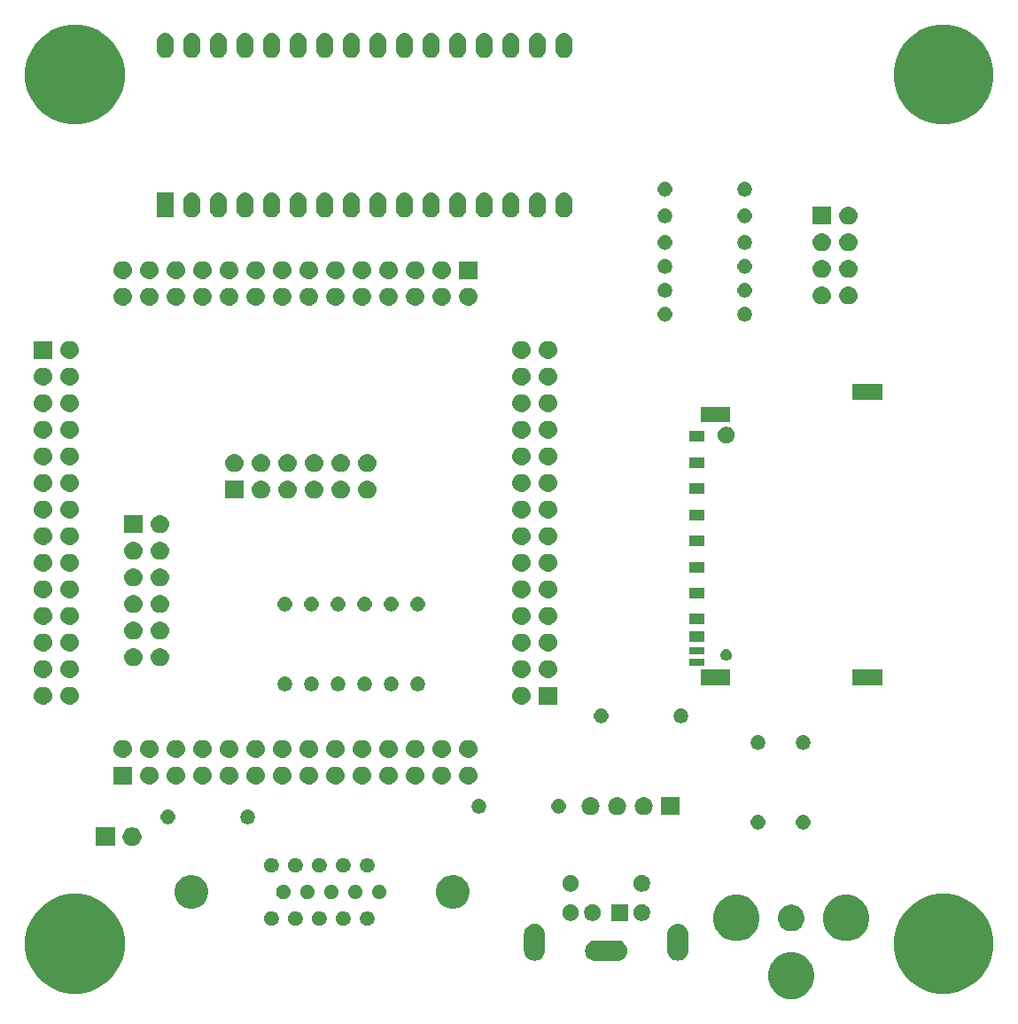
<source format=gbr>
G04 #@! TF.GenerationSoftware,KiCad,Pcbnew,(5.0.2)-1*
G04 #@! TF.CreationDate,2020-03-05T14:29:15-05:00*
G04 #@! TF.ProjectId,EP2C5-DB-TH,45503243-352d-4444-922d-54482e6b6963,X2*
G04 #@! TF.SameCoordinates,Original*
G04 #@! TF.FileFunction,Soldermask,Top*
G04 #@! TF.FilePolarity,Negative*
%FSLAX46Y46*%
G04 Gerber Fmt 4.6, Leading zero omitted, Abs format (unit mm)*
G04 Created by KiCad (PCBNEW (5.0.2)-1) date 3/5/2020 2:29:15 PM*
%MOMM*%
%LPD*%
G01*
G04 APERTURE LIST*
%ADD10C,0.150000*%
G04 APERTURE END LIST*
D10*
G36*
X85103279Y-99894709D02*
X85469825Y-100046537D01*
X85507749Y-100062246D01*
X85669400Y-100170258D01*
X85871764Y-100305473D01*
X86181327Y-100615036D01*
X86424555Y-100979053D01*
X86592091Y-101383521D01*
X86677500Y-101812903D01*
X86677500Y-102250697D01*
X86592091Y-102680079D01*
X86424554Y-103084549D01*
X86333732Y-103220474D01*
X86181327Y-103448564D01*
X85871764Y-103758127D01*
X85871761Y-103758129D01*
X85507749Y-104001354D01*
X85507748Y-104001355D01*
X85507747Y-104001355D01*
X85103279Y-104168891D01*
X84673899Y-104254300D01*
X84236101Y-104254300D01*
X83806721Y-104168891D01*
X83402253Y-104001355D01*
X83402252Y-104001355D01*
X83402251Y-104001354D01*
X83038239Y-103758129D01*
X83038236Y-103758127D01*
X82728673Y-103448564D01*
X82576268Y-103220474D01*
X82485446Y-103084549D01*
X82317909Y-102680079D01*
X82232500Y-102250697D01*
X82232500Y-101812903D01*
X82317909Y-101383521D01*
X82485445Y-100979053D01*
X82728673Y-100615036D01*
X83038236Y-100305473D01*
X83240600Y-100170258D01*
X83402251Y-100062246D01*
X83440176Y-100046537D01*
X83806721Y-99894709D01*
X84236101Y-99809300D01*
X84673899Y-99809300D01*
X85103279Y-99894709D01*
X85103279Y-99894709D01*
G37*
G36*
X100389169Y-94420519D02*
X101255889Y-94779526D01*
X102035920Y-95300726D01*
X102699274Y-95964080D01*
X103220474Y-96744111D01*
X103579481Y-97610831D01*
X103762500Y-98530933D01*
X103762500Y-99469067D01*
X103579481Y-100389169D01*
X103220474Y-101255889D01*
X102699274Y-102035920D01*
X102035920Y-102699274D01*
X101255889Y-103220474D01*
X100389169Y-103579481D01*
X99469067Y-103762500D01*
X98530933Y-103762500D01*
X97610831Y-103579481D01*
X96744111Y-103220474D01*
X95964080Y-102699274D01*
X95300726Y-102035920D01*
X94779526Y-101255889D01*
X94420519Y-100389169D01*
X94237500Y-99469067D01*
X94237500Y-98530933D01*
X94420519Y-97610831D01*
X94779526Y-96744111D01*
X95300726Y-95964080D01*
X95964080Y-95300726D01*
X96744111Y-94779526D01*
X97610831Y-94420519D01*
X98530933Y-94237500D01*
X99469067Y-94237500D01*
X100389169Y-94420519D01*
X100389169Y-94420519D01*
G37*
G36*
X17389169Y-94420519D02*
X18255889Y-94779526D01*
X19035920Y-95300726D01*
X19699274Y-95964080D01*
X20220474Y-96744111D01*
X20579481Y-97610831D01*
X20762500Y-98530933D01*
X20762500Y-99469067D01*
X20579481Y-100389169D01*
X20220474Y-101255889D01*
X19699274Y-102035920D01*
X19035920Y-102699274D01*
X18255889Y-103220474D01*
X17389169Y-103579481D01*
X16469067Y-103762500D01*
X15530933Y-103762500D01*
X14610831Y-103579481D01*
X13744111Y-103220474D01*
X12964080Y-102699274D01*
X12300726Y-102035920D01*
X11779526Y-101255889D01*
X11420519Y-100389169D01*
X11237500Y-99469067D01*
X11237500Y-98530933D01*
X11420519Y-97610831D01*
X11779526Y-96744111D01*
X12300726Y-95964080D01*
X12964080Y-95300726D01*
X13744111Y-94779526D01*
X14610831Y-94420519D01*
X15530933Y-94237500D01*
X16469067Y-94237500D01*
X17389169Y-94420519D01*
X17389169Y-94420519D01*
G37*
G36*
X67968030Y-98676469D02*
X67968033Y-98676470D01*
X67968034Y-98676470D01*
X68156535Y-98733651D01*
X68156537Y-98733652D01*
X68330260Y-98826509D01*
X68482528Y-98951472D01*
X68607491Y-99103740D01*
X68700348Y-99277463D01*
X68757531Y-99465970D01*
X68776838Y-99662000D01*
X68757531Y-99858030D01*
X68757530Y-99858033D01*
X68757530Y-99858034D01*
X68715516Y-99996537D01*
X68700348Y-100046537D01*
X68607491Y-100220260D01*
X68482528Y-100372528D01*
X68330260Y-100497491D01*
X68330258Y-100497492D01*
X68156535Y-100590349D01*
X67968034Y-100647530D01*
X67968033Y-100647530D01*
X67968030Y-100647531D01*
X67821124Y-100662000D01*
X65722876Y-100662000D01*
X65575970Y-100647531D01*
X65575967Y-100647530D01*
X65575966Y-100647530D01*
X65387465Y-100590349D01*
X65213742Y-100497492D01*
X65213740Y-100497491D01*
X65061472Y-100372528D01*
X64936509Y-100220260D01*
X64843652Y-100046537D01*
X64828485Y-99996537D01*
X64786470Y-99858034D01*
X64786470Y-99858033D01*
X64786469Y-99858030D01*
X64767162Y-99662000D01*
X64786469Y-99465970D01*
X64843652Y-99277463D01*
X64936509Y-99103740D01*
X65061472Y-98951472D01*
X65213740Y-98826509D01*
X65387463Y-98733652D01*
X65387465Y-98733651D01*
X65575966Y-98676470D01*
X65575967Y-98676470D01*
X65575970Y-98676469D01*
X65722876Y-98662000D01*
X67821124Y-98662000D01*
X67968030Y-98676469D01*
X67968030Y-98676469D01*
G37*
G36*
X73818029Y-97126469D02*
X73818032Y-97126470D01*
X73818033Y-97126470D01*
X74006534Y-97183651D01*
X74006536Y-97183652D01*
X74006539Y-97183653D01*
X74180258Y-97276507D01*
X74332528Y-97401472D01*
X74457491Y-97553740D01*
X74488006Y-97610830D01*
X74550349Y-97727465D01*
X74607530Y-97915966D01*
X74607531Y-97915970D01*
X74622000Y-98062876D01*
X74622000Y-99661124D01*
X74607531Y-99808030D01*
X74607530Y-99808033D01*
X74607530Y-99808034D01*
X74550350Y-99996533D01*
X74550348Y-99996537D01*
X74457491Y-100170260D01*
X74332528Y-100322528D01*
X74180260Y-100447491D01*
X74180258Y-100447492D01*
X74006535Y-100540349D01*
X73818034Y-100597530D01*
X73818033Y-100597530D01*
X73818030Y-100597531D01*
X73622000Y-100616838D01*
X73425971Y-100597531D01*
X73425968Y-100597530D01*
X73425967Y-100597530D01*
X73237466Y-100540349D01*
X73063743Y-100447492D01*
X73063741Y-100447491D01*
X72911473Y-100322528D01*
X72786510Y-100170260D01*
X72693651Y-99996533D01*
X72636469Y-99808035D01*
X72622000Y-99661124D01*
X72622000Y-98062877D01*
X72636469Y-97915971D01*
X72636470Y-97915967D01*
X72693651Y-97727466D01*
X72693652Y-97727464D01*
X72693653Y-97727461D01*
X72786507Y-97553742D01*
X72911472Y-97401472D01*
X73063740Y-97276509D01*
X73237463Y-97183652D01*
X73237465Y-97183651D01*
X73425966Y-97126470D01*
X73425967Y-97126470D01*
X73425970Y-97126469D01*
X73622000Y-97107162D01*
X73818029Y-97126469D01*
X73818029Y-97126469D01*
G37*
G36*
X60118029Y-97126469D02*
X60118032Y-97126470D01*
X60118033Y-97126470D01*
X60306534Y-97183651D01*
X60306536Y-97183652D01*
X60306539Y-97183653D01*
X60480258Y-97276507D01*
X60632528Y-97401472D01*
X60757491Y-97553740D01*
X60788006Y-97610830D01*
X60850349Y-97727465D01*
X60907530Y-97915966D01*
X60907531Y-97915970D01*
X60922000Y-98062876D01*
X60922000Y-99661124D01*
X60907531Y-99808030D01*
X60907530Y-99808033D01*
X60907530Y-99808034D01*
X60850350Y-99996533D01*
X60850348Y-99996537D01*
X60757491Y-100170260D01*
X60632528Y-100322528D01*
X60480260Y-100447491D01*
X60480258Y-100447492D01*
X60306535Y-100540349D01*
X60118034Y-100597530D01*
X60118033Y-100597530D01*
X60118030Y-100597531D01*
X59922000Y-100616838D01*
X59725971Y-100597531D01*
X59725968Y-100597530D01*
X59725967Y-100597530D01*
X59537466Y-100540349D01*
X59363743Y-100447492D01*
X59363741Y-100447491D01*
X59211473Y-100322528D01*
X59086510Y-100170260D01*
X58993651Y-99996533D01*
X58936469Y-99808035D01*
X58922000Y-99661124D01*
X58922000Y-98062877D01*
X58936469Y-97915971D01*
X58936470Y-97915967D01*
X58993651Y-97727466D01*
X58993652Y-97727464D01*
X58993653Y-97727461D01*
X59086507Y-97553742D01*
X59211472Y-97401472D01*
X59363740Y-97276509D01*
X59537463Y-97183652D01*
X59537465Y-97183651D01*
X59725966Y-97126470D01*
X59725967Y-97126470D01*
X59725970Y-97126469D01*
X59922000Y-97107162D01*
X60118029Y-97126469D01*
X60118029Y-97126469D01*
G37*
G36*
X90348379Y-94382909D02*
X90631166Y-94500043D01*
X90752849Y-94550446D01*
X91095693Y-94779527D01*
X91116864Y-94793673D01*
X91426427Y-95103236D01*
X91426429Y-95103239D01*
X91658958Y-95451243D01*
X91669655Y-95467253D01*
X91837191Y-95871721D01*
X91922600Y-96301101D01*
X91922600Y-96738899D01*
X91837191Y-97168279D01*
X91697107Y-97506473D01*
X91669654Y-97572749D01*
X91440324Y-97915966D01*
X91426427Y-97936764D01*
X91116864Y-98246327D01*
X91116861Y-98246329D01*
X90752849Y-98489554D01*
X90752848Y-98489555D01*
X90752847Y-98489555D01*
X90348379Y-98657091D01*
X89918999Y-98742500D01*
X89481201Y-98742500D01*
X89051821Y-98657091D01*
X88647353Y-98489555D01*
X88647352Y-98489555D01*
X88647351Y-98489554D01*
X88283339Y-98246329D01*
X88283336Y-98246327D01*
X87973773Y-97936764D01*
X87959876Y-97915966D01*
X87730546Y-97572749D01*
X87703094Y-97506473D01*
X87563009Y-97168279D01*
X87477600Y-96738899D01*
X87477600Y-96301101D01*
X87563009Y-95871721D01*
X87730545Y-95467253D01*
X87741243Y-95451243D01*
X87973771Y-95103239D01*
X87973773Y-95103236D01*
X88283336Y-94793673D01*
X88304507Y-94779527D01*
X88647351Y-94550446D01*
X88769035Y-94500043D01*
X89051821Y-94382909D01*
X89481201Y-94297500D01*
X89918999Y-94297500D01*
X90348379Y-94382909D01*
X90348379Y-94382909D01*
G37*
G36*
X79858179Y-94382909D02*
X80140966Y-94500043D01*
X80262649Y-94550446D01*
X80605493Y-94779527D01*
X80626664Y-94793673D01*
X80936227Y-95103236D01*
X80936229Y-95103239D01*
X81168758Y-95451243D01*
X81179455Y-95467253D01*
X81346991Y-95871721D01*
X81432400Y-96301101D01*
X81432400Y-96738899D01*
X81346991Y-97168279D01*
X81206907Y-97506473D01*
X81179454Y-97572749D01*
X80950124Y-97915966D01*
X80936227Y-97936764D01*
X80626664Y-98246327D01*
X80626661Y-98246329D01*
X80262649Y-98489554D01*
X80262648Y-98489555D01*
X80262647Y-98489555D01*
X79858179Y-98657091D01*
X79428799Y-98742500D01*
X78991001Y-98742500D01*
X78561621Y-98657091D01*
X78157153Y-98489555D01*
X78157152Y-98489555D01*
X78157151Y-98489554D01*
X77793139Y-98246329D01*
X77793136Y-98246327D01*
X77483573Y-97936764D01*
X77469676Y-97915966D01*
X77240346Y-97572749D01*
X77212894Y-97506473D01*
X77072809Y-97168279D01*
X76987400Y-96738899D01*
X76987400Y-96301101D01*
X77072809Y-95871721D01*
X77240345Y-95467253D01*
X77251043Y-95451243D01*
X77483571Y-95103239D01*
X77483573Y-95103236D01*
X77793136Y-94793673D01*
X77814307Y-94779527D01*
X78157151Y-94550446D01*
X78278835Y-94500043D01*
X78561621Y-94382909D01*
X78991001Y-94297500D01*
X79428799Y-94297500D01*
X79858179Y-94382909D01*
X79858179Y-94382909D01*
G37*
G36*
X84702764Y-95274402D02*
X84825445Y-95298805D01*
X85047054Y-95390599D01*
X85056571Y-95394541D01*
X85264581Y-95533529D01*
X85441471Y-95710419D01*
X85441473Y-95710422D01*
X85580459Y-95918429D01*
X85676195Y-96149555D01*
X85676195Y-96149557D01*
X85725000Y-96394914D01*
X85725000Y-96645086D01*
X85700598Y-96767764D01*
X85676195Y-96890445D01*
X85586427Y-97107162D01*
X85580459Y-97121571D01*
X85441471Y-97329581D01*
X85264581Y-97506471D01*
X85264578Y-97506473D01*
X85056571Y-97645459D01*
X84825445Y-97741195D01*
X84702764Y-97765598D01*
X84580086Y-97790000D01*
X84329914Y-97790000D01*
X84207236Y-97765598D01*
X84084555Y-97741195D01*
X83853429Y-97645459D01*
X83645422Y-97506473D01*
X83645419Y-97506471D01*
X83468529Y-97329581D01*
X83329541Y-97121571D01*
X83323573Y-97107162D01*
X83233805Y-96890445D01*
X83209402Y-96767764D01*
X83185000Y-96645086D01*
X83185000Y-96394914D01*
X83233805Y-96149557D01*
X83233805Y-96149555D01*
X83329541Y-95918429D01*
X83468527Y-95710422D01*
X83468529Y-95710419D01*
X83645419Y-95533529D01*
X83853429Y-95394541D01*
X83862946Y-95390599D01*
X84084555Y-95298805D01*
X84207236Y-95274402D01*
X84329914Y-95250000D01*
X84580086Y-95250000D01*
X84702764Y-95274402D01*
X84702764Y-95274402D01*
G37*
G36*
X44138125Y-95901682D02*
X44265243Y-95954336D01*
X44379651Y-96030781D01*
X44476939Y-96128069D01*
X44553384Y-96242477D01*
X44606038Y-96369595D01*
X44632880Y-96504542D01*
X44632880Y-96642138D01*
X44606038Y-96777085D01*
X44553384Y-96904203D01*
X44476939Y-97018611D01*
X44379651Y-97115899D01*
X44265243Y-97192344D01*
X44138125Y-97244998D01*
X44003178Y-97271840D01*
X43865582Y-97271840D01*
X43730635Y-97244998D01*
X43603517Y-97192344D01*
X43489109Y-97115899D01*
X43391821Y-97018611D01*
X43315376Y-96904203D01*
X43262722Y-96777085D01*
X43235880Y-96642138D01*
X43235880Y-96504542D01*
X43262722Y-96369595D01*
X43315376Y-96242477D01*
X43391821Y-96128069D01*
X43489109Y-96030781D01*
X43603517Y-95954336D01*
X43730635Y-95901682D01*
X43865582Y-95874840D01*
X44003178Y-95874840D01*
X44138125Y-95901682D01*
X44138125Y-95901682D01*
G37*
G36*
X41847045Y-95901682D02*
X41974163Y-95954336D01*
X42088571Y-96030781D01*
X42185859Y-96128069D01*
X42262304Y-96242477D01*
X42314958Y-96369595D01*
X42341800Y-96504542D01*
X42341800Y-96642138D01*
X42314958Y-96777085D01*
X42262304Y-96904203D01*
X42185859Y-97018611D01*
X42088571Y-97115899D01*
X41974163Y-97192344D01*
X41847045Y-97244998D01*
X41712098Y-97271840D01*
X41574502Y-97271840D01*
X41439555Y-97244998D01*
X41312437Y-97192344D01*
X41198029Y-97115899D01*
X41100741Y-97018611D01*
X41024296Y-96904203D01*
X40971642Y-96777085D01*
X40944800Y-96642138D01*
X40944800Y-96504542D01*
X40971642Y-96369595D01*
X41024296Y-96242477D01*
X41100741Y-96128069D01*
X41198029Y-96030781D01*
X41312437Y-95954336D01*
X41439555Y-95901682D01*
X41574502Y-95874840D01*
X41712098Y-95874840D01*
X41847045Y-95901682D01*
X41847045Y-95901682D01*
G37*
G36*
X34978885Y-95901682D02*
X35106003Y-95954336D01*
X35220411Y-96030781D01*
X35317699Y-96128069D01*
X35394144Y-96242477D01*
X35446798Y-96369595D01*
X35473640Y-96504542D01*
X35473640Y-96642138D01*
X35446798Y-96777085D01*
X35394144Y-96904203D01*
X35317699Y-97018611D01*
X35220411Y-97115899D01*
X35106003Y-97192344D01*
X34978885Y-97244998D01*
X34843938Y-97271840D01*
X34706342Y-97271840D01*
X34571395Y-97244998D01*
X34444277Y-97192344D01*
X34329869Y-97115899D01*
X34232581Y-97018611D01*
X34156136Y-96904203D01*
X34103482Y-96777085D01*
X34076640Y-96642138D01*
X34076640Y-96504542D01*
X34103482Y-96369595D01*
X34156136Y-96242477D01*
X34232581Y-96128069D01*
X34329869Y-96030781D01*
X34444277Y-95954336D01*
X34571395Y-95901682D01*
X34706342Y-95874840D01*
X34843938Y-95874840D01*
X34978885Y-95901682D01*
X34978885Y-95901682D01*
G37*
G36*
X37267425Y-95901682D02*
X37394543Y-95954336D01*
X37508951Y-96030781D01*
X37606239Y-96128069D01*
X37682684Y-96242477D01*
X37735338Y-96369595D01*
X37762180Y-96504542D01*
X37762180Y-96642138D01*
X37735338Y-96777085D01*
X37682684Y-96904203D01*
X37606239Y-97018611D01*
X37508951Y-97115899D01*
X37394543Y-97192344D01*
X37267425Y-97244998D01*
X37132478Y-97271840D01*
X36994882Y-97271840D01*
X36859935Y-97244998D01*
X36732817Y-97192344D01*
X36618409Y-97115899D01*
X36521121Y-97018611D01*
X36444676Y-96904203D01*
X36392022Y-96777085D01*
X36365180Y-96642138D01*
X36365180Y-96504542D01*
X36392022Y-96369595D01*
X36444676Y-96242477D01*
X36521121Y-96128069D01*
X36618409Y-96030781D01*
X36732817Y-95954336D01*
X36859935Y-95901682D01*
X36994882Y-95874840D01*
X37132478Y-95874840D01*
X37267425Y-95901682D01*
X37267425Y-95901682D01*
G37*
G36*
X39558505Y-95899142D02*
X39685623Y-95951796D01*
X39800031Y-96028241D01*
X39897319Y-96125529D01*
X39973764Y-96239937D01*
X40026418Y-96367055D01*
X40053260Y-96502002D01*
X40053260Y-96639598D01*
X40026418Y-96774545D01*
X39973764Y-96901663D01*
X39897319Y-97016071D01*
X39800031Y-97113359D01*
X39685623Y-97189804D01*
X39558505Y-97242458D01*
X39423558Y-97269300D01*
X39285962Y-97269300D01*
X39151015Y-97242458D01*
X39023897Y-97189804D01*
X38909489Y-97113359D01*
X38812201Y-97016071D01*
X38735756Y-96901663D01*
X38683102Y-96774545D01*
X38656260Y-96639598D01*
X38656260Y-96502002D01*
X38683102Y-96367055D01*
X38735756Y-96239937D01*
X38812201Y-96125529D01*
X38909489Y-96028241D01*
X39023897Y-95951796D01*
X39151015Y-95899142D01*
X39285962Y-95872300D01*
X39423558Y-95872300D01*
X39558505Y-95899142D01*
X39558505Y-95899142D01*
G37*
G36*
X70405352Y-95242743D02*
X70550941Y-95303048D01*
X70681973Y-95390601D01*
X70793399Y-95502027D01*
X70880952Y-95633059D01*
X70941257Y-95778648D01*
X70972000Y-95933205D01*
X70972000Y-96090795D01*
X70941257Y-96245352D01*
X70880952Y-96390941D01*
X70793399Y-96521973D01*
X70681973Y-96633399D01*
X70550941Y-96720952D01*
X70405352Y-96781257D01*
X70250795Y-96812000D01*
X70093205Y-96812000D01*
X69938648Y-96781257D01*
X69793059Y-96720952D01*
X69662027Y-96633399D01*
X69550601Y-96521973D01*
X69463048Y-96390941D01*
X69402743Y-96245352D01*
X69372000Y-96090795D01*
X69372000Y-95933205D01*
X69402743Y-95778648D01*
X69463048Y-95633059D01*
X69550601Y-95502027D01*
X69662027Y-95390601D01*
X69793059Y-95303048D01*
X69938648Y-95242743D01*
X70093205Y-95212000D01*
X70250795Y-95212000D01*
X70405352Y-95242743D01*
X70405352Y-95242743D01*
G37*
G36*
X63605352Y-95242743D02*
X63750941Y-95303048D01*
X63881973Y-95390601D01*
X63993399Y-95502027D01*
X64080952Y-95633059D01*
X64141257Y-95778648D01*
X64172000Y-95933205D01*
X64172000Y-96090795D01*
X64141257Y-96245352D01*
X64080952Y-96390941D01*
X63993399Y-96521973D01*
X63881973Y-96633399D01*
X63750941Y-96720952D01*
X63605352Y-96781257D01*
X63450795Y-96812000D01*
X63293205Y-96812000D01*
X63138648Y-96781257D01*
X62993059Y-96720952D01*
X62862027Y-96633399D01*
X62750601Y-96521973D01*
X62663048Y-96390941D01*
X62602743Y-96245352D01*
X62572000Y-96090795D01*
X62572000Y-95933205D01*
X62602743Y-95778648D01*
X62663048Y-95633059D01*
X62750601Y-95502027D01*
X62862027Y-95390601D01*
X62993059Y-95303048D01*
X63138648Y-95242743D01*
X63293205Y-95212000D01*
X63450795Y-95212000D01*
X63605352Y-95242743D01*
X63605352Y-95242743D01*
G37*
G36*
X65705352Y-95242743D02*
X65850941Y-95303048D01*
X65981973Y-95390601D01*
X66093399Y-95502027D01*
X66180952Y-95633059D01*
X66241257Y-95778648D01*
X66272000Y-95933205D01*
X66272000Y-96090795D01*
X66241257Y-96245352D01*
X66180952Y-96390941D01*
X66093399Y-96521973D01*
X65981973Y-96633399D01*
X65850941Y-96720952D01*
X65705352Y-96781257D01*
X65550795Y-96812000D01*
X65393205Y-96812000D01*
X65238648Y-96781257D01*
X65093059Y-96720952D01*
X64962027Y-96633399D01*
X64850601Y-96521973D01*
X64763048Y-96390941D01*
X64702743Y-96245352D01*
X64672000Y-96090795D01*
X64672000Y-95933205D01*
X64702743Y-95778648D01*
X64763048Y-95633059D01*
X64850601Y-95502027D01*
X64962027Y-95390601D01*
X65093059Y-95303048D01*
X65238648Y-95242743D01*
X65393205Y-95212000D01*
X65550795Y-95212000D01*
X65705352Y-95242743D01*
X65705352Y-95242743D01*
G37*
G36*
X68872000Y-96812000D02*
X67272000Y-96812000D01*
X67272000Y-95212000D01*
X68872000Y-95212000D01*
X68872000Y-96812000D01*
X68872000Y-96812000D01*
G37*
G36*
X52584963Y-92494826D02*
X52876143Y-92615437D01*
X53138204Y-92790541D01*
X53361059Y-93013396D01*
X53536163Y-93275457D01*
X53656774Y-93566637D01*
X53718260Y-93875752D01*
X53718260Y-94190928D01*
X53656774Y-94500043D01*
X53536163Y-94791223D01*
X53361059Y-95053284D01*
X53138204Y-95276139D01*
X52876143Y-95451243D01*
X52584963Y-95571854D01*
X52275848Y-95633340D01*
X51960672Y-95633340D01*
X51651557Y-95571854D01*
X51360377Y-95451243D01*
X51098316Y-95276139D01*
X50875461Y-95053284D01*
X50700357Y-94791223D01*
X50579746Y-94500043D01*
X50518260Y-94190928D01*
X50518260Y-93875752D01*
X50579746Y-93566637D01*
X50700357Y-93275457D01*
X50875461Y-93013396D01*
X51098316Y-92790541D01*
X51360377Y-92615437D01*
X51651557Y-92494826D01*
X51960672Y-92433340D01*
X52275848Y-92433340D01*
X52584963Y-92494826D01*
X52584963Y-92494826D01*
G37*
G36*
X27596443Y-92494826D02*
X27887623Y-92615437D01*
X28149684Y-92790541D01*
X28372539Y-93013396D01*
X28547643Y-93275457D01*
X28668254Y-93566637D01*
X28729740Y-93875752D01*
X28729740Y-94190928D01*
X28668254Y-94500043D01*
X28547643Y-94791223D01*
X28372539Y-95053284D01*
X28149684Y-95276139D01*
X27887623Y-95451243D01*
X27596443Y-95571854D01*
X27287328Y-95633340D01*
X26972152Y-95633340D01*
X26663037Y-95571854D01*
X26371857Y-95451243D01*
X26109796Y-95276139D01*
X25886941Y-95053284D01*
X25711837Y-94791223D01*
X25591226Y-94500043D01*
X25529740Y-94190928D01*
X25529740Y-93875752D01*
X25591226Y-93566637D01*
X25711837Y-93275457D01*
X25886941Y-93013396D01*
X26109796Y-92790541D01*
X26371857Y-92615437D01*
X26663037Y-92494826D01*
X26972152Y-92433340D01*
X27287328Y-92433340D01*
X27596443Y-92494826D01*
X27596443Y-92494826D01*
G37*
G36*
X38412965Y-93361682D02*
X38540083Y-93414336D01*
X38654491Y-93490781D01*
X38751779Y-93588069D01*
X38828224Y-93702477D01*
X38880878Y-93829595D01*
X38907720Y-93964542D01*
X38907720Y-94102138D01*
X38880878Y-94237085D01*
X38828224Y-94364203D01*
X38751779Y-94478611D01*
X38654491Y-94575899D01*
X38540083Y-94652344D01*
X38412965Y-94704998D01*
X38278018Y-94731840D01*
X38140422Y-94731840D01*
X38005475Y-94704998D01*
X37878357Y-94652344D01*
X37763949Y-94575899D01*
X37666661Y-94478611D01*
X37590216Y-94364203D01*
X37537562Y-94237085D01*
X37510720Y-94102138D01*
X37510720Y-93964542D01*
X37537562Y-93829595D01*
X37590216Y-93702477D01*
X37666661Y-93588069D01*
X37763949Y-93490781D01*
X37878357Y-93414336D01*
X38005475Y-93361682D01*
X38140422Y-93334840D01*
X38278018Y-93334840D01*
X38412965Y-93361682D01*
X38412965Y-93361682D01*
G37*
G36*
X40701505Y-93361682D02*
X40828623Y-93414336D01*
X40943031Y-93490781D01*
X41040319Y-93588069D01*
X41116764Y-93702477D01*
X41169418Y-93829595D01*
X41196260Y-93964542D01*
X41196260Y-94102138D01*
X41169418Y-94237085D01*
X41116764Y-94364203D01*
X41040319Y-94478611D01*
X40943031Y-94575899D01*
X40828623Y-94652344D01*
X40701505Y-94704998D01*
X40566558Y-94731840D01*
X40428962Y-94731840D01*
X40294015Y-94704998D01*
X40166897Y-94652344D01*
X40052489Y-94575899D01*
X39955201Y-94478611D01*
X39878756Y-94364203D01*
X39826102Y-94237085D01*
X39799260Y-94102138D01*
X39799260Y-93964542D01*
X39826102Y-93829595D01*
X39878756Y-93702477D01*
X39955201Y-93588069D01*
X40052489Y-93490781D01*
X40166897Y-93414336D01*
X40294015Y-93361682D01*
X40428962Y-93334840D01*
X40566558Y-93334840D01*
X40701505Y-93361682D01*
X40701505Y-93361682D01*
G37*
G36*
X42992585Y-93361682D02*
X43119703Y-93414336D01*
X43234111Y-93490781D01*
X43331399Y-93588069D01*
X43407844Y-93702477D01*
X43460498Y-93829595D01*
X43487340Y-93964542D01*
X43487340Y-94102138D01*
X43460498Y-94237085D01*
X43407844Y-94364203D01*
X43331399Y-94478611D01*
X43234111Y-94575899D01*
X43119703Y-94652344D01*
X42992585Y-94704998D01*
X42857638Y-94731840D01*
X42720042Y-94731840D01*
X42585095Y-94704998D01*
X42457977Y-94652344D01*
X42343569Y-94575899D01*
X42246281Y-94478611D01*
X42169836Y-94364203D01*
X42117182Y-94237085D01*
X42090340Y-94102138D01*
X42090340Y-93964542D01*
X42117182Y-93829595D01*
X42169836Y-93702477D01*
X42246281Y-93588069D01*
X42343569Y-93490781D01*
X42457977Y-93414336D01*
X42585095Y-93361682D01*
X42720042Y-93334840D01*
X42857638Y-93334840D01*
X42992585Y-93361682D01*
X42992585Y-93361682D01*
G37*
G36*
X45283665Y-93361682D02*
X45410783Y-93414336D01*
X45525191Y-93490781D01*
X45622479Y-93588069D01*
X45698924Y-93702477D01*
X45751578Y-93829595D01*
X45778420Y-93964542D01*
X45778420Y-94102138D01*
X45751578Y-94237085D01*
X45698924Y-94364203D01*
X45622479Y-94478611D01*
X45525191Y-94575899D01*
X45410783Y-94652344D01*
X45283665Y-94704998D01*
X45148718Y-94731840D01*
X45011122Y-94731840D01*
X44876175Y-94704998D01*
X44749057Y-94652344D01*
X44634649Y-94575899D01*
X44537361Y-94478611D01*
X44460916Y-94364203D01*
X44408262Y-94237085D01*
X44381420Y-94102138D01*
X44381420Y-93964542D01*
X44408262Y-93829595D01*
X44460916Y-93702477D01*
X44537361Y-93588069D01*
X44634649Y-93490781D01*
X44749057Y-93414336D01*
X44876175Y-93361682D01*
X45011122Y-93334840D01*
X45148718Y-93334840D01*
X45283665Y-93361682D01*
X45283665Y-93361682D01*
G37*
G36*
X36121885Y-93361682D02*
X36249003Y-93414336D01*
X36363411Y-93490781D01*
X36460699Y-93588069D01*
X36537144Y-93702477D01*
X36589798Y-93829595D01*
X36616640Y-93964542D01*
X36616640Y-94102138D01*
X36589798Y-94237085D01*
X36537144Y-94364203D01*
X36460699Y-94478611D01*
X36363411Y-94575899D01*
X36249003Y-94652344D01*
X36121885Y-94704998D01*
X35986938Y-94731840D01*
X35849342Y-94731840D01*
X35714395Y-94704998D01*
X35587277Y-94652344D01*
X35472869Y-94575899D01*
X35375581Y-94478611D01*
X35299136Y-94364203D01*
X35246482Y-94237085D01*
X35219640Y-94102138D01*
X35219640Y-93964542D01*
X35246482Y-93829595D01*
X35299136Y-93702477D01*
X35375581Y-93588069D01*
X35472869Y-93490781D01*
X35587277Y-93414336D01*
X35714395Y-93361682D01*
X35849342Y-93334840D01*
X35986938Y-93334840D01*
X36121885Y-93361682D01*
X36121885Y-93361682D01*
G37*
G36*
X70405352Y-92442743D02*
X70550941Y-92503048D01*
X70681973Y-92590601D01*
X70793399Y-92702027D01*
X70880952Y-92833059D01*
X70941257Y-92978648D01*
X70972000Y-93133205D01*
X70972000Y-93290795D01*
X70941257Y-93445352D01*
X70880952Y-93590941D01*
X70793399Y-93721973D01*
X70681973Y-93833399D01*
X70550941Y-93920952D01*
X70405352Y-93981257D01*
X70250795Y-94012000D01*
X70093205Y-94012000D01*
X69938648Y-93981257D01*
X69793059Y-93920952D01*
X69662027Y-93833399D01*
X69550601Y-93721973D01*
X69463048Y-93590941D01*
X69402743Y-93445352D01*
X69372000Y-93290795D01*
X69372000Y-93133205D01*
X69402743Y-92978648D01*
X69463048Y-92833059D01*
X69550601Y-92702027D01*
X69662027Y-92590601D01*
X69793059Y-92503048D01*
X69938648Y-92442743D01*
X70093205Y-92412000D01*
X70250795Y-92412000D01*
X70405352Y-92442743D01*
X70405352Y-92442743D01*
G37*
G36*
X63605352Y-92442743D02*
X63750941Y-92503048D01*
X63881973Y-92590601D01*
X63993399Y-92702027D01*
X64080952Y-92833059D01*
X64141257Y-92978648D01*
X64172000Y-93133205D01*
X64172000Y-93290795D01*
X64141257Y-93445352D01*
X64080952Y-93590941D01*
X63993399Y-93721973D01*
X63881973Y-93833399D01*
X63750941Y-93920952D01*
X63605352Y-93981257D01*
X63450795Y-94012000D01*
X63293205Y-94012000D01*
X63138648Y-93981257D01*
X62993059Y-93920952D01*
X62862027Y-93833399D01*
X62750601Y-93721973D01*
X62663048Y-93590941D01*
X62602743Y-93445352D01*
X62572000Y-93290795D01*
X62572000Y-93133205D01*
X62602743Y-92978648D01*
X62663048Y-92833059D01*
X62750601Y-92702027D01*
X62862027Y-92590601D01*
X62993059Y-92503048D01*
X63138648Y-92442743D01*
X63293205Y-92412000D01*
X63450795Y-92412000D01*
X63605352Y-92442743D01*
X63605352Y-92442743D01*
G37*
G36*
X37267425Y-90821682D02*
X37394543Y-90874336D01*
X37508951Y-90950781D01*
X37606239Y-91048069D01*
X37682684Y-91162477D01*
X37735338Y-91289595D01*
X37762180Y-91424542D01*
X37762180Y-91562138D01*
X37735338Y-91697085D01*
X37682684Y-91824203D01*
X37606239Y-91938611D01*
X37508951Y-92035899D01*
X37394543Y-92112344D01*
X37267425Y-92164998D01*
X37132478Y-92191840D01*
X36994882Y-92191840D01*
X36859935Y-92164998D01*
X36732817Y-92112344D01*
X36618409Y-92035899D01*
X36521121Y-91938611D01*
X36444676Y-91824203D01*
X36392022Y-91697085D01*
X36365180Y-91562138D01*
X36365180Y-91424542D01*
X36392022Y-91289595D01*
X36444676Y-91162477D01*
X36521121Y-91048069D01*
X36618409Y-90950781D01*
X36732817Y-90874336D01*
X36859935Y-90821682D01*
X36994882Y-90794840D01*
X37132478Y-90794840D01*
X37267425Y-90821682D01*
X37267425Y-90821682D01*
G37*
G36*
X44138125Y-90821682D02*
X44265243Y-90874336D01*
X44379651Y-90950781D01*
X44476939Y-91048069D01*
X44553384Y-91162477D01*
X44606038Y-91289595D01*
X44632880Y-91424542D01*
X44632880Y-91562138D01*
X44606038Y-91697085D01*
X44553384Y-91824203D01*
X44476939Y-91938611D01*
X44379651Y-92035899D01*
X44265243Y-92112344D01*
X44138125Y-92164998D01*
X44003178Y-92191840D01*
X43865582Y-92191840D01*
X43730635Y-92164998D01*
X43603517Y-92112344D01*
X43489109Y-92035899D01*
X43391821Y-91938611D01*
X43315376Y-91824203D01*
X43262722Y-91697085D01*
X43235880Y-91562138D01*
X43235880Y-91424542D01*
X43262722Y-91289595D01*
X43315376Y-91162477D01*
X43391821Y-91048069D01*
X43489109Y-90950781D01*
X43603517Y-90874336D01*
X43730635Y-90821682D01*
X43865582Y-90794840D01*
X44003178Y-90794840D01*
X44138125Y-90821682D01*
X44138125Y-90821682D01*
G37*
G36*
X41847045Y-90821682D02*
X41974163Y-90874336D01*
X42088571Y-90950781D01*
X42185859Y-91048069D01*
X42262304Y-91162477D01*
X42314958Y-91289595D01*
X42341800Y-91424542D01*
X42341800Y-91562138D01*
X42314958Y-91697085D01*
X42262304Y-91824203D01*
X42185859Y-91938611D01*
X42088571Y-92035899D01*
X41974163Y-92112344D01*
X41847045Y-92164998D01*
X41712098Y-92191840D01*
X41574502Y-92191840D01*
X41439555Y-92164998D01*
X41312437Y-92112344D01*
X41198029Y-92035899D01*
X41100741Y-91938611D01*
X41024296Y-91824203D01*
X40971642Y-91697085D01*
X40944800Y-91562138D01*
X40944800Y-91424542D01*
X40971642Y-91289595D01*
X41024296Y-91162477D01*
X41100741Y-91048069D01*
X41198029Y-90950781D01*
X41312437Y-90874336D01*
X41439555Y-90821682D01*
X41574502Y-90794840D01*
X41712098Y-90794840D01*
X41847045Y-90821682D01*
X41847045Y-90821682D01*
G37*
G36*
X39561045Y-90821682D02*
X39688163Y-90874336D01*
X39802571Y-90950781D01*
X39899859Y-91048069D01*
X39976304Y-91162477D01*
X40028958Y-91289595D01*
X40055800Y-91424542D01*
X40055800Y-91562138D01*
X40028958Y-91697085D01*
X39976304Y-91824203D01*
X39899859Y-91938611D01*
X39802571Y-92035899D01*
X39688163Y-92112344D01*
X39561045Y-92164998D01*
X39426098Y-92191840D01*
X39288502Y-92191840D01*
X39153555Y-92164998D01*
X39026437Y-92112344D01*
X38912029Y-92035899D01*
X38814741Y-91938611D01*
X38738296Y-91824203D01*
X38685642Y-91697085D01*
X38658800Y-91562138D01*
X38658800Y-91424542D01*
X38685642Y-91289595D01*
X38738296Y-91162477D01*
X38814741Y-91048069D01*
X38912029Y-90950781D01*
X39026437Y-90874336D01*
X39153555Y-90821682D01*
X39288502Y-90794840D01*
X39426098Y-90794840D01*
X39561045Y-90821682D01*
X39561045Y-90821682D01*
G37*
G36*
X34978885Y-90821682D02*
X35106003Y-90874336D01*
X35220411Y-90950781D01*
X35317699Y-91048069D01*
X35394144Y-91162477D01*
X35446798Y-91289595D01*
X35473640Y-91424542D01*
X35473640Y-91562138D01*
X35446798Y-91697085D01*
X35394144Y-91824203D01*
X35317699Y-91938611D01*
X35220411Y-92035899D01*
X35106003Y-92112344D01*
X34978885Y-92164998D01*
X34843938Y-92191840D01*
X34706342Y-92191840D01*
X34571395Y-92164998D01*
X34444277Y-92112344D01*
X34329869Y-92035899D01*
X34232581Y-91938611D01*
X34156136Y-91824203D01*
X34103482Y-91697085D01*
X34076640Y-91562138D01*
X34076640Y-91424542D01*
X34103482Y-91289595D01*
X34156136Y-91162477D01*
X34232581Y-91048069D01*
X34329869Y-90950781D01*
X34444277Y-90874336D01*
X34571395Y-90821682D01*
X34706342Y-90794840D01*
X34843938Y-90794840D01*
X34978885Y-90821682D01*
X34978885Y-90821682D01*
G37*
G36*
X21725521Y-87907586D02*
X21889309Y-87975429D01*
X22036720Y-88073926D01*
X22162074Y-88199280D01*
X22260571Y-88346691D01*
X22328414Y-88510479D01*
X22363000Y-88684356D01*
X22363000Y-88861644D01*
X22328414Y-89035521D01*
X22260571Y-89199309D01*
X22162074Y-89346720D01*
X22036720Y-89472074D01*
X21889309Y-89570571D01*
X21725521Y-89638414D01*
X21551644Y-89673000D01*
X21374356Y-89673000D01*
X21200479Y-89638414D01*
X21036691Y-89570571D01*
X20889280Y-89472074D01*
X20763926Y-89346720D01*
X20665429Y-89199309D01*
X20597586Y-89035521D01*
X20563000Y-88861644D01*
X20563000Y-88684356D01*
X20597586Y-88510479D01*
X20665429Y-88346691D01*
X20763926Y-88199280D01*
X20889280Y-88073926D01*
X21036691Y-87975429D01*
X21200479Y-87907586D01*
X21374356Y-87873000D01*
X21551644Y-87873000D01*
X21725521Y-87907586D01*
X21725521Y-87907586D01*
G37*
G36*
X19823000Y-89673000D02*
X18023000Y-89673000D01*
X18023000Y-87873000D01*
X19823000Y-87873000D01*
X19823000Y-89673000D01*
X19823000Y-89673000D01*
G37*
G36*
X85735224Y-86686128D02*
X85867175Y-86726155D01*
X85988781Y-86791155D01*
X86095370Y-86878630D01*
X86182845Y-86985219D01*
X86247845Y-87106825D01*
X86287872Y-87238776D01*
X86301387Y-87376000D01*
X86287872Y-87513224D01*
X86247845Y-87645175D01*
X86182845Y-87766781D01*
X86095370Y-87873370D01*
X85988781Y-87960845D01*
X85867175Y-88025845D01*
X85735224Y-88065872D01*
X85632390Y-88076000D01*
X85563610Y-88076000D01*
X85460776Y-88065872D01*
X85328825Y-88025845D01*
X85207219Y-87960845D01*
X85100630Y-87873370D01*
X85013155Y-87766781D01*
X84948155Y-87645175D01*
X84908128Y-87513224D01*
X84894613Y-87376000D01*
X84908128Y-87238776D01*
X84948155Y-87106825D01*
X85013155Y-86985219D01*
X85100630Y-86878630D01*
X85207219Y-86791155D01*
X85328825Y-86726155D01*
X85460776Y-86686128D01*
X85563610Y-86676000D01*
X85632390Y-86676000D01*
X85735224Y-86686128D01*
X85735224Y-86686128D01*
G37*
G36*
X81417224Y-86686128D02*
X81549175Y-86726155D01*
X81670781Y-86791155D01*
X81777370Y-86878630D01*
X81864845Y-86985219D01*
X81929845Y-87106825D01*
X81969872Y-87238776D01*
X81983387Y-87376000D01*
X81969872Y-87513224D01*
X81929845Y-87645175D01*
X81864845Y-87766781D01*
X81777370Y-87873370D01*
X81670781Y-87960845D01*
X81549175Y-88025845D01*
X81417224Y-88065872D01*
X81314390Y-88076000D01*
X81245610Y-88076000D01*
X81142776Y-88065872D01*
X81010825Y-88025845D01*
X80889219Y-87960845D01*
X80782630Y-87873370D01*
X80695155Y-87766781D01*
X80630155Y-87645175D01*
X80590128Y-87513224D01*
X80576613Y-87376000D01*
X80590128Y-87238776D01*
X80630155Y-87106825D01*
X80695155Y-86985219D01*
X80782630Y-86878630D01*
X80889219Y-86791155D01*
X81010825Y-86726155D01*
X81142776Y-86686128D01*
X81245610Y-86676000D01*
X81314390Y-86676000D01*
X81417224Y-86686128D01*
X81417224Y-86686128D01*
G37*
G36*
X32716183Y-86194900D02*
X32831776Y-86242781D01*
X32843574Y-86247668D01*
X32958224Y-86324274D01*
X33055726Y-86421776D01*
X33109226Y-86501845D01*
X33132332Y-86536426D01*
X33185100Y-86663817D01*
X33212000Y-86799055D01*
X33212000Y-86936945D01*
X33185100Y-87072183D01*
X33132332Y-87199574D01*
X33055726Y-87314224D01*
X32958224Y-87411726D01*
X32843574Y-87488332D01*
X32716183Y-87541100D01*
X32580945Y-87568000D01*
X32443055Y-87568000D01*
X32307817Y-87541100D01*
X32180426Y-87488332D01*
X32065776Y-87411726D01*
X31968274Y-87314224D01*
X31891668Y-87199574D01*
X31838900Y-87072183D01*
X31812000Y-86936945D01*
X31812000Y-86799055D01*
X31838900Y-86663817D01*
X31891668Y-86536426D01*
X31914774Y-86501845D01*
X31968274Y-86421776D01*
X32065776Y-86324274D01*
X32180426Y-86247668D01*
X32192224Y-86242781D01*
X32307817Y-86194900D01*
X32443055Y-86168000D01*
X32580945Y-86168000D01*
X32716183Y-86194900D01*
X32716183Y-86194900D01*
G37*
G36*
X25029224Y-86178128D02*
X25161175Y-86218155D01*
X25282781Y-86283155D01*
X25389370Y-86370630D01*
X25476845Y-86477219D01*
X25541845Y-86598825D01*
X25581872Y-86730776D01*
X25595387Y-86868000D01*
X25581872Y-87005224D01*
X25541845Y-87137175D01*
X25476845Y-87258781D01*
X25389370Y-87365370D01*
X25282781Y-87452845D01*
X25161175Y-87517845D01*
X25029224Y-87557872D01*
X24926390Y-87568000D01*
X24857610Y-87568000D01*
X24754776Y-87557872D01*
X24622825Y-87517845D01*
X24501219Y-87452845D01*
X24394630Y-87365370D01*
X24307155Y-87258781D01*
X24242155Y-87137175D01*
X24202128Y-87005224D01*
X24188613Y-86868000D01*
X24202128Y-86730776D01*
X24242155Y-86598825D01*
X24307155Y-86477219D01*
X24394630Y-86370630D01*
X24501219Y-86283155D01*
X24622825Y-86218155D01*
X24754776Y-86178128D01*
X24857610Y-86168000D01*
X24926390Y-86168000D01*
X25029224Y-86178128D01*
X25029224Y-86178128D01*
G37*
G36*
X73748000Y-86702000D02*
X72048000Y-86702000D01*
X72048000Y-85002000D01*
X73748000Y-85002000D01*
X73748000Y-86702000D01*
X73748000Y-86702000D01*
G37*
G36*
X70524630Y-85014299D02*
X70684855Y-85062903D01*
X70832520Y-85141831D01*
X70961949Y-85248051D01*
X71068169Y-85377480D01*
X71147097Y-85525145D01*
X71195701Y-85685370D01*
X71212112Y-85852000D01*
X71195701Y-86018630D01*
X71147097Y-86178855D01*
X71068169Y-86326520D01*
X70961949Y-86455949D01*
X70832520Y-86562169D01*
X70684855Y-86641097D01*
X70524630Y-86689701D01*
X70399752Y-86702000D01*
X70316248Y-86702000D01*
X70191370Y-86689701D01*
X70031145Y-86641097D01*
X69883480Y-86562169D01*
X69754051Y-86455949D01*
X69647831Y-86326520D01*
X69568903Y-86178855D01*
X69520299Y-86018630D01*
X69503888Y-85852000D01*
X69520299Y-85685370D01*
X69568903Y-85525145D01*
X69647831Y-85377480D01*
X69754051Y-85248051D01*
X69883480Y-85141831D01*
X70031145Y-85062903D01*
X70191370Y-85014299D01*
X70316248Y-85002000D01*
X70399752Y-85002000D01*
X70524630Y-85014299D01*
X70524630Y-85014299D01*
G37*
G36*
X65444630Y-85014299D02*
X65604855Y-85062903D01*
X65752520Y-85141831D01*
X65881949Y-85248051D01*
X65988169Y-85377480D01*
X66067097Y-85525145D01*
X66115701Y-85685370D01*
X66132112Y-85852000D01*
X66115701Y-86018630D01*
X66067097Y-86178855D01*
X65988169Y-86326520D01*
X65881949Y-86455949D01*
X65752520Y-86562169D01*
X65604855Y-86641097D01*
X65444630Y-86689701D01*
X65319752Y-86702000D01*
X65236248Y-86702000D01*
X65111370Y-86689701D01*
X64951145Y-86641097D01*
X64803480Y-86562169D01*
X64674051Y-86455949D01*
X64567831Y-86326520D01*
X64488903Y-86178855D01*
X64440299Y-86018630D01*
X64423888Y-85852000D01*
X64440299Y-85685370D01*
X64488903Y-85525145D01*
X64567831Y-85377480D01*
X64674051Y-85248051D01*
X64803480Y-85141831D01*
X64951145Y-85062903D01*
X65111370Y-85014299D01*
X65236248Y-85002000D01*
X65319752Y-85002000D01*
X65444630Y-85014299D01*
X65444630Y-85014299D01*
G37*
G36*
X67984630Y-85014299D02*
X68144855Y-85062903D01*
X68292520Y-85141831D01*
X68421949Y-85248051D01*
X68528169Y-85377480D01*
X68607097Y-85525145D01*
X68655701Y-85685370D01*
X68672112Y-85852000D01*
X68655701Y-86018630D01*
X68607097Y-86178855D01*
X68528169Y-86326520D01*
X68421949Y-86455949D01*
X68292520Y-86562169D01*
X68144855Y-86641097D01*
X67984630Y-86689701D01*
X67859752Y-86702000D01*
X67776248Y-86702000D01*
X67651370Y-86689701D01*
X67491145Y-86641097D01*
X67343480Y-86562169D01*
X67214051Y-86455949D01*
X67107831Y-86326520D01*
X67028903Y-86178855D01*
X66980299Y-86018630D01*
X66963888Y-85852000D01*
X66980299Y-85685370D01*
X67028903Y-85525145D01*
X67107831Y-85377480D01*
X67214051Y-85248051D01*
X67343480Y-85141831D01*
X67491145Y-85062903D01*
X67651370Y-85014299D01*
X67776248Y-85002000D01*
X67859752Y-85002000D01*
X67984630Y-85014299D01*
X67984630Y-85014299D01*
G37*
G36*
X54814183Y-85178900D02*
X54941574Y-85231668D01*
X54994685Y-85267155D01*
X55056225Y-85308275D01*
X55153725Y-85405775D01*
X55230332Y-85520426D01*
X55283100Y-85647817D01*
X55310000Y-85783055D01*
X55310000Y-85920945D01*
X55283100Y-86056183D01*
X55236783Y-86168000D01*
X55230332Y-86183574D01*
X55153726Y-86298224D01*
X55056224Y-86395726D01*
X54966095Y-86455948D01*
X54941574Y-86472332D01*
X54814183Y-86525100D01*
X54678945Y-86552000D01*
X54541055Y-86552000D01*
X54405817Y-86525100D01*
X54278426Y-86472332D01*
X54253905Y-86455948D01*
X54163776Y-86395726D01*
X54066274Y-86298224D01*
X53989668Y-86183574D01*
X53983217Y-86168000D01*
X53936900Y-86056183D01*
X53910000Y-85920945D01*
X53910000Y-85783055D01*
X53936900Y-85647817D01*
X53989668Y-85520426D01*
X54066275Y-85405775D01*
X54163775Y-85308275D01*
X54225316Y-85267155D01*
X54278426Y-85231668D01*
X54405817Y-85178900D01*
X54541055Y-85152000D01*
X54678945Y-85152000D01*
X54814183Y-85178900D01*
X54814183Y-85178900D01*
G37*
G36*
X62367224Y-85162128D02*
X62499175Y-85202155D01*
X62620781Y-85267155D01*
X62727370Y-85354630D01*
X62814845Y-85461219D01*
X62879845Y-85582825D01*
X62919872Y-85714776D01*
X62933387Y-85852000D01*
X62919872Y-85989224D01*
X62879845Y-86121175D01*
X62814845Y-86242781D01*
X62727370Y-86349370D01*
X62620781Y-86436845D01*
X62499175Y-86501845D01*
X62367224Y-86541872D01*
X62264390Y-86552000D01*
X62195610Y-86552000D01*
X62092776Y-86541872D01*
X61960825Y-86501845D01*
X61839219Y-86436845D01*
X61732630Y-86349370D01*
X61645155Y-86242781D01*
X61580155Y-86121175D01*
X61540128Y-85989224D01*
X61526613Y-85852000D01*
X61540128Y-85714776D01*
X61580155Y-85582825D01*
X61645155Y-85461219D01*
X61732630Y-85354630D01*
X61839219Y-85267155D01*
X61960825Y-85202155D01*
X62092776Y-85162128D01*
X62195610Y-85152000D01*
X62264390Y-85152000D01*
X62367224Y-85162128D01*
X62367224Y-85162128D01*
G37*
G36*
X30818712Y-82071565D02*
X30903295Y-82079896D01*
X31023727Y-82116429D01*
X31066088Y-82129279D01*
X31216112Y-82209468D01*
X31347612Y-82317388D01*
X31455532Y-82448888D01*
X31535721Y-82598912D01*
X31535722Y-82598916D01*
X31585104Y-82761705D01*
X31601778Y-82931000D01*
X31585104Y-83100295D01*
X31548571Y-83220727D01*
X31535721Y-83263088D01*
X31455532Y-83413112D01*
X31347612Y-83544612D01*
X31216112Y-83652532D01*
X31066088Y-83732721D01*
X31023727Y-83745571D01*
X30903295Y-83782104D01*
X30818712Y-83790435D01*
X30776421Y-83794600D01*
X30691579Y-83794600D01*
X30649288Y-83790435D01*
X30564705Y-83782104D01*
X30444273Y-83745571D01*
X30401912Y-83732721D01*
X30251888Y-83652532D01*
X30120388Y-83544612D01*
X30012468Y-83413112D01*
X29932279Y-83263088D01*
X29919429Y-83220727D01*
X29882896Y-83100295D01*
X29866222Y-82931000D01*
X29882896Y-82761705D01*
X29932278Y-82598916D01*
X29932279Y-82598912D01*
X30012468Y-82448888D01*
X30120388Y-82317388D01*
X30251888Y-82209468D01*
X30401912Y-82129279D01*
X30444273Y-82116429D01*
X30564705Y-82079896D01*
X30649288Y-82071565D01*
X30691579Y-82067400D01*
X30776421Y-82067400D01*
X30818712Y-82071565D01*
X30818712Y-82071565D01*
G37*
G36*
X53678712Y-82071565D02*
X53763295Y-82079896D01*
X53883727Y-82116429D01*
X53926088Y-82129279D01*
X54076112Y-82209468D01*
X54207612Y-82317388D01*
X54315532Y-82448888D01*
X54395721Y-82598912D01*
X54395722Y-82598916D01*
X54445104Y-82761705D01*
X54461778Y-82931000D01*
X54445104Y-83100295D01*
X54408571Y-83220727D01*
X54395721Y-83263088D01*
X54315532Y-83413112D01*
X54207612Y-83544612D01*
X54076112Y-83652532D01*
X53926088Y-83732721D01*
X53883727Y-83745571D01*
X53763295Y-83782104D01*
X53678712Y-83790435D01*
X53636421Y-83794600D01*
X53551579Y-83794600D01*
X53509288Y-83790435D01*
X53424705Y-83782104D01*
X53304273Y-83745571D01*
X53261912Y-83732721D01*
X53111888Y-83652532D01*
X52980388Y-83544612D01*
X52872468Y-83413112D01*
X52792279Y-83263088D01*
X52779429Y-83220727D01*
X52742896Y-83100295D01*
X52726222Y-82931000D01*
X52742896Y-82761705D01*
X52792278Y-82598916D01*
X52792279Y-82598912D01*
X52872468Y-82448888D01*
X52980388Y-82317388D01*
X53111888Y-82209468D01*
X53261912Y-82129279D01*
X53304273Y-82116429D01*
X53424705Y-82079896D01*
X53509288Y-82071565D01*
X53551579Y-82067400D01*
X53636421Y-82067400D01*
X53678712Y-82071565D01*
X53678712Y-82071565D01*
G37*
G36*
X51138712Y-82071565D02*
X51223295Y-82079896D01*
X51343727Y-82116429D01*
X51386088Y-82129279D01*
X51536112Y-82209468D01*
X51667612Y-82317388D01*
X51775532Y-82448888D01*
X51855721Y-82598912D01*
X51855722Y-82598916D01*
X51905104Y-82761705D01*
X51921778Y-82931000D01*
X51905104Y-83100295D01*
X51868571Y-83220727D01*
X51855721Y-83263088D01*
X51775532Y-83413112D01*
X51667612Y-83544612D01*
X51536112Y-83652532D01*
X51386088Y-83732721D01*
X51343727Y-83745571D01*
X51223295Y-83782104D01*
X51138712Y-83790435D01*
X51096421Y-83794600D01*
X51011579Y-83794600D01*
X50969288Y-83790435D01*
X50884705Y-83782104D01*
X50764273Y-83745571D01*
X50721912Y-83732721D01*
X50571888Y-83652532D01*
X50440388Y-83544612D01*
X50332468Y-83413112D01*
X50252279Y-83263088D01*
X50239429Y-83220727D01*
X50202896Y-83100295D01*
X50186222Y-82931000D01*
X50202896Y-82761705D01*
X50252278Y-82598916D01*
X50252279Y-82598912D01*
X50332468Y-82448888D01*
X50440388Y-82317388D01*
X50571888Y-82209468D01*
X50721912Y-82129279D01*
X50764273Y-82116429D01*
X50884705Y-82079896D01*
X50969288Y-82071565D01*
X51011579Y-82067400D01*
X51096421Y-82067400D01*
X51138712Y-82071565D01*
X51138712Y-82071565D01*
G37*
G36*
X48598712Y-82071565D02*
X48683295Y-82079896D01*
X48803727Y-82116429D01*
X48846088Y-82129279D01*
X48996112Y-82209468D01*
X49127612Y-82317388D01*
X49235532Y-82448888D01*
X49315721Y-82598912D01*
X49315722Y-82598916D01*
X49365104Y-82761705D01*
X49381778Y-82931000D01*
X49365104Y-83100295D01*
X49328571Y-83220727D01*
X49315721Y-83263088D01*
X49235532Y-83413112D01*
X49127612Y-83544612D01*
X48996112Y-83652532D01*
X48846088Y-83732721D01*
X48803727Y-83745571D01*
X48683295Y-83782104D01*
X48598712Y-83790435D01*
X48556421Y-83794600D01*
X48471579Y-83794600D01*
X48429288Y-83790435D01*
X48344705Y-83782104D01*
X48224273Y-83745571D01*
X48181912Y-83732721D01*
X48031888Y-83652532D01*
X47900388Y-83544612D01*
X47792468Y-83413112D01*
X47712279Y-83263088D01*
X47699429Y-83220727D01*
X47662896Y-83100295D01*
X47646222Y-82931000D01*
X47662896Y-82761705D01*
X47712278Y-82598916D01*
X47712279Y-82598912D01*
X47792468Y-82448888D01*
X47900388Y-82317388D01*
X48031888Y-82209468D01*
X48181912Y-82129279D01*
X48224273Y-82116429D01*
X48344705Y-82079896D01*
X48429288Y-82071565D01*
X48471579Y-82067400D01*
X48556421Y-82067400D01*
X48598712Y-82071565D01*
X48598712Y-82071565D01*
G37*
G36*
X46058712Y-82071565D02*
X46143295Y-82079896D01*
X46263727Y-82116429D01*
X46306088Y-82129279D01*
X46456112Y-82209468D01*
X46587612Y-82317388D01*
X46695532Y-82448888D01*
X46775721Y-82598912D01*
X46775722Y-82598916D01*
X46825104Y-82761705D01*
X46841778Y-82931000D01*
X46825104Y-83100295D01*
X46788571Y-83220727D01*
X46775721Y-83263088D01*
X46695532Y-83413112D01*
X46587612Y-83544612D01*
X46456112Y-83652532D01*
X46306088Y-83732721D01*
X46263727Y-83745571D01*
X46143295Y-83782104D01*
X46058712Y-83790435D01*
X46016421Y-83794600D01*
X45931579Y-83794600D01*
X45889288Y-83790435D01*
X45804705Y-83782104D01*
X45684273Y-83745571D01*
X45641912Y-83732721D01*
X45491888Y-83652532D01*
X45360388Y-83544612D01*
X45252468Y-83413112D01*
X45172279Y-83263088D01*
X45159429Y-83220727D01*
X45122896Y-83100295D01*
X45106222Y-82931000D01*
X45122896Y-82761705D01*
X45172278Y-82598916D01*
X45172279Y-82598912D01*
X45252468Y-82448888D01*
X45360388Y-82317388D01*
X45491888Y-82209468D01*
X45641912Y-82129279D01*
X45684273Y-82116429D01*
X45804705Y-82079896D01*
X45889288Y-82071565D01*
X45931579Y-82067400D01*
X46016421Y-82067400D01*
X46058712Y-82071565D01*
X46058712Y-82071565D01*
G37*
G36*
X40978712Y-82071565D02*
X41063295Y-82079896D01*
X41183727Y-82116429D01*
X41226088Y-82129279D01*
X41376112Y-82209468D01*
X41507612Y-82317388D01*
X41615532Y-82448888D01*
X41695721Y-82598912D01*
X41695722Y-82598916D01*
X41745104Y-82761705D01*
X41761778Y-82931000D01*
X41745104Y-83100295D01*
X41708571Y-83220727D01*
X41695721Y-83263088D01*
X41615532Y-83413112D01*
X41507612Y-83544612D01*
X41376112Y-83652532D01*
X41226088Y-83732721D01*
X41183727Y-83745571D01*
X41063295Y-83782104D01*
X40978712Y-83790435D01*
X40936421Y-83794600D01*
X40851579Y-83794600D01*
X40809288Y-83790435D01*
X40724705Y-83782104D01*
X40604273Y-83745571D01*
X40561912Y-83732721D01*
X40411888Y-83652532D01*
X40280388Y-83544612D01*
X40172468Y-83413112D01*
X40092279Y-83263088D01*
X40079429Y-83220727D01*
X40042896Y-83100295D01*
X40026222Y-82931000D01*
X40042896Y-82761705D01*
X40092278Y-82598916D01*
X40092279Y-82598912D01*
X40172468Y-82448888D01*
X40280388Y-82317388D01*
X40411888Y-82209468D01*
X40561912Y-82129279D01*
X40604273Y-82116429D01*
X40724705Y-82079896D01*
X40809288Y-82071565D01*
X40851579Y-82067400D01*
X40936421Y-82067400D01*
X40978712Y-82071565D01*
X40978712Y-82071565D01*
G37*
G36*
X38438712Y-82071565D02*
X38523295Y-82079896D01*
X38643727Y-82116429D01*
X38686088Y-82129279D01*
X38836112Y-82209468D01*
X38967612Y-82317388D01*
X39075532Y-82448888D01*
X39155721Y-82598912D01*
X39155722Y-82598916D01*
X39205104Y-82761705D01*
X39221778Y-82931000D01*
X39205104Y-83100295D01*
X39168571Y-83220727D01*
X39155721Y-83263088D01*
X39075532Y-83413112D01*
X38967612Y-83544612D01*
X38836112Y-83652532D01*
X38686088Y-83732721D01*
X38643727Y-83745571D01*
X38523295Y-83782104D01*
X38438712Y-83790435D01*
X38396421Y-83794600D01*
X38311579Y-83794600D01*
X38269288Y-83790435D01*
X38184705Y-83782104D01*
X38064273Y-83745571D01*
X38021912Y-83732721D01*
X37871888Y-83652532D01*
X37740388Y-83544612D01*
X37632468Y-83413112D01*
X37552279Y-83263088D01*
X37539429Y-83220727D01*
X37502896Y-83100295D01*
X37486222Y-82931000D01*
X37502896Y-82761705D01*
X37552278Y-82598916D01*
X37552279Y-82598912D01*
X37632468Y-82448888D01*
X37740388Y-82317388D01*
X37871888Y-82209468D01*
X38021912Y-82129279D01*
X38064273Y-82116429D01*
X38184705Y-82079896D01*
X38269288Y-82071565D01*
X38311579Y-82067400D01*
X38396421Y-82067400D01*
X38438712Y-82071565D01*
X38438712Y-82071565D01*
G37*
G36*
X35898712Y-82071565D02*
X35983295Y-82079896D01*
X36103727Y-82116429D01*
X36146088Y-82129279D01*
X36296112Y-82209468D01*
X36427612Y-82317388D01*
X36535532Y-82448888D01*
X36615721Y-82598912D01*
X36615722Y-82598916D01*
X36665104Y-82761705D01*
X36681778Y-82931000D01*
X36665104Y-83100295D01*
X36628571Y-83220727D01*
X36615721Y-83263088D01*
X36535532Y-83413112D01*
X36427612Y-83544612D01*
X36296112Y-83652532D01*
X36146088Y-83732721D01*
X36103727Y-83745571D01*
X35983295Y-83782104D01*
X35898712Y-83790435D01*
X35856421Y-83794600D01*
X35771579Y-83794600D01*
X35729288Y-83790435D01*
X35644705Y-83782104D01*
X35524273Y-83745571D01*
X35481912Y-83732721D01*
X35331888Y-83652532D01*
X35200388Y-83544612D01*
X35092468Y-83413112D01*
X35012279Y-83263088D01*
X34999429Y-83220727D01*
X34962896Y-83100295D01*
X34946222Y-82931000D01*
X34962896Y-82761705D01*
X35012278Y-82598916D01*
X35012279Y-82598912D01*
X35092468Y-82448888D01*
X35200388Y-82317388D01*
X35331888Y-82209468D01*
X35481912Y-82129279D01*
X35524273Y-82116429D01*
X35644705Y-82079896D01*
X35729288Y-82071565D01*
X35771579Y-82067400D01*
X35856421Y-82067400D01*
X35898712Y-82071565D01*
X35898712Y-82071565D01*
G37*
G36*
X33358712Y-82071565D02*
X33443295Y-82079896D01*
X33563727Y-82116429D01*
X33606088Y-82129279D01*
X33756112Y-82209468D01*
X33887612Y-82317388D01*
X33995532Y-82448888D01*
X34075721Y-82598912D01*
X34075722Y-82598916D01*
X34125104Y-82761705D01*
X34141778Y-82931000D01*
X34125104Y-83100295D01*
X34088571Y-83220727D01*
X34075721Y-83263088D01*
X33995532Y-83413112D01*
X33887612Y-83544612D01*
X33756112Y-83652532D01*
X33606088Y-83732721D01*
X33563727Y-83745571D01*
X33443295Y-83782104D01*
X33358712Y-83790435D01*
X33316421Y-83794600D01*
X33231579Y-83794600D01*
X33189288Y-83790435D01*
X33104705Y-83782104D01*
X32984273Y-83745571D01*
X32941912Y-83732721D01*
X32791888Y-83652532D01*
X32660388Y-83544612D01*
X32552468Y-83413112D01*
X32472279Y-83263088D01*
X32459429Y-83220727D01*
X32422896Y-83100295D01*
X32406222Y-82931000D01*
X32422896Y-82761705D01*
X32472278Y-82598916D01*
X32472279Y-82598912D01*
X32552468Y-82448888D01*
X32660388Y-82317388D01*
X32791888Y-82209468D01*
X32941912Y-82129279D01*
X32984273Y-82116429D01*
X33104705Y-82079896D01*
X33189288Y-82071565D01*
X33231579Y-82067400D01*
X33316421Y-82067400D01*
X33358712Y-82071565D01*
X33358712Y-82071565D01*
G37*
G36*
X28278712Y-82071565D02*
X28363295Y-82079896D01*
X28483727Y-82116429D01*
X28526088Y-82129279D01*
X28676112Y-82209468D01*
X28807612Y-82317388D01*
X28915532Y-82448888D01*
X28995721Y-82598912D01*
X28995722Y-82598916D01*
X29045104Y-82761705D01*
X29061778Y-82931000D01*
X29045104Y-83100295D01*
X29008571Y-83220727D01*
X28995721Y-83263088D01*
X28915532Y-83413112D01*
X28807612Y-83544612D01*
X28676112Y-83652532D01*
X28526088Y-83732721D01*
X28483727Y-83745571D01*
X28363295Y-83782104D01*
X28278712Y-83790435D01*
X28236421Y-83794600D01*
X28151579Y-83794600D01*
X28109288Y-83790435D01*
X28024705Y-83782104D01*
X27904273Y-83745571D01*
X27861912Y-83732721D01*
X27711888Y-83652532D01*
X27580388Y-83544612D01*
X27472468Y-83413112D01*
X27392279Y-83263088D01*
X27379429Y-83220727D01*
X27342896Y-83100295D01*
X27326222Y-82931000D01*
X27342896Y-82761705D01*
X27392278Y-82598916D01*
X27392279Y-82598912D01*
X27472468Y-82448888D01*
X27580388Y-82317388D01*
X27711888Y-82209468D01*
X27861912Y-82129279D01*
X27904273Y-82116429D01*
X28024705Y-82079896D01*
X28109288Y-82071565D01*
X28151579Y-82067400D01*
X28236421Y-82067400D01*
X28278712Y-82071565D01*
X28278712Y-82071565D01*
G37*
G36*
X25738712Y-82071565D02*
X25823295Y-82079896D01*
X25943727Y-82116429D01*
X25986088Y-82129279D01*
X26136112Y-82209468D01*
X26267612Y-82317388D01*
X26375532Y-82448888D01*
X26455721Y-82598912D01*
X26455722Y-82598916D01*
X26505104Y-82761705D01*
X26521778Y-82931000D01*
X26505104Y-83100295D01*
X26468571Y-83220727D01*
X26455721Y-83263088D01*
X26375532Y-83413112D01*
X26267612Y-83544612D01*
X26136112Y-83652532D01*
X25986088Y-83732721D01*
X25943727Y-83745571D01*
X25823295Y-83782104D01*
X25738712Y-83790435D01*
X25696421Y-83794600D01*
X25611579Y-83794600D01*
X25569288Y-83790435D01*
X25484705Y-83782104D01*
X25364273Y-83745571D01*
X25321912Y-83732721D01*
X25171888Y-83652532D01*
X25040388Y-83544612D01*
X24932468Y-83413112D01*
X24852279Y-83263088D01*
X24839429Y-83220727D01*
X24802896Y-83100295D01*
X24786222Y-82931000D01*
X24802896Y-82761705D01*
X24852278Y-82598916D01*
X24852279Y-82598912D01*
X24932468Y-82448888D01*
X25040388Y-82317388D01*
X25171888Y-82209468D01*
X25321912Y-82129279D01*
X25364273Y-82116429D01*
X25484705Y-82079896D01*
X25569288Y-82071565D01*
X25611579Y-82067400D01*
X25696421Y-82067400D01*
X25738712Y-82071565D01*
X25738712Y-82071565D01*
G37*
G36*
X23198712Y-82071565D02*
X23283295Y-82079896D01*
X23403727Y-82116429D01*
X23446088Y-82129279D01*
X23596112Y-82209468D01*
X23727612Y-82317388D01*
X23835532Y-82448888D01*
X23915721Y-82598912D01*
X23915722Y-82598916D01*
X23965104Y-82761705D01*
X23981778Y-82931000D01*
X23965104Y-83100295D01*
X23928571Y-83220727D01*
X23915721Y-83263088D01*
X23835532Y-83413112D01*
X23727612Y-83544612D01*
X23596112Y-83652532D01*
X23446088Y-83732721D01*
X23403727Y-83745571D01*
X23283295Y-83782104D01*
X23198712Y-83790435D01*
X23156421Y-83794600D01*
X23071579Y-83794600D01*
X23029288Y-83790435D01*
X22944705Y-83782104D01*
X22824273Y-83745571D01*
X22781912Y-83732721D01*
X22631888Y-83652532D01*
X22500388Y-83544612D01*
X22392468Y-83413112D01*
X22312279Y-83263088D01*
X22299429Y-83220727D01*
X22262896Y-83100295D01*
X22246222Y-82931000D01*
X22262896Y-82761705D01*
X22312278Y-82598916D01*
X22312279Y-82598912D01*
X22392468Y-82448888D01*
X22500388Y-82317388D01*
X22631888Y-82209468D01*
X22781912Y-82129279D01*
X22824273Y-82116429D01*
X22944705Y-82079896D01*
X23029288Y-82071565D01*
X23071579Y-82067400D01*
X23156421Y-82067400D01*
X23198712Y-82071565D01*
X23198712Y-82071565D01*
G37*
G36*
X43518712Y-82071565D02*
X43603295Y-82079896D01*
X43723727Y-82116429D01*
X43766088Y-82129279D01*
X43916112Y-82209468D01*
X44047612Y-82317388D01*
X44155532Y-82448888D01*
X44235721Y-82598912D01*
X44235722Y-82598916D01*
X44285104Y-82761705D01*
X44301778Y-82931000D01*
X44285104Y-83100295D01*
X44248571Y-83220727D01*
X44235721Y-83263088D01*
X44155532Y-83413112D01*
X44047612Y-83544612D01*
X43916112Y-83652532D01*
X43766088Y-83732721D01*
X43723727Y-83745571D01*
X43603295Y-83782104D01*
X43518712Y-83790435D01*
X43476421Y-83794600D01*
X43391579Y-83794600D01*
X43349288Y-83790435D01*
X43264705Y-83782104D01*
X43144273Y-83745571D01*
X43101912Y-83732721D01*
X42951888Y-83652532D01*
X42820388Y-83544612D01*
X42712468Y-83413112D01*
X42632279Y-83263088D01*
X42619429Y-83220727D01*
X42582896Y-83100295D01*
X42566222Y-82931000D01*
X42582896Y-82761705D01*
X42632278Y-82598916D01*
X42632279Y-82598912D01*
X42712468Y-82448888D01*
X42820388Y-82317388D01*
X42951888Y-82209468D01*
X43101912Y-82129279D01*
X43144273Y-82116429D01*
X43264705Y-82079896D01*
X43349288Y-82071565D01*
X43391579Y-82067400D01*
X43476421Y-82067400D01*
X43518712Y-82071565D01*
X43518712Y-82071565D01*
G37*
G36*
X21437600Y-83794600D02*
X19710400Y-83794600D01*
X19710400Y-82067400D01*
X21437600Y-82067400D01*
X21437600Y-83794600D01*
X21437600Y-83794600D01*
G37*
G36*
X53678712Y-79531565D02*
X53763295Y-79539896D01*
X53883727Y-79576429D01*
X53926088Y-79589279D01*
X54076112Y-79669468D01*
X54207612Y-79777388D01*
X54315532Y-79908888D01*
X54395721Y-80058912D01*
X54395722Y-80058916D01*
X54445104Y-80221705D01*
X54461778Y-80391000D01*
X54445104Y-80560295D01*
X54408571Y-80680727D01*
X54395721Y-80723088D01*
X54315532Y-80873112D01*
X54207612Y-81004612D01*
X54076112Y-81112532D01*
X53926088Y-81192721D01*
X53883727Y-81205571D01*
X53763295Y-81242104D01*
X53678712Y-81250435D01*
X53636421Y-81254600D01*
X53551579Y-81254600D01*
X53509288Y-81250435D01*
X53424705Y-81242104D01*
X53304273Y-81205571D01*
X53261912Y-81192721D01*
X53111888Y-81112532D01*
X52980388Y-81004612D01*
X52872468Y-80873112D01*
X52792279Y-80723088D01*
X52779429Y-80680727D01*
X52742896Y-80560295D01*
X52726222Y-80391000D01*
X52742896Y-80221705D01*
X52792278Y-80058916D01*
X52792279Y-80058912D01*
X52872468Y-79908888D01*
X52980388Y-79777388D01*
X53111888Y-79669468D01*
X53261912Y-79589279D01*
X53304273Y-79576429D01*
X53424705Y-79539896D01*
X53509288Y-79531565D01*
X53551579Y-79527400D01*
X53636421Y-79527400D01*
X53678712Y-79531565D01*
X53678712Y-79531565D01*
G37*
G36*
X25738712Y-79531565D02*
X25823295Y-79539896D01*
X25943727Y-79576429D01*
X25986088Y-79589279D01*
X26136112Y-79669468D01*
X26267612Y-79777388D01*
X26375532Y-79908888D01*
X26455721Y-80058912D01*
X26455722Y-80058916D01*
X26505104Y-80221705D01*
X26521778Y-80391000D01*
X26505104Y-80560295D01*
X26468571Y-80680727D01*
X26455721Y-80723088D01*
X26375532Y-80873112D01*
X26267612Y-81004612D01*
X26136112Y-81112532D01*
X25986088Y-81192721D01*
X25943727Y-81205571D01*
X25823295Y-81242104D01*
X25738712Y-81250435D01*
X25696421Y-81254600D01*
X25611579Y-81254600D01*
X25569288Y-81250435D01*
X25484705Y-81242104D01*
X25364273Y-81205571D01*
X25321912Y-81192721D01*
X25171888Y-81112532D01*
X25040388Y-81004612D01*
X24932468Y-80873112D01*
X24852279Y-80723088D01*
X24839429Y-80680727D01*
X24802896Y-80560295D01*
X24786222Y-80391000D01*
X24802896Y-80221705D01*
X24852278Y-80058916D01*
X24852279Y-80058912D01*
X24932468Y-79908888D01*
X25040388Y-79777388D01*
X25171888Y-79669468D01*
X25321912Y-79589279D01*
X25364273Y-79576429D01*
X25484705Y-79539896D01*
X25569288Y-79531565D01*
X25611579Y-79527400D01*
X25696421Y-79527400D01*
X25738712Y-79531565D01*
X25738712Y-79531565D01*
G37*
G36*
X23198712Y-79531565D02*
X23283295Y-79539896D01*
X23403727Y-79576429D01*
X23446088Y-79589279D01*
X23596112Y-79669468D01*
X23727612Y-79777388D01*
X23835532Y-79908888D01*
X23915721Y-80058912D01*
X23915722Y-80058916D01*
X23965104Y-80221705D01*
X23981778Y-80391000D01*
X23965104Y-80560295D01*
X23928571Y-80680727D01*
X23915721Y-80723088D01*
X23835532Y-80873112D01*
X23727612Y-81004612D01*
X23596112Y-81112532D01*
X23446088Y-81192721D01*
X23403727Y-81205571D01*
X23283295Y-81242104D01*
X23198712Y-81250435D01*
X23156421Y-81254600D01*
X23071579Y-81254600D01*
X23029288Y-81250435D01*
X22944705Y-81242104D01*
X22824273Y-81205571D01*
X22781912Y-81192721D01*
X22631888Y-81112532D01*
X22500388Y-81004612D01*
X22392468Y-80873112D01*
X22312279Y-80723088D01*
X22299429Y-80680727D01*
X22262896Y-80560295D01*
X22246222Y-80391000D01*
X22262896Y-80221705D01*
X22312278Y-80058916D01*
X22312279Y-80058912D01*
X22392468Y-79908888D01*
X22500388Y-79777388D01*
X22631888Y-79669468D01*
X22781912Y-79589279D01*
X22824273Y-79576429D01*
X22944705Y-79539896D01*
X23029288Y-79531565D01*
X23071579Y-79527400D01*
X23156421Y-79527400D01*
X23198712Y-79531565D01*
X23198712Y-79531565D01*
G37*
G36*
X20658712Y-79531565D02*
X20743295Y-79539896D01*
X20863727Y-79576429D01*
X20906088Y-79589279D01*
X21056112Y-79669468D01*
X21187612Y-79777388D01*
X21295532Y-79908888D01*
X21375721Y-80058912D01*
X21375722Y-80058916D01*
X21425104Y-80221705D01*
X21441778Y-80391000D01*
X21425104Y-80560295D01*
X21388571Y-80680727D01*
X21375721Y-80723088D01*
X21295532Y-80873112D01*
X21187612Y-81004612D01*
X21056112Y-81112532D01*
X20906088Y-81192721D01*
X20863727Y-81205571D01*
X20743295Y-81242104D01*
X20658712Y-81250435D01*
X20616421Y-81254600D01*
X20531579Y-81254600D01*
X20489288Y-81250435D01*
X20404705Y-81242104D01*
X20284273Y-81205571D01*
X20241912Y-81192721D01*
X20091888Y-81112532D01*
X19960388Y-81004612D01*
X19852468Y-80873112D01*
X19772279Y-80723088D01*
X19759429Y-80680727D01*
X19722896Y-80560295D01*
X19706222Y-80391000D01*
X19722896Y-80221705D01*
X19772278Y-80058916D01*
X19772279Y-80058912D01*
X19852468Y-79908888D01*
X19960388Y-79777388D01*
X20091888Y-79669468D01*
X20241912Y-79589279D01*
X20284273Y-79576429D01*
X20404705Y-79539896D01*
X20489288Y-79531565D01*
X20531579Y-79527400D01*
X20616421Y-79527400D01*
X20658712Y-79531565D01*
X20658712Y-79531565D01*
G37*
G36*
X51138712Y-79531565D02*
X51223295Y-79539896D01*
X51343727Y-79576429D01*
X51386088Y-79589279D01*
X51536112Y-79669468D01*
X51667612Y-79777388D01*
X51775532Y-79908888D01*
X51855721Y-80058912D01*
X51855722Y-80058916D01*
X51905104Y-80221705D01*
X51921778Y-80391000D01*
X51905104Y-80560295D01*
X51868571Y-80680727D01*
X51855721Y-80723088D01*
X51775532Y-80873112D01*
X51667612Y-81004612D01*
X51536112Y-81112532D01*
X51386088Y-81192721D01*
X51343727Y-81205571D01*
X51223295Y-81242104D01*
X51138712Y-81250435D01*
X51096421Y-81254600D01*
X51011579Y-81254600D01*
X50969288Y-81250435D01*
X50884705Y-81242104D01*
X50764273Y-81205571D01*
X50721912Y-81192721D01*
X50571888Y-81112532D01*
X50440388Y-81004612D01*
X50332468Y-80873112D01*
X50252279Y-80723088D01*
X50239429Y-80680727D01*
X50202896Y-80560295D01*
X50186222Y-80391000D01*
X50202896Y-80221705D01*
X50252278Y-80058916D01*
X50252279Y-80058912D01*
X50332468Y-79908888D01*
X50440388Y-79777388D01*
X50571888Y-79669468D01*
X50721912Y-79589279D01*
X50764273Y-79576429D01*
X50884705Y-79539896D01*
X50969288Y-79531565D01*
X51011579Y-79527400D01*
X51096421Y-79527400D01*
X51138712Y-79531565D01*
X51138712Y-79531565D01*
G37*
G36*
X48598712Y-79531565D02*
X48683295Y-79539896D01*
X48803727Y-79576429D01*
X48846088Y-79589279D01*
X48996112Y-79669468D01*
X49127612Y-79777388D01*
X49235532Y-79908888D01*
X49315721Y-80058912D01*
X49315722Y-80058916D01*
X49365104Y-80221705D01*
X49381778Y-80391000D01*
X49365104Y-80560295D01*
X49328571Y-80680727D01*
X49315721Y-80723088D01*
X49235532Y-80873112D01*
X49127612Y-81004612D01*
X48996112Y-81112532D01*
X48846088Y-81192721D01*
X48803727Y-81205571D01*
X48683295Y-81242104D01*
X48598712Y-81250435D01*
X48556421Y-81254600D01*
X48471579Y-81254600D01*
X48429288Y-81250435D01*
X48344705Y-81242104D01*
X48224273Y-81205571D01*
X48181912Y-81192721D01*
X48031888Y-81112532D01*
X47900388Y-81004612D01*
X47792468Y-80873112D01*
X47712279Y-80723088D01*
X47699429Y-80680727D01*
X47662896Y-80560295D01*
X47646222Y-80391000D01*
X47662896Y-80221705D01*
X47712278Y-80058916D01*
X47712279Y-80058912D01*
X47792468Y-79908888D01*
X47900388Y-79777388D01*
X48031888Y-79669468D01*
X48181912Y-79589279D01*
X48224273Y-79576429D01*
X48344705Y-79539896D01*
X48429288Y-79531565D01*
X48471579Y-79527400D01*
X48556421Y-79527400D01*
X48598712Y-79531565D01*
X48598712Y-79531565D01*
G37*
G36*
X28278712Y-79531565D02*
X28363295Y-79539896D01*
X28483727Y-79576429D01*
X28526088Y-79589279D01*
X28676112Y-79669468D01*
X28807612Y-79777388D01*
X28915532Y-79908888D01*
X28995721Y-80058912D01*
X28995722Y-80058916D01*
X29045104Y-80221705D01*
X29061778Y-80391000D01*
X29045104Y-80560295D01*
X29008571Y-80680727D01*
X28995721Y-80723088D01*
X28915532Y-80873112D01*
X28807612Y-81004612D01*
X28676112Y-81112532D01*
X28526088Y-81192721D01*
X28483727Y-81205571D01*
X28363295Y-81242104D01*
X28278712Y-81250435D01*
X28236421Y-81254600D01*
X28151579Y-81254600D01*
X28109288Y-81250435D01*
X28024705Y-81242104D01*
X27904273Y-81205571D01*
X27861912Y-81192721D01*
X27711888Y-81112532D01*
X27580388Y-81004612D01*
X27472468Y-80873112D01*
X27392279Y-80723088D01*
X27379429Y-80680727D01*
X27342896Y-80560295D01*
X27326222Y-80391000D01*
X27342896Y-80221705D01*
X27392278Y-80058916D01*
X27392279Y-80058912D01*
X27472468Y-79908888D01*
X27580388Y-79777388D01*
X27711888Y-79669468D01*
X27861912Y-79589279D01*
X27904273Y-79576429D01*
X28024705Y-79539896D01*
X28109288Y-79531565D01*
X28151579Y-79527400D01*
X28236421Y-79527400D01*
X28278712Y-79531565D01*
X28278712Y-79531565D01*
G37*
G36*
X43518712Y-79531565D02*
X43603295Y-79539896D01*
X43723727Y-79576429D01*
X43766088Y-79589279D01*
X43916112Y-79669468D01*
X44047612Y-79777388D01*
X44155532Y-79908888D01*
X44235721Y-80058912D01*
X44235722Y-80058916D01*
X44285104Y-80221705D01*
X44301778Y-80391000D01*
X44285104Y-80560295D01*
X44248571Y-80680727D01*
X44235721Y-80723088D01*
X44155532Y-80873112D01*
X44047612Y-81004612D01*
X43916112Y-81112532D01*
X43766088Y-81192721D01*
X43723727Y-81205571D01*
X43603295Y-81242104D01*
X43518712Y-81250435D01*
X43476421Y-81254600D01*
X43391579Y-81254600D01*
X43349288Y-81250435D01*
X43264705Y-81242104D01*
X43144273Y-81205571D01*
X43101912Y-81192721D01*
X42951888Y-81112532D01*
X42820388Y-81004612D01*
X42712468Y-80873112D01*
X42632279Y-80723088D01*
X42619429Y-80680727D01*
X42582896Y-80560295D01*
X42566222Y-80391000D01*
X42582896Y-80221705D01*
X42632278Y-80058916D01*
X42632279Y-80058912D01*
X42712468Y-79908888D01*
X42820388Y-79777388D01*
X42951888Y-79669468D01*
X43101912Y-79589279D01*
X43144273Y-79576429D01*
X43264705Y-79539896D01*
X43349288Y-79531565D01*
X43391579Y-79527400D01*
X43476421Y-79527400D01*
X43518712Y-79531565D01*
X43518712Y-79531565D01*
G37*
G36*
X46058712Y-79531565D02*
X46143295Y-79539896D01*
X46263727Y-79576429D01*
X46306088Y-79589279D01*
X46456112Y-79669468D01*
X46587612Y-79777388D01*
X46695532Y-79908888D01*
X46775721Y-80058912D01*
X46775722Y-80058916D01*
X46825104Y-80221705D01*
X46841778Y-80391000D01*
X46825104Y-80560295D01*
X46788571Y-80680727D01*
X46775721Y-80723088D01*
X46695532Y-80873112D01*
X46587612Y-81004612D01*
X46456112Y-81112532D01*
X46306088Y-81192721D01*
X46263727Y-81205571D01*
X46143295Y-81242104D01*
X46058712Y-81250435D01*
X46016421Y-81254600D01*
X45931579Y-81254600D01*
X45889288Y-81250435D01*
X45804705Y-81242104D01*
X45684273Y-81205571D01*
X45641912Y-81192721D01*
X45491888Y-81112532D01*
X45360388Y-81004612D01*
X45252468Y-80873112D01*
X45172279Y-80723088D01*
X45159429Y-80680727D01*
X45122896Y-80560295D01*
X45106222Y-80391000D01*
X45122896Y-80221705D01*
X45172278Y-80058916D01*
X45172279Y-80058912D01*
X45252468Y-79908888D01*
X45360388Y-79777388D01*
X45491888Y-79669468D01*
X45641912Y-79589279D01*
X45684273Y-79576429D01*
X45804705Y-79539896D01*
X45889288Y-79531565D01*
X45931579Y-79527400D01*
X46016421Y-79527400D01*
X46058712Y-79531565D01*
X46058712Y-79531565D01*
G37*
G36*
X30818712Y-79531565D02*
X30903295Y-79539896D01*
X31023727Y-79576429D01*
X31066088Y-79589279D01*
X31216112Y-79669468D01*
X31347612Y-79777388D01*
X31455532Y-79908888D01*
X31535721Y-80058912D01*
X31535722Y-80058916D01*
X31585104Y-80221705D01*
X31601778Y-80391000D01*
X31585104Y-80560295D01*
X31548571Y-80680727D01*
X31535721Y-80723088D01*
X31455532Y-80873112D01*
X31347612Y-81004612D01*
X31216112Y-81112532D01*
X31066088Y-81192721D01*
X31023727Y-81205571D01*
X30903295Y-81242104D01*
X30818712Y-81250435D01*
X30776421Y-81254600D01*
X30691579Y-81254600D01*
X30649288Y-81250435D01*
X30564705Y-81242104D01*
X30444273Y-81205571D01*
X30401912Y-81192721D01*
X30251888Y-81112532D01*
X30120388Y-81004612D01*
X30012468Y-80873112D01*
X29932279Y-80723088D01*
X29919429Y-80680727D01*
X29882896Y-80560295D01*
X29866222Y-80391000D01*
X29882896Y-80221705D01*
X29932278Y-80058916D01*
X29932279Y-80058912D01*
X30012468Y-79908888D01*
X30120388Y-79777388D01*
X30251888Y-79669468D01*
X30401912Y-79589279D01*
X30444273Y-79576429D01*
X30564705Y-79539896D01*
X30649288Y-79531565D01*
X30691579Y-79527400D01*
X30776421Y-79527400D01*
X30818712Y-79531565D01*
X30818712Y-79531565D01*
G37*
G36*
X40978712Y-79531565D02*
X41063295Y-79539896D01*
X41183727Y-79576429D01*
X41226088Y-79589279D01*
X41376112Y-79669468D01*
X41507612Y-79777388D01*
X41615532Y-79908888D01*
X41695721Y-80058912D01*
X41695722Y-80058916D01*
X41745104Y-80221705D01*
X41761778Y-80391000D01*
X41745104Y-80560295D01*
X41708571Y-80680727D01*
X41695721Y-80723088D01*
X41615532Y-80873112D01*
X41507612Y-81004612D01*
X41376112Y-81112532D01*
X41226088Y-81192721D01*
X41183727Y-81205571D01*
X41063295Y-81242104D01*
X40978712Y-81250435D01*
X40936421Y-81254600D01*
X40851579Y-81254600D01*
X40809288Y-81250435D01*
X40724705Y-81242104D01*
X40604273Y-81205571D01*
X40561912Y-81192721D01*
X40411888Y-81112532D01*
X40280388Y-81004612D01*
X40172468Y-80873112D01*
X40092279Y-80723088D01*
X40079429Y-80680727D01*
X40042896Y-80560295D01*
X40026222Y-80391000D01*
X40042896Y-80221705D01*
X40092278Y-80058916D01*
X40092279Y-80058912D01*
X40172468Y-79908888D01*
X40280388Y-79777388D01*
X40411888Y-79669468D01*
X40561912Y-79589279D01*
X40604273Y-79576429D01*
X40724705Y-79539896D01*
X40809288Y-79531565D01*
X40851579Y-79527400D01*
X40936421Y-79527400D01*
X40978712Y-79531565D01*
X40978712Y-79531565D01*
G37*
G36*
X35898712Y-79531565D02*
X35983295Y-79539896D01*
X36103727Y-79576429D01*
X36146088Y-79589279D01*
X36296112Y-79669468D01*
X36427612Y-79777388D01*
X36535532Y-79908888D01*
X36615721Y-80058912D01*
X36615722Y-80058916D01*
X36665104Y-80221705D01*
X36681778Y-80391000D01*
X36665104Y-80560295D01*
X36628571Y-80680727D01*
X36615721Y-80723088D01*
X36535532Y-80873112D01*
X36427612Y-81004612D01*
X36296112Y-81112532D01*
X36146088Y-81192721D01*
X36103727Y-81205571D01*
X35983295Y-81242104D01*
X35898712Y-81250435D01*
X35856421Y-81254600D01*
X35771579Y-81254600D01*
X35729288Y-81250435D01*
X35644705Y-81242104D01*
X35524273Y-81205571D01*
X35481912Y-81192721D01*
X35331888Y-81112532D01*
X35200388Y-81004612D01*
X35092468Y-80873112D01*
X35012279Y-80723088D01*
X34999429Y-80680727D01*
X34962896Y-80560295D01*
X34946222Y-80391000D01*
X34962896Y-80221705D01*
X35012278Y-80058916D01*
X35012279Y-80058912D01*
X35092468Y-79908888D01*
X35200388Y-79777388D01*
X35331888Y-79669468D01*
X35481912Y-79589279D01*
X35524273Y-79576429D01*
X35644705Y-79539896D01*
X35729288Y-79531565D01*
X35771579Y-79527400D01*
X35856421Y-79527400D01*
X35898712Y-79531565D01*
X35898712Y-79531565D01*
G37*
G36*
X33358712Y-79531565D02*
X33443295Y-79539896D01*
X33563727Y-79576429D01*
X33606088Y-79589279D01*
X33756112Y-79669468D01*
X33887612Y-79777388D01*
X33995532Y-79908888D01*
X34075721Y-80058912D01*
X34075722Y-80058916D01*
X34125104Y-80221705D01*
X34141778Y-80391000D01*
X34125104Y-80560295D01*
X34088571Y-80680727D01*
X34075721Y-80723088D01*
X33995532Y-80873112D01*
X33887612Y-81004612D01*
X33756112Y-81112532D01*
X33606088Y-81192721D01*
X33563727Y-81205571D01*
X33443295Y-81242104D01*
X33358712Y-81250435D01*
X33316421Y-81254600D01*
X33231579Y-81254600D01*
X33189288Y-81250435D01*
X33104705Y-81242104D01*
X32984273Y-81205571D01*
X32941912Y-81192721D01*
X32791888Y-81112532D01*
X32660388Y-81004612D01*
X32552468Y-80873112D01*
X32472279Y-80723088D01*
X32459429Y-80680727D01*
X32422896Y-80560295D01*
X32406222Y-80391000D01*
X32422896Y-80221705D01*
X32472278Y-80058916D01*
X32472279Y-80058912D01*
X32552468Y-79908888D01*
X32660388Y-79777388D01*
X32791888Y-79669468D01*
X32941912Y-79589279D01*
X32984273Y-79576429D01*
X33104705Y-79539896D01*
X33189288Y-79531565D01*
X33231579Y-79527400D01*
X33316421Y-79527400D01*
X33358712Y-79531565D01*
X33358712Y-79531565D01*
G37*
G36*
X38438712Y-79531565D02*
X38523295Y-79539896D01*
X38643727Y-79576429D01*
X38686088Y-79589279D01*
X38836112Y-79669468D01*
X38967612Y-79777388D01*
X39075532Y-79908888D01*
X39155721Y-80058912D01*
X39155722Y-80058916D01*
X39205104Y-80221705D01*
X39221778Y-80391000D01*
X39205104Y-80560295D01*
X39168571Y-80680727D01*
X39155721Y-80723088D01*
X39075532Y-80873112D01*
X38967612Y-81004612D01*
X38836112Y-81112532D01*
X38686088Y-81192721D01*
X38643727Y-81205571D01*
X38523295Y-81242104D01*
X38438712Y-81250435D01*
X38396421Y-81254600D01*
X38311579Y-81254600D01*
X38269288Y-81250435D01*
X38184705Y-81242104D01*
X38064273Y-81205571D01*
X38021912Y-81192721D01*
X37871888Y-81112532D01*
X37740388Y-81004612D01*
X37632468Y-80873112D01*
X37552279Y-80723088D01*
X37539429Y-80680727D01*
X37502896Y-80560295D01*
X37486222Y-80391000D01*
X37502896Y-80221705D01*
X37552278Y-80058916D01*
X37552279Y-80058912D01*
X37632468Y-79908888D01*
X37740388Y-79777388D01*
X37871888Y-79669468D01*
X38021912Y-79589279D01*
X38064273Y-79576429D01*
X38184705Y-79539896D01*
X38269288Y-79531565D01*
X38311579Y-79527400D01*
X38396421Y-79527400D01*
X38438712Y-79531565D01*
X38438712Y-79531565D01*
G37*
G36*
X85802183Y-79082900D02*
X85929574Y-79135668D01*
X86044225Y-79212275D01*
X86141725Y-79309775D01*
X86218332Y-79424426D01*
X86271100Y-79551817D01*
X86298000Y-79687055D01*
X86298000Y-79824945D01*
X86271100Y-79960183D01*
X86218332Y-80087574D01*
X86141725Y-80202225D01*
X86044225Y-80299725D01*
X85929574Y-80376332D01*
X85802183Y-80429100D01*
X85666945Y-80456000D01*
X85529055Y-80456000D01*
X85393817Y-80429100D01*
X85266426Y-80376332D01*
X85151775Y-80299725D01*
X85054275Y-80202225D01*
X84977668Y-80087574D01*
X84924900Y-79960183D01*
X84898000Y-79824945D01*
X84898000Y-79687055D01*
X84924900Y-79551817D01*
X84977668Y-79424426D01*
X85054275Y-79309775D01*
X85151775Y-79212275D01*
X85266426Y-79135668D01*
X85393817Y-79082900D01*
X85529055Y-79056000D01*
X85666945Y-79056000D01*
X85802183Y-79082900D01*
X85802183Y-79082900D01*
G37*
G36*
X81484183Y-79082900D02*
X81611574Y-79135668D01*
X81726225Y-79212275D01*
X81823725Y-79309775D01*
X81900332Y-79424426D01*
X81953100Y-79551817D01*
X81980000Y-79687055D01*
X81980000Y-79824945D01*
X81953100Y-79960183D01*
X81900332Y-80087574D01*
X81823725Y-80202225D01*
X81726225Y-80299725D01*
X81611574Y-80376332D01*
X81484183Y-80429100D01*
X81348945Y-80456000D01*
X81211055Y-80456000D01*
X81075817Y-80429100D01*
X80948426Y-80376332D01*
X80833775Y-80299725D01*
X80736275Y-80202225D01*
X80659668Y-80087574D01*
X80606900Y-79960183D01*
X80580000Y-79824945D01*
X80580000Y-79687055D01*
X80606900Y-79551817D01*
X80659668Y-79424426D01*
X80736275Y-79309775D01*
X80833775Y-79212275D01*
X80948426Y-79135668D01*
X81075817Y-79082900D01*
X81211055Y-79056000D01*
X81348945Y-79056000D01*
X81484183Y-79082900D01*
X81484183Y-79082900D01*
G37*
G36*
X74118183Y-76542900D02*
X74245574Y-76595668D01*
X74298685Y-76631155D01*
X74360225Y-76672275D01*
X74457725Y-76769775D01*
X74534332Y-76884426D01*
X74587100Y-77011817D01*
X74614000Y-77147055D01*
X74614000Y-77284945D01*
X74587100Y-77420183D01*
X74534332Y-77547574D01*
X74457726Y-77662224D01*
X74360224Y-77759726D01*
X74245574Y-77836332D01*
X74118183Y-77889100D01*
X73982945Y-77916000D01*
X73845055Y-77916000D01*
X73709817Y-77889100D01*
X73582426Y-77836332D01*
X73467776Y-77759726D01*
X73370274Y-77662224D01*
X73293668Y-77547574D01*
X73240900Y-77420183D01*
X73214000Y-77284945D01*
X73214000Y-77147055D01*
X73240900Y-77011817D01*
X73293668Y-76884426D01*
X73370275Y-76769775D01*
X73467775Y-76672275D01*
X73529316Y-76631155D01*
X73582426Y-76595668D01*
X73709817Y-76542900D01*
X73845055Y-76516000D01*
X73982945Y-76516000D01*
X74118183Y-76542900D01*
X74118183Y-76542900D01*
G37*
G36*
X66431224Y-76526128D02*
X66563175Y-76566155D01*
X66684781Y-76631155D01*
X66791370Y-76718630D01*
X66878845Y-76825219D01*
X66943845Y-76946825D01*
X66983872Y-77078776D01*
X66997387Y-77216000D01*
X66983872Y-77353224D01*
X66943845Y-77485175D01*
X66878845Y-77606781D01*
X66791370Y-77713370D01*
X66684781Y-77800845D01*
X66563175Y-77865845D01*
X66431224Y-77905872D01*
X66328390Y-77916000D01*
X66259610Y-77916000D01*
X66156776Y-77905872D01*
X66024825Y-77865845D01*
X65903219Y-77800845D01*
X65796630Y-77713370D01*
X65709155Y-77606781D01*
X65644155Y-77485175D01*
X65604128Y-77353224D01*
X65590613Y-77216000D01*
X65604128Y-77078776D01*
X65644155Y-76946825D01*
X65709155Y-76825219D01*
X65796630Y-76718630D01*
X65903219Y-76631155D01*
X66024825Y-76566155D01*
X66156776Y-76526128D01*
X66259610Y-76516000D01*
X66328390Y-76516000D01*
X66431224Y-76526128D01*
X66431224Y-76526128D01*
G37*
G36*
X15578712Y-74451565D02*
X15663295Y-74459896D01*
X15783727Y-74496429D01*
X15826088Y-74509279D01*
X15976112Y-74589468D01*
X16107612Y-74697388D01*
X16215532Y-74828888D01*
X16295721Y-74978912D01*
X16295722Y-74978916D01*
X16345104Y-75141705D01*
X16361778Y-75311000D01*
X16345104Y-75480295D01*
X16308571Y-75600727D01*
X16295721Y-75643088D01*
X16215532Y-75793112D01*
X16107612Y-75924612D01*
X15976112Y-76032532D01*
X15826088Y-76112721D01*
X15783727Y-76125571D01*
X15663295Y-76162104D01*
X15578712Y-76170435D01*
X15536421Y-76174600D01*
X15451579Y-76174600D01*
X15409288Y-76170435D01*
X15324705Y-76162104D01*
X15204273Y-76125571D01*
X15161912Y-76112721D01*
X15011888Y-76032532D01*
X14880388Y-75924612D01*
X14772468Y-75793112D01*
X14692279Y-75643088D01*
X14679429Y-75600727D01*
X14642896Y-75480295D01*
X14626222Y-75311000D01*
X14642896Y-75141705D01*
X14692278Y-74978916D01*
X14692279Y-74978912D01*
X14772468Y-74828888D01*
X14880388Y-74697388D01*
X15011888Y-74589468D01*
X15161912Y-74509279D01*
X15204273Y-74496429D01*
X15324705Y-74459896D01*
X15409288Y-74451565D01*
X15451579Y-74447400D01*
X15536421Y-74447400D01*
X15578712Y-74451565D01*
X15578712Y-74451565D01*
G37*
G36*
X62077600Y-76174600D02*
X60350400Y-76174600D01*
X60350400Y-74447400D01*
X62077600Y-74447400D01*
X62077600Y-76174600D01*
X62077600Y-76174600D01*
G37*
G36*
X58758712Y-74451565D02*
X58843295Y-74459896D01*
X58963727Y-74496429D01*
X59006088Y-74509279D01*
X59156112Y-74589468D01*
X59287612Y-74697388D01*
X59395532Y-74828888D01*
X59475721Y-74978912D01*
X59475722Y-74978916D01*
X59525104Y-75141705D01*
X59541778Y-75311000D01*
X59525104Y-75480295D01*
X59488571Y-75600727D01*
X59475721Y-75643088D01*
X59395532Y-75793112D01*
X59287612Y-75924612D01*
X59156112Y-76032532D01*
X59006088Y-76112721D01*
X58963727Y-76125571D01*
X58843295Y-76162104D01*
X58758712Y-76170435D01*
X58716421Y-76174600D01*
X58631579Y-76174600D01*
X58589288Y-76170435D01*
X58504705Y-76162104D01*
X58384273Y-76125571D01*
X58341912Y-76112721D01*
X58191888Y-76032532D01*
X58060388Y-75924612D01*
X57952468Y-75793112D01*
X57872279Y-75643088D01*
X57859429Y-75600727D01*
X57822896Y-75480295D01*
X57806222Y-75311000D01*
X57822896Y-75141705D01*
X57872278Y-74978916D01*
X57872279Y-74978912D01*
X57952468Y-74828888D01*
X58060388Y-74697388D01*
X58191888Y-74589468D01*
X58341912Y-74509279D01*
X58384273Y-74496429D01*
X58504705Y-74459896D01*
X58589288Y-74451565D01*
X58631579Y-74447400D01*
X58716421Y-74447400D01*
X58758712Y-74451565D01*
X58758712Y-74451565D01*
G37*
G36*
X13038712Y-74451565D02*
X13123295Y-74459896D01*
X13243727Y-74496429D01*
X13286088Y-74509279D01*
X13436112Y-74589468D01*
X13567612Y-74697388D01*
X13675532Y-74828888D01*
X13755721Y-74978912D01*
X13755722Y-74978916D01*
X13805104Y-75141705D01*
X13821778Y-75311000D01*
X13805104Y-75480295D01*
X13768571Y-75600727D01*
X13755721Y-75643088D01*
X13675532Y-75793112D01*
X13567612Y-75924612D01*
X13436112Y-76032532D01*
X13286088Y-76112721D01*
X13243727Y-76125571D01*
X13123295Y-76162104D01*
X13038712Y-76170435D01*
X12996421Y-76174600D01*
X12911579Y-76174600D01*
X12869288Y-76170435D01*
X12784705Y-76162104D01*
X12664273Y-76125571D01*
X12621912Y-76112721D01*
X12471888Y-76032532D01*
X12340388Y-75924612D01*
X12232468Y-75793112D01*
X12152279Y-75643088D01*
X12139429Y-75600727D01*
X12102896Y-75480295D01*
X12086222Y-75311000D01*
X12102896Y-75141705D01*
X12152278Y-74978916D01*
X12152279Y-74978912D01*
X12232468Y-74828888D01*
X12340388Y-74697388D01*
X12471888Y-74589468D01*
X12621912Y-74509279D01*
X12664273Y-74496429D01*
X12784705Y-74459896D01*
X12869288Y-74451565D01*
X12911579Y-74447400D01*
X12996421Y-74447400D01*
X13038712Y-74451565D01*
X13038712Y-74451565D01*
G37*
G36*
X38812183Y-73494900D02*
X38939574Y-73547668D01*
X39054225Y-73624275D01*
X39151725Y-73721775D01*
X39228332Y-73836426D01*
X39281100Y-73963817D01*
X39308000Y-74099055D01*
X39308000Y-74236945D01*
X39281100Y-74372183D01*
X39244767Y-74459896D01*
X39228332Y-74499574D01*
X39168267Y-74589469D01*
X39151725Y-74614225D01*
X39054225Y-74711725D01*
X38939574Y-74788332D01*
X38812183Y-74841100D01*
X38676945Y-74868000D01*
X38539055Y-74868000D01*
X38403817Y-74841100D01*
X38276426Y-74788332D01*
X38161775Y-74711725D01*
X38064275Y-74614225D01*
X38047734Y-74589469D01*
X37987668Y-74499574D01*
X37971233Y-74459896D01*
X37934900Y-74372183D01*
X37908000Y-74236945D01*
X37908000Y-74099055D01*
X37934900Y-73963817D01*
X37987668Y-73836426D01*
X38064275Y-73721775D01*
X38161775Y-73624275D01*
X38276426Y-73547668D01*
X38403817Y-73494900D01*
X38539055Y-73468000D01*
X38676945Y-73468000D01*
X38812183Y-73494900D01*
X38812183Y-73494900D01*
G37*
G36*
X36272183Y-73494900D02*
X36399574Y-73547668D01*
X36514225Y-73624275D01*
X36611725Y-73721775D01*
X36688332Y-73836426D01*
X36741100Y-73963817D01*
X36768000Y-74099055D01*
X36768000Y-74236945D01*
X36741100Y-74372183D01*
X36704767Y-74459896D01*
X36688332Y-74499574D01*
X36628267Y-74589469D01*
X36611725Y-74614225D01*
X36514225Y-74711725D01*
X36399574Y-74788332D01*
X36272183Y-74841100D01*
X36136945Y-74868000D01*
X35999055Y-74868000D01*
X35863817Y-74841100D01*
X35736426Y-74788332D01*
X35621775Y-74711725D01*
X35524275Y-74614225D01*
X35507734Y-74589469D01*
X35447668Y-74499574D01*
X35431233Y-74459896D01*
X35394900Y-74372183D01*
X35368000Y-74236945D01*
X35368000Y-74099055D01*
X35394900Y-73963817D01*
X35447668Y-73836426D01*
X35524275Y-73721775D01*
X35621775Y-73624275D01*
X35736426Y-73547668D01*
X35863817Y-73494900D01*
X35999055Y-73468000D01*
X36136945Y-73468000D01*
X36272183Y-73494900D01*
X36272183Y-73494900D01*
G37*
G36*
X41352183Y-73494900D02*
X41479574Y-73547668D01*
X41594225Y-73624275D01*
X41691725Y-73721775D01*
X41768332Y-73836426D01*
X41821100Y-73963817D01*
X41848000Y-74099055D01*
X41848000Y-74236945D01*
X41821100Y-74372183D01*
X41784767Y-74459896D01*
X41768332Y-74499574D01*
X41708267Y-74589469D01*
X41691725Y-74614225D01*
X41594225Y-74711725D01*
X41479574Y-74788332D01*
X41352183Y-74841100D01*
X41216945Y-74868000D01*
X41079055Y-74868000D01*
X40943817Y-74841100D01*
X40816426Y-74788332D01*
X40701775Y-74711725D01*
X40604275Y-74614225D01*
X40587734Y-74589469D01*
X40527668Y-74499574D01*
X40511233Y-74459896D01*
X40474900Y-74372183D01*
X40448000Y-74236945D01*
X40448000Y-74099055D01*
X40474900Y-73963817D01*
X40527668Y-73836426D01*
X40604275Y-73721775D01*
X40701775Y-73624275D01*
X40816426Y-73547668D01*
X40943817Y-73494900D01*
X41079055Y-73468000D01*
X41216945Y-73468000D01*
X41352183Y-73494900D01*
X41352183Y-73494900D01*
G37*
G36*
X48972183Y-73494900D02*
X49099574Y-73547668D01*
X49214225Y-73624275D01*
X49311725Y-73721775D01*
X49388332Y-73836426D01*
X49441100Y-73963817D01*
X49468000Y-74099055D01*
X49468000Y-74236945D01*
X49441100Y-74372183D01*
X49404767Y-74459896D01*
X49388332Y-74499574D01*
X49328267Y-74589469D01*
X49311725Y-74614225D01*
X49214225Y-74711725D01*
X49099574Y-74788332D01*
X48972183Y-74841100D01*
X48836945Y-74868000D01*
X48699055Y-74868000D01*
X48563817Y-74841100D01*
X48436426Y-74788332D01*
X48321775Y-74711725D01*
X48224275Y-74614225D01*
X48207734Y-74589469D01*
X48147668Y-74499574D01*
X48131233Y-74459896D01*
X48094900Y-74372183D01*
X48068000Y-74236945D01*
X48068000Y-74099055D01*
X48094900Y-73963817D01*
X48147668Y-73836426D01*
X48224275Y-73721775D01*
X48321775Y-73624275D01*
X48436426Y-73547668D01*
X48563817Y-73494900D01*
X48699055Y-73468000D01*
X48836945Y-73468000D01*
X48972183Y-73494900D01*
X48972183Y-73494900D01*
G37*
G36*
X46432183Y-73494900D02*
X46559574Y-73547668D01*
X46674225Y-73624275D01*
X46771725Y-73721775D01*
X46848332Y-73836426D01*
X46901100Y-73963817D01*
X46928000Y-74099055D01*
X46928000Y-74236945D01*
X46901100Y-74372183D01*
X46864767Y-74459896D01*
X46848332Y-74499574D01*
X46788267Y-74589469D01*
X46771725Y-74614225D01*
X46674225Y-74711725D01*
X46559574Y-74788332D01*
X46432183Y-74841100D01*
X46296945Y-74868000D01*
X46159055Y-74868000D01*
X46023817Y-74841100D01*
X45896426Y-74788332D01*
X45781775Y-74711725D01*
X45684275Y-74614225D01*
X45667734Y-74589469D01*
X45607668Y-74499574D01*
X45591233Y-74459896D01*
X45554900Y-74372183D01*
X45528000Y-74236945D01*
X45528000Y-74099055D01*
X45554900Y-73963817D01*
X45607668Y-73836426D01*
X45684275Y-73721775D01*
X45781775Y-73624275D01*
X45896426Y-73547668D01*
X46023817Y-73494900D01*
X46159055Y-73468000D01*
X46296945Y-73468000D01*
X46432183Y-73494900D01*
X46432183Y-73494900D01*
G37*
G36*
X43892183Y-73494900D02*
X44019574Y-73547668D01*
X44134225Y-73624275D01*
X44231725Y-73721775D01*
X44308332Y-73836426D01*
X44361100Y-73963817D01*
X44388000Y-74099055D01*
X44388000Y-74236945D01*
X44361100Y-74372183D01*
X44324767Y-74459896D01*
X44308332Y-74499574D01*
X44248267Y-74589469D01*
X44231725Y-74614225D01*
X44134225Y-74711725D01*
X44019574Y-74788332D01*
X43892183Y-74841100D01*
X43756945Y-74868000D01*
X43619055Y-74868000D01*
X43483817Y-74841100D01*
X43356426Y-74788332D01*
X43241775Y-74711725D01*
X43144275Y-74614225D01*
X43127734Y-74589469D01*
X43067668Y-74499574D01*
X43051233Y-74459896D01*
X43014900Y-74372183D01*
X42988000Y-74236945D01*
X42988000Y-74099055D01*
X43014900Y-73963817D01*
X43067668Y-73836426D01*
X43144275Y-73721775D01*
X43241775Y-73624275D01*
X43356426Y-73547668D01*
X43483817Y-73494900D01*
X43619055Y-73468000D01*
X43756945Y-73468000D01*
X43892183Y-73494900D01*
X43892183Y-73494900D01*
G37*
G36*
X93132000Y-74312000D02*
X90332000Y-74312000D01*
X90332000Y-72812000D01*
X93132000Y-72812000D01*
X93132000Y-74312000D01*
X93132000Y-74312000D01*
G37*
G36*
X78632000Y-74312000D02*
X75832000Y-74312000D01*
X75832000Y-72812000D01*
X78632000Y-72812000D01*
X78632000Y-74312000D01*
X78632000Y-74312000D01*
G37*
G36*
X15578712Y-71911565D02*
X15663295Y-71919896D01*
X15783727Y-71956429D01*
X15826088Y-71969279D01*
X15976112Y-72049468D01*
X16107612Y-72157388D01*
X16215532Y-72288888D01*
X16295721Y-72438912D01*
X16295722Y-72438916D01*
X16345104Y-72601705D01*
X16361778Y-72771000D01*
X16345104Y-72940295D01*
X16308571Y-73060727D01*
X16295721Y-73103088D01*
X16215532Y-73253112D01*
X16107612Y-73384612D01*
X15976112Y-73492532D01*
X15826088Y-73572721D01*
X15783727Y-73585571D01*
X15663295Y-73622104D01*
X15578712Y-73630435D01*
X15536421Y-73634600D01*
X15451579Y-73634600D01*
X15409288Y-73630435D01*
X15324705Y-73622104D01*
X15204273Y-73585571D01*
X15161912Y-73572721D01*
X15011888Y-73492532D01*
X14880388Y-73384612D01*
X14772468Y-73253112D01*
X14692279Y-73103088D01*
X14679429Y-73060727D01*
X14642896Y-72940295D01*
X14626222Y-72771000D01*
X14642896Y-72601705D01*
X14692278Y-72438916D01*
X14692279Y-72438912D01*
X14772468Y-72288888D01*
X14880388Y-72157388D01*
X15011888Y-72049468D01*
X15161912Y-71969279D01*
X15204273Y-71956429D01*
X15324705Y-71919896D01*
X15409288Y-71911565D01*
X15451579Y-71907400D01*
X15536421Y-71907400D01*
X15578712Y-71911565D01*
X15578712Y-71911565D01*
G37*
G36*
X61298712Y-71911565D02*
X61383295Y-71919896D01*
X61503727Y-71956429D01*
X61546088Y-71969279D01*
X61696112Y-72049468D01*
X61827612Y-72157388D01*
X61935532Y-72288888D01*
X62015721Y-72438912D01*
X62015722Y-72438916D01*
X62065104Y-72601705D01*
X62081778Y-72771000D01*
X62065104Y-72940295D01*
X62028571Y-73060727D01*
X62015721Y-73103088D01*
X61935532Y-73253112D01*
X61827612Y-73384612D01*
X61696112Y-73492532D01*
X61546088Y-73572721D01*
X61503727Y-73585571D01*
X61383295Y-73622104D01*
X61298712Y-73630435D01*
X61256421Y-73634600D01*
X61171579Y-73634600D01*
X61129288Y-73630435D01*
X61044705Y-73622104D01*
X60924273Y-73585571D01*
X60881912Y-73572721D01*
X60731888Y-73492532D01*
X60600388Y-73384612D01*
X60492468Y-73253112D01*
X60412279Y-73103088D01*
X60399429Y-73060727D01*
X60362896Y-72940295D01*
X60346222Y-72771000D01*
X60362896Y-72601705D01*
X60412278Y-72438916D01*
X60412279Y-72438912D01*
X60492468Y-72288888D01*
X60600388Y-72157388D01*
X60731888Y-72049468D01*
X60881912Y-71969279D01*
X60924273Y-71956429D01*
X61044705Y-71919896D01*
X61129288Y-71911565D01*
X61171579Y-71907400D01*
X61256421Y-71907400D01*
X61298712Y-71911565D01*
X61298712Y-71911565D01*
G37*
G36*
X58758712Y-71911565D02*
X58843295Y-71919896D01*
X58963727Y-71956429D01*
X59006088Y-71969279D01*
X59156112Y-72049468D01*
X59287612Y-72157388D01*
X59395532Y-72288888D01*
X59475721Y-72438912D01*
X59475722Y-72438916D01*
X59525104Y-72601705D01*
X59541778Y-72771000D01*
X59525104Y-72940295D01*
X59488571Y-73060727D01*
X59475721Y-73103088D01*
X59395532Y-73253112D01*
X59287612Y-73384612D01*
X59156112Y-73492532D01*
X59006088Y-73572721D01*
X58963727Y-73585571D01*
X58843295Y-73622104D01*
X58758712Y-73630435D01*
X58716421Y-73634600D01*
X58631579Y-73634600D01*
X58589288Y-73630435D01*
X58504705Y-73622104D01*
X58384273Y-73585571D01*
X58341912Y-73572721D01*
X58191888Y-73492532D01*
X58060388Y-73384612D01*
X57952468Y-73253112D01*
X57872279Y-73103088D01*
X57859429Y-73060727D01*
X57822896Y-72940295D01*
X57806222Y-72771000D01*
X57822896Y-72601705D01*
X57872278Y-72438916D01*
X57872279Y-72438912D01*
X57952468Y-72288888D01*
X58060388Y-72157388D01*
X58191888Y-72049468D01*
X58341912Y-71969279D01*
X58384273Y-71956429D01*
X58504705Y-71919896D01*
X58589288Y-71911565D01*
X58631579Y-71907400D01*
X58716421Y-71907400D01*
X58758712Y-71911565D01*
X58758712Y-71911565D01*
G37*
G36*
X13038712Y-71911565D02*
X13123295Y-71919896D01*
X13243727Y-71956429D01*
X13286088Y-71969279D01*
X13436112Y-72049468D01*
X13567612Y-72157388D01*
X13675532Y-72288888D01*
X13755721Y-72438912D01*
X13755722Y-72438916D01*
X13805104Y-72601705D01*
X13821778Y-72771000D01*
X13805104Y-72940295D01*
X13768571Y-73060727D01*
X13755721Y-73103088D01*
X13675532Y-73253112D01*
X13567612Y-73384612D01*
X13436112Y-73492532D01*
X13286088Y-73572721D01*
X13243727Y-73585571D01*
X13123295Y-73622104D01*
X13038712Y-73630435D01*
X12996421Y-73634600D01*
X12911579Y-73634600D01*
X12869288Y-73630435D01*
X12784705Y-73622104D01*
X12664273Y-73585571D01*
X12621912Y-73572721D01*
X12471888Y-73492532D01*
X12340388Y-73384612D01*
X12232468Y-73253112D01*
X12152279Y-73103088D01*
X12139429Y-73060727D01*
X12102896Y-72940295D01*
X12086222Y-72771000D01*
X12102896Y-72601705D01*
X12152278Y-72438916D01*
X12152279Y-72438912D01*
X12232468Y-72288888D01*
X12340388Y-72157388D01*
X12471888Y-72049468D01*
X12621912Y-71969279D01*
X12664273Y-71956429D01*
X12784705Y-71919896D01*
X12869288Y-71911565D01*
X12911579Y-71907400D01*
X12996421Y-71907400D01*
X13038712Y-71911565D01*
X13038712Y-71911565D01*
G37*
G36*
X24214712Y-70768565D02*
X24299295Y-70776896D01*
X24419727Y-70813429D01*
X24462088Y-70826279D01*
X24612112Y-70906468D01*
X24743612Y-71014388D01*
X24851532Y-71145888D01*
X24931721Y-71295912D01*
X24931722Y-71295916D01*
X24981104Y-71458705D01*
X24997778Y-71628000D01*
X24981104Y-71797295D01*
X24947704Y-71907400D01*
X24931721Y-71960088D01*
X24851532Y-72110112D01*
X24743612Y-72241612D01*
X24612112Y-72349532D01*
X24462088Y-72429721D01*
X24431789Y-72438912D01*
X24299295Y-72479104D01*
X24214712Y-72487435D01*
X24172421Y-72491600D01*
X24087579Y-72491600D01*
X24045288Y-72487435D01*
X23960705Y-72479104D01*
X23828211Y-72438912D01*
X23797912Y-72429721D01*
X23647888Y-72349532D01*
X23516388Y-72241612D01*
X23408468Y-72110112D01*
X23328279Y-71960088D01*
X23312296Y-71907400D01*
X23278896Y-71797295D01*
X23262222Y-71628000D01*
X23278896Y-71458705D01*
X23328278Y-71295916D01*
X23328279Y-71295912D01*
X23408468Y-71145888D01*
X23516388Y-71014388D01*
X23647888Y-70906468D01*
X23797912Y-70826279D01*
X23840273Y-70813429D01*
X23960705Y-70776896D01*
X24045288Y-70768565D01*
X24087579Y-70764400D01*
X24172421Y-70764400D01*
X24214712Y-70768565D01*
X24214712Y-70768565D01*
G37*
G36*
X21674712Y-70768565D02*
X21759295Y-70776896D01*
X21879727Y-70813429D01*
X21922088Y-70826279D01*
X22072112Y-70906468D01*
X22203612Y-71014388D01*
X22311532Y-71145888D01*
X22391721Y-71295912D01*
X22391722Y-71295916D01*
X22441104Y-71458705D01*
X22457778Y-71628000D01*
X22441104Y-71797295D01*
X22407704Y-71907400D01*
X22391721Y-71960088D01*
X22311532Y-72110112D01*
X22203612Y-72241612D01*
X22072112Y-72349532D01*
X21922088Y-72429721D01*
X21891789Y-72438912D01*
X21759295Y-72479104D01*
X21674712Y-72487435D01*
X21632421Y-72491600D01*
X21547579Y-72491600D01*
X21505288Y-72487435D01*
X21420705Y-72479104D01*
X21288211Y-72438912D01*
X21257912Y-72429721D01*
X21107888Y-72349532D01*
X20976388Y-72241612D01*
X20868468Y-72110112D01*
X20788279Y-71960088D01*
X20772296Y-71907400D01*
X20738896Y-71797295D01*
X20722222Y-71628000D01*
X20738896Y-71458705D01*
X20788278Y-71295916D01*
X20788279Y-71295912D01*
X20868468Y-71145888D01*
X20976388Y-71014388D01*
X21107888Y-70906468D01*
X21257912Y-70826279D01*
X21300273Y-70813429D01*
X21420705Y-70776896D01*
X21505288Y-70768565D01*
X21547579Y-70764400D01*
X21632421Y-70764400D01*
X21674712Y-70768565D01*
X21674712Y-70768565D01*
G37*
G36*
X76182000Y-72482000D02*
X74682000Y-72482000D01*
X74682000Y-71782000D01*
X76182000Y-71782000D01*
X76182000Y-72482000D01*
X76182000Y-72482000D01*
G37*
G36*
X78321590Y-70869045D02*
X78392429Y-70883136D01*
X78492523Y-70924597D01*
X78582607Y-70984789D01*
X78659211Y-71061393D01*
X78659213Y-71061396D01*
X78719403Y-71151477D01*
X78760864Y-71251571D01*
X78782000Y-71357830D01*
X78782000Y-71466170D01*
X78760864Y-71572429D01*
X78737845Y-71628000D01*
X78719403Y-71672523D01*
X78659211Y-71762607D01*
X78582607Y-71839211D01*
X78582604Y-71839213D01*
X78492523Y-71899403D01*
X78392429Y-71940864D01*
X78321590Y-71954955D01*
X78286171Y-71962000D01*
X78177829Y-71962000D01*
X78142410Y-71954955D01*
X78071571Y-71940864D01*
X77971477Y-71899403D01*
X77881396Y-71839213D01*
X77881393Y-71839211D01*
X77804789Y-71762607D01*
X77744597Y-71672523D01*
X77726155Y-71628000D01*
X77703136Y-71572429D01*
X77682000Y-71466170D01*
X77682000Y-71357830D01*
X77703136Y-71251571D01*
X77744597Y-71151477D01*
X77804787Y-71061396D01*
X77804789Y-71061393D01*
X77881393Y-70984789D01*
X77971477Y-70924597D01*
X78071571Y-70883136D01*
X78142410Y-70869045D01*
X78177829Y-70862000D01*
X78286171Y-70862000D01*
X78321590Y-70869045D01*
X78321590Y-70869045D01*
G37*
G36*
X76182000Y-71342000D02*
X74682000Y-71342000D01*
X74682000Y-70642000D01*
X76182000Y-70642000D01*
X76182000Y-71342000D01*
X76182000Y-71342000D01*
G37*
G36*
X13038712Y-69371565D02*
X13123295Y-69379896D01*
X13243727Y-69416429D01*
X13286088Y-69429279D01*
X13436112Y-69509468D01*
X13567612Y-69617388D01*
X13675532Y-69748888D01*
X13755721Y-69898912D01*
X13755722Y-69898916D01*
X13805104Y-70061705D01*
X13821778Y-70231000D01*
X13805104Y-70400295D01*
X13768571Y-70520727D01*
X13755721Y-70563088D01*
X13675532Y-70713112D01*
X13567612Y-70844612D01*
X13436112Y-70952532D01*
X13286088Y-71032721D01*
X13243727Y-71045571D01*
X13123295Y-71082104D01*
X13038712Y-71090435D01*
X12996421Y-71094600D01*
X12911579Y-71094600D01*
X12869288Y-71090435D01*
X12784705Y-71082104D01*
X12664273Y-71045571D01*
X12621912Y-71032721D01*
X12471888Y-70952532D01*
X12340388Y-70844612D01*
X12232468Y-70713112D01*
X12152279Y-70563088D01*
X12139429Y-70520727D01*
X12102896Y-70400295D01*
X12086222Y-70231000D01*
X12102896Y-70061705D01*
X12152278Y-69898916D01*
X12152279Y-69898912D01*
X12232468Y-69748888D01*
X12340388Y-69617388D01*
X12471888Y-69509468D01*
X12621912Y-69429279D01*
X12664273Y-69416429D01*
X12784705Y-69379896D01*
X12869288Y-69371565D01*
X12911579Y-69367400D01*
X12996421Y-69367400D01*
X13038712Y-69371565D01*
X13038712Y-69371565D01*
G37*
G36*
X58758712Y-69371565D02*
X58843295Y-69379896D01*
X58963727Y-69416429D01*
X59006088Y-69429279D01*
X59156112Y-69509468D01*
X59287612Y-69617388D01*
X59395532Y-69748888D01*
X59475721Y-69898912D01*
X59475722Y-69898916D01*
X59525104Y-70061705D01*
X59541778Y-70231000D01*
X59525104Y-70400295D01*
X59488571Y-70520727D01*
X59475721Y-70563088D01*
X59395532Y-70713112D01*
X59287612Y-70844612D01*
X59156112Y-70952532D01*
X59006088Y-71032721D01*
X58963727Y-71045571D01*
X58843295Y-71082104D01*
X58758712Y-71090435D01*
X58716421Y-71094600D01*
X58631579Y-71094600D01*
X58589288Y-71090435D01*
X58504705Y-71082104D01*
X58384273Y-71045571D01*
X58341912Y-71032721D01*
X58191888Y-70952532D01*
X58060388Y-70844612D01*
X57952468Y-70713112D01*
X57872279Y-70563088D01*
X57859429Y-70520727D01*
X57822896Y-70400295D01*
X57806222Y-70231000D01*
X57822896Y-70061705D01*
X57872278Y-69898916D01*
X57872279Y-69898912D01*
X57952468Y-69748888D01*
X58060388Y-69617388D01*
X58191888Y-69509468D01*
X58341912Y-69429279D01*
X58384273Y-69416429D01*
X58504705Y-69379896D01*
X58589288Y-69371565D01*
X58631579Y-69367400D01*
X58716421Y-69367400D01*
X58758712Y-69371565D01*
X58758712Y-69371565D01*
G37*
G36*
X15578712Y-69371565D02*
X15663295Y-69379896D01*
X15783727Y-69416429D01*
X15826088Y-69429279D01*
X15976112Y-69509468D01*
X16107612Y-69617388D01*
X16215532Y-69748888D01*
X16295721Y-69898912D01*
X16295722Y-69898916D01*
X16345104Y-70061705D01*
X16361778Y-70231000D01*
X16345104Y-70400295D01*
X16308571Y-70520727D01*
X16295721Y-70563088D01*
X16215532Y-70713112D01*
X16107612Y-70844612D01*
X15976112Y-70952532D01*
X15826088Y-71032721D01*
X15783727Y-71045571D01*
X15663295Y-71082104D01*
X15578712Y-71090435D01*
X15536421Y-71094600D01*
X15451579Y-71094600D01*
X15409288Y-71090435D01*
X15324705Y-71082104D01*
X15204273Y-71045571D01*
X15161912Y-71032721D01*
X15011888Y-70952532D01*
X14880388Y-70844612D01*
X14772468Y-70713112D01*
X14692279Y-70563088D01*
X14679429Y-70520727D01*
X14642896Y-70400295D01*
X14626222Y-70231000D01*
X14642896Y-70061705D01*
X14692278Y-69898916D01*
X14692279Y-69898912D01*
X14772468Y-69748888D01*
X14880388Y-69617388D01*
X15011888Y-69509468D01*
X15161912Y-69429279D01*
X15204273Y-69416429D01*
X15324705Y-69379896D01*
X15409288Y-69371565D01*
X15451579Y-69367400D01*
X15536421Y-69367400D01*
X15578712Y-69371565D01*
X15578712Y-69371565D01*
G37*
G36*
X61298712Y-69371565D02*
X61383295Y-69379896D01*
X61503727Y-69416429D01*
X61546088Y-69429279D01*
X61696112Y-69509468D01*
X61827612Y-69617388D01*
X61935532Y-69748888D01*
X62015721Y-69898912D01*
X62015722Y-69898916D01*
X62065104Y-70061705D01*
X62081778Y-70231000D01*
X62065104Y-70400295D01*
X62028571Y-70520727D01*
X62015721Y-70563088D01*
X61935532Y-70713112D01*
X61827612Y-70844612D01*
X61696112Y-70952532D01*
X61546088Y-71032721D01*
X61503727Y-71045571D01*
X61383295Y-71082104D01*
X61298712Y-71090435D01*
X61256421Y-71094600D01*
X61171579Y-71094600D01*
X61129288Y-71090435D01*
X61044705Y-71082104D01*
X60924273Y-71045571D01*
X60881912Y-71032721D01*
X60731888Y-70952532D01*
X60600388Y-70844612D01*
X60492468Y-70713112D01*
X60412279Y-70563088D01*
X60399429Y-70520727D01*
X60362896Y-70400295D01*
X60346222Y-70231000D01*
X60362896Y-70061705D01*
X60412278Y-69898916D01*
X60412279Y-69898912D01*
X60492468Y-69748888D01*
X60600388Y-69617388D01*
X60731888Y-69509468D01*
X60881912Y-69429279D01*
X60924273Y-69416429D01*
X61044705Y-69379896D01*
X61129288Y-69371565D01*
X61171579Y-69367400D01*
X61256421Y-69367400D01*
X61298712Y-69371565D01*
X61298712Y-69371565D01*
G37*
G36*
X76182000Y-70152000D02*
X74682000Y-70152000D01*
X74682000Y-69152000D01*
X76182000Y-69152000D01*
X76182000Y-70152000D01*
X76182000Y-70152000D01*
G37*
G36*
X24214712Y-68228565D02*
X24299295Y-68236896D01*
X24419727Y-68273429D01*
X24462088Y-68286279D01*
X24612112Y-68366468D01*
X24743612Y-68474388D01*
X24851532Y-68605888D01*
X24931721Y-68755912D01*
X24931722Y-68755916D01*
X24981104Y-68918705D01*
X24997778Y-69088000D01*
X24981104Y-69257295D01*
X24947704Y-69367400D01*
X24931721Y-69420088D01*
X24851532Y-69570112D01*
X24743612Y-69701612D01*
X24612112Y-69809532D01*
X24462088Y-69889721D01*
X24431789Y-69898912D01*
X24299295Y-69939104D01*
X24214712Y-69947435D01*
X24172421Y-69951600D01*
X24087579Y-69951600D01*
X24045288Y-69947435D01*
X23960705Y-69939104D01*
X23828211Y-69898912D01*
X23797912Y-69889721D01*
X23647888Y-69809532D01*
X23516388Y-69701612D01*
X23408468Y-69570112D01*
X23328279Y-69420088D01*
X23312296Y-69367400D01*
X23278896Y-69257295D01*
X23262222Y-69088000D01*
X23278896Y-68918705D01*
X23328278Y-68755916D01*
X23328279Y-68755912D01*
X23408468Y-68605888D01*
X23516388Y-68474388D01*
X23647888Y-68366468D01*
X23797912Y-68286279D01*
X23840273Y-68273429D01*
X23960705Y-68236896D01*
X24045288Y-68228565D01*
X24087579Y-68224400D01*
X24172421Y-68224400D01*
X24214712Y-68228565D01*
X24214712Y-68228565D01*
G37*
G36*
X21674712Y-68228565D02*
X21759295Y-68236896D01*
X21879727Y-68273429D01*
X21922088Y-68286279D01*
X22072112Y-68366468D01*
X22203612Y-68474388D01*
X22311532Y-68605888D01*
X22391721Y-68755912D01*
X22391722Y-68755916D01*
X22441104Y-68918705D01*
X22457778Y-69088000D01*
X22441104Y-69257295D01*
X22407704Y-69367400D01*
X22391721Y-69420088D01*
X22311532Y-69570112D01*
X22203612Y-69701612D01*
X22072112Y-69809532D01*
X21922088Y-69889721D01*
X21891789Y-69898912D01*
X21759295Y-69939104D01*
X21674712Y-69947435D01*
X21632421Y-69951600D01*
X21547579Y-69951600D01*
X21505288Y-69947435D01*
X21420705Y-69939104D01*
X21288211Y-69898912D01*
X21257912Y-69889721D01*
X21107888Y-69809532D01*
X20976388Y-69701612D01*
X20868468Y-69570112D01*
X20788279Y-69420088D01*
X20772296Y-69367400D01*
X20738896Y-69257295D01*
X20722222Y-69088000D01*
X20738896Y-68918705D01*
X20788278Y-68755916D01*
X20788279Y-68755912D01*
X20868468Y-68605888D01*
X20976388Y-68474388D01*
X21107888Y-68366468D01*
X21257912Y-68286279D01*
X21300273Y-68273429D01*
X21420705Y-68236896D01*
X21505288Y-68228565D01*
X21547579Y-68224400D01*
X21632421Y-68224400D01*
X21674712Y-68228565D01*
X21674712Y-68228565D01*
G37*
G36*
X13038712Y-66831565D02*
X13123295Y-66839896D01*
X13243727Y-66876429D01*
X13286088Y-66889279D01*
X13436112Y-66969468D01*
X13567612Y-67077388D01*
X13675532Y-67208888D01*
X13755721Y-67358912D01*
X13755722Y-67358916D01*
X13805104Y-67521705D01*
X13821778Y-67691000D01*
X13805104Y-67860295D01*
X13768571Y-67980727D01*
X13755721Y-68023088D01*
X13675532Y-68173112D01*
X13567612Y-68304612D01*
X13436112Y-68412532D01*
X13286088Y-68492721D01*
X13243727Y-68505571D01*
X13123295Y-68542104D01*
X13038712Y-68550435D01*
X12996421Y-68554600D01*
X12911579Y-68554600D01*
X12869288Y-68550435D01*
X12784705Y-68542104D01*
X12664273Y-68505571D01*
X12621912Y-68492721D01*
X12471888Y-68412532D01*
X12340388Y-68304612D01*
X12232468Y-68173112D01*
X12152279Y-68023088D01*
X12139429Y-67980727D01*
X12102896Y-67860295D01*
X12086222Y-67691000D01*
X12102896Y-67521705D01*
X12152278Y-67358916D01*
X12152279Y-67358912D01*
X12232468Y-67208888D01*
X12340388Y-67077388D01*
X12471888Y-66969468D01*
X12621912Y-66889279D01*
X12664273Y-66876429D01*
X12784705Y-66839896D01*
X12869288Y-66831565D01*
X12911579Y-66827400D01*
X12996421Y-66827400D01*
X13038712Y-66831565D01*
X13038712Y-66831565D01*
G37*
G36*
X15578712Y-66831565D02*
X15663295Y-66839896D01*
X15783727Y-66876429D01*
X15826088Y-66889279D01*
X15976112Y-66969468D01*
X16107612Y-67077388D01*
X16215532Y-67208888D01*
X16295721Y-67358912D01*
X16295722Y-67358916D01*
X16345104Y-67521705D01*
X16361778Y-67691000D01*
X16345104Y-67860295D01*
X16308571Y-67980727D01*
X16295721Y-68023088D01*
X16215532Y-68173112D01*
X16107612Y-68304612D01*
X15976112Y-68412532D01*
X15826088Y-68492721D01*
X15783727Y-68505571D01*
X15663295Y-68542104D01*
X15578712Y-68550435D01*
X15536421Y-68554600D01*
X15451579Y-68554600D01*
X15409288Y-68550435D01*
X15324705Y-68542104D01*
X15204273Y-68505571D01*
X15161912Y-68492721D01*
X15011888Y-68412532D01*
X14880388Y-68304612D01*
X14772468Y-68173112D01*
X14692279Y-68023088D01*
X14679429Y-67980727D01*
X14642896Y-67860295D01*
X14626222Y-67691000D01*
X14642896Y-67521705D01*
X14692278Y-67358916D01*
X14692279Y-67358912D01*
X14772468Y-67208888D01*
X14880388Y-67077388D01*
X15011888Y-66969468D01*
X15161912Y-66889279D01*
X15204273Y-66876429D01*
X15324705Y-66839896D01*
X15409288Y-66831565D01*
X15451579Y-66827400D01*
X15536421Y-66827400D01*
X15578712Y-66831565D01*
X15578712Y-66831565D01*
G37*
G36*
X58758712Y-66831565D02*
X58843295Y-66839896D01*
X58963727Y-66876429D01*
X59006088Y-66889279D01*
X59156112Y-66969468D01*
X59287612Y-67077388D01*
X59395532Y-67208888D01*
X59475721Y-67358912D01*
X59475722Y-67358916D01*
X59525104Y-67521705D01*
X59541778Y-67691000D01*
X59525104Y-67860295D01*
X59488571Y-67980727D01*
X59475721Y-68023088D01*
X59395532Y-68173112D01*
X59287612Y-68304612D01*
X59156112Y-68412532D01*
X59006088Y-68492721D01*
X58963727Y-68505571D01*
X58843295Y-68542104D01*
X58758712Y-68550435D01*
X58716421Y-68554600D01*
X58631579Y-68554600D01*
X58589288Y-68550435D01*
X58504705Y-68542104D01*
X58384273Y-68505571D01*
X58341912Y-68492721D01*
X58191888Y-68412532D01*
X58060388Y-68304612D01*
X57952468Y-68173112D01*
X57872279Y-68023088D01*
X57859429Y-67980727D01*
X57822896Y-67860295D01*
X57806222Y-67691000D01*
X57822896Y-67521705D01*
X57872278Y-67358916D01*
X57872279Y-67358912D01*
X57952468Y-67208888D01*
X58060388Y-67077388D01*
X58191888Y-66969468D01*
X58341912Y-66889279D01*
X58384273Y-66876429D01*
X58504705Y-66839896D01*
X58589288Y-66831565D01*
X58631579Y-66827400D01*
X58716421Y-66827400D01*
X58758712Y-66831565D01*
X58758712Y-66831565D01*
G37*
G36*
X61298712Y-66831565D02*
X61383295Y-66839896D01*
X61503727Y-66876429D01*
X61546088Y-66889279D01*
X61696112Y-66969468D01*
X61827612Y-67077388D01*
X61935532Y-67208888D01*
X62015721Y-67358912D01*
X62015722Y-67358916D01*
X62065104Y-67521705D01*
X62081778Y-67691000D01*
X62065104Y-67860295D01*
X62028571Y-67980727D01*
X62015721Y-68023088D01*
X61935532Y-68173112D01*
X61827612Y-68304612D01*
X61696112Y-68412532D01*
X61546088Y-68492721D01*
X61503727Y-68505571D01*
X61383295Y-68542104D01*
X61298712Y-68550435D01*
X61256421Y-68554600D01*
X61171579Y-68554600D01*
X61129288Y-68550435D01*
X61044705Y-68542104D01*
X60924273Y-68505571D01*
X60881912Y-68492721D01*
X60731888Y-68412532D01*
X60600388Y-68304612D01*
X60492468Y-68173112D01*
X60412279Y-68023088D01*
X60399429Y-67980727D01*
X60362896Y-67860295D01*
X60346222Y-67691000D01*
X60362896Y-67521705D01*
X60412278Y-67358916D01*
X60412279Y-67358912D01*
X60492468Y-67208888D01*
X60600388Y-67077388D01*
X60731888Y-66969468D01*
X60881912Y-66889279D01*
X60924273Y-66876429D01*
X61044705Y-66839896D01*
X61129288Y-66831565D01*
X61171579Y-66827400D01*
X61256421Y-66827400D01*
X61298712Y-66831565D01*
X61298712Y-66831565D01*
G37*
G36*
X76182000Y-68452000D02*
X74682000Y-68452000D01*
X74682000Y-67452000D01*
X76182000Y-67452000D01*
X76182000Y-68452000D01*
X76182000Y-68452000D01*
G37*
G36*
X21674712Y-65688565D02*
X21759295Y-65696896D01*
X21879727Y-65733429D01*
X21922088Y-65746279D01*
X22072112Y-65826468D01*
X22203612Y-65934388D01*
X22311532Y-66065888D01*
X22391721Y-66215912D01*
X22391722Y-66215916D01*
X22441104Y-66378705D01*
X22457778Y-66548000D01*
X22441104Y-66717295D01*
X22407704Y-66827400D01*
X22391721Y-66880088D01*
X22311532Y-67030112D01*
X22203612Y-67161612D01*
X22072112Y-67269532D01*
X21922088Y-67349721D01*
X21891789Y-67358912D01*
X21759295Y-67399104D01*
X21674712Y-67407435D01*
X21632421Y-67411600D01*
X21547579Y-67411600D01*
X21505288Y-67407435D01*
X21420705Y-67399104D01*
X21288211Y-67358912D01*
X21257912Y-67349721D01*
X21107888Y-67269532D01*
X20976388Y-67161612D01*
X20868468Y-67030112D01*
X20788279Y-66880088D01*
X20772296Y-66827400D01*
X20738896Y-66717295D01*
X20722222Y-66548000D01*
X20738896Y-66378705D01*
X20788278Y-66215916D01*
X20788279Y-66215912D01*
X20868468Y-66065888D01*
X20976388Y-65934388D01*
X21107888Y-65826468D01*
X21257912Y-65746279D01*
X21300273Y-65733429D01*
X21420705Y-65696896D01*
X21505288Y-65688565D01*
X21547579Y-65684400D01*
X21632421Y-65684400D01*
X21674712Y-65688565D01*
X21674712Y-65688565D01*
G37*
G36*
X24214712Y-65688565D02*
X24299295Y-65696896D01*
X24419727Y-65733429D01*
X24462088Y-65746279D01*
X24612112Y-65826468D01*
X24743612Y-65934388D01*
X24851532Y-66065888D01*
X24931721Y-66215912D01*
X24931722Y-66215916D01*
X24981104Y-66378705D01*
X24997778Y-66548000D01*
X24981104Y-66717295D01*
X24947704Y-66827400D01*
X24931721Y-66880088D01*
X24851532Y-67030112D01*
X24743612Y-67161612D01*
X24612112Y-67269532D01*
X24462088Y-67349721D01*
X24431789Y-67358912D01*
X24299295Y-67399104D01*
X24214712Y-67407435D01*
X24172421Y-67411600D01*
X24087579Y-67411600D01*
X24045288Y-67407435D01*
X23960705Y-67399104D01*
X23828211Y-67358912D01*
X23797912Y-67349721D01*
X23647888Y-67269532D01*
X23516388Y-67161612D01*
X23408468Y-67030112D01*
X23328279Y-66880088D01*
X23312296Y-66827400D01*
X23278896Y-66717295D01*
X23262222Y-66548000D01*
X23278896Y-66378705D01*
X23328278Y-66215916D01*
X23328279Y-66215912D01*
X23408468Y-66065888D01*
X23516388Y-65934388D01*
X23647888Y-65826468D01*
X23797912Y-65746279D01*
X23840273Y-65733429D01*
X23960705Y-65696896D01*
X24045288Y-65688565D01*
X24087579Y-65684400D01*
X24172421Y-65684400D01*
X24214712Y-65688565D01*
X24214712Y-65688565D01*
G37*
G36*
X41285224Y-65858128D02*
X41417175Y-65898155D01*
X41538781Y-65963155D01*
X41645370Y-66050630D01*
X41732845Y-66157219D01*
X41797845Y-66278825D01*
X41837872Y-66410776D01*
X41851387Y-66548000D01*
X41837872Y-66685224D01*
X41797845Y-66817175D01*
X41732845Y-66938781D01*
X41645370Y-67045370D01*
X41538781Y-67132845D01*
X41417175Y-67197845D01*
X41285224Y-67237872D01*
X41182390Y-67248000D01*
X41113610Y-67248000D01*
X41010776Y-67237872D01*
X40878825Y-67197845D01*
X40757219Y-67132845D01*
X40650630Y-67045370D01*
X40563155Y-66938781D01*
X40498155Y-66817175D01*
X40458128Y-66685224D01*
X40444613Y-66548000D01*
X40458128Y-66410776D01*
X40498155Y-66278825D01*
X40563155Y-66157219D01*
X40650630Y-66050630D01*
X40757219Y-65963155D01*
X40878825Y-65898155D01*
X41010776Y-65858128D01*
X41113610Y-65848000D01*
X41182390Y-65848000D01*
X41285224Y-65858128D01*
X41285224Y-65858128D01*
G37*
G36*
X43825224Y-65858128D02*
X43957175Y-65898155D01*
X44078781Y-65963155D01*
X44185370Y-66050630D01*
X44272845Y-66157219D01*
X44337845Y-66278825D01*
X44377872Y-66410776D01*
X44391387Y-66548000D01*
X44377872Y-66685224D01*
X44337845Y-66817175D01*
X44272845Y-66938781D01*
X44185370Y-67045370D01*
X44078781Y-67132845D01*
X43957175Y-67197845D01*
X43825224Y-67237872D01*
X43722390Y-67248000D01*
X43653610Y-67248000D01*
X43550776Y-67237872D01*
X43418825Y-67197845D01*
X43297219Y-67132845D01*
X43190630Y-67045370D01*
X43103155Y-66938781D01*
X43038155Y-66817175D01*
X42998128Y-66685224D01*
X42984613Y-66548000D01*
X42998128Y-66410776D01*
X43038155Y-66278825D01*
X43103155Y-66157219D01*
X43190630Y-66050630D01*
X43297219Y-65963155D01*
X43418825Y-65898155D01*
X43550776Y-65858128D01*
X43653610Y-65848000D01*
X43722390Y-65848000D01*
X43825224Y-65858128D01*
X43825224Y-65858128D01*
G37*
G36*
X48905224Y-65858128D02*
X49037175Y-65898155D01*
X49158781Y-65963155D01*
X49265370Y-66050630D01*
X49352845Y-66157219D01*
X49417845Y-66278825D01*
X49457872Y-66410776D01*
X49471387Y-66548000D01*
X49457872Y-66685224D01*
X49417845Y-66817175D01*
X49352845Y-66938781D01*
X49265370Y-67045370D01*
X49158781Y-67132845D01*
X49037175Y-67197845D01*
X48905224Y-67237872D01*
X48802390Y-67248000D01*
X48733610Y-67248000D01*
X48630776Y-67237872D01*
X48498825Y-67197845D01*
X48377219Y-67132845D01*
X48270630Y-67045370D01*
X48183155Y-66938781D01*
X48118155Y-66817175D01*
X48078128Y-66685224D01*
X48064613Y-66548000D01*
X48078128Y-66410776D01*
X48118155Y-66278825D01*
X48183155Y-66157219D01*
X48270630Y-66050630D01*
X48377219Y-65963155D01*
X48498825Y-65898155D01*
X48630776Y-65858128D01*
X48733610Y-65848000D01*
X48802390Y-65848000D01*
X48905224Y-65858128D01*
X48905224Y-65858128D01*
G37*
G36*
X38745224Y-65858128D02*
X38877175Y-65898155D01*
X38998781Y-65963155D01*
X39105370Y-66050630D01*
X39192845Y-66157219D01*
X39257845Y-66278825D01*
X39297872Y-66410776D01*
X39311387Y-66548000D01*
X39297872Y-66685224D01*
X39257845Y-66817175D01*
X39192845Y-66938781D01*
X39105370Y-67045370D01*
X38998781Y-67132845D01*
X38877175Y-67197845D01*
X38745224Y-67237872D01*
X38642390Y-67248000D01*
X38573610Y-67248000D01*
X38470776Y-67237872D01*
X38338825Y-67197845D01*
X38217219Y-67132845D01*
X38110630Y-67045370D01*
X38023155Y-66938781D01*
X37958155Y-66817175D01*
X37918128Y-66685224D01*
X37904613Y-66548000D01*
X37918128Y-66410776D01*
X37958155Y-66278825D01*
X38023155Y-66157219D01*
X38110630Y-66050630D01*
X38217219Y-65963155D01*
X38338825Y-65898155D01*
X38470776Y-65858128D01*
X38573610Y-65848000D01*
X38642390Y-65848000D01*
X38745224Y-65858128D01*
X38745224Y-65858128D01*
G37*
G36*
X36205224Y-65858128D02*
X36337175Y-65898155D01*
X36458781Y-65963155D01*
X36565370Y-66050630D01*
X36652845Y-66157219D01*
X36717845Y-66278825D01*
X36757872Y-66410776D01*
X36771387Y-66548000D01*
X36757872Y-66685224D01*
X36717845Y-66817175D01*
X36652845Y-66938781D01*
X36565370Y-67045370D01*
X36458781Y-67132845D01*
X36337175Y-67197845D01*
X36205224Y-67237872D01*
X36102390Y-67248000D01*
X36033610Y-67248000D01*
X35930776Y-67237872D01*
X35798825Y-67197845D01*
X35677219Y-67132845D01*
X35570630Y-67045370D01*
X35483155Y-66938781D01*
X35418155Y-66817175D01*
X35378128Y-66685224D01*
X35364613Y-66548000D01*
X35378128Y-66410776D01*
X35418155Y-66278825D01*
X35483155Y-66157219D01*
X35570630Y-66050630D01*
X35677219Y-65963155D01*
X35798825Y-65898155D01*
X35930776Y-65858128D01*
X36033610Y-65848000D01*
X36102390Y-65848000D01*
X36205224Y-65858128D01*
X36205224Y-65858128D01*
G37*
G36*
X46365224Y-65858128D02*
X46497175Y-65898155D01*
X46618781Y-65963155D01*
X46725370Y-66050630D01*
X46812845Y-66157219D01*
X46877845Y-66278825D01*
X46917872Y-66410776D01*
X46931387Y-66548000D01*
X46917872Y-66685224D01*
X46877845Y-66817175D01*
X46812845Y-66938781D01*
X46725370Y-67045370D01*
X46618781Y-67132845D01*
X46497175Y-67197845D01*
X46365224Y-67237872D01*
X46262390Y-67248000D01*
X46193610Y-67248000D01*
X46090776Y-67237872D01*
X45958825Y-67197845D01*
X45837219Y-67132845D01*
X45730630Y-67045370D01*
X45643155Y-66938781D01*
X45578155Y-66817175D01*
X45538128Y-66685224D01*
X45524613Y-66548000D01*
X45538128Y-66410776D01*
X45578155Y-66278825D01*
X45643155Y-66157219D01*
X45730630Y-66050630D01*
X45837219Y-65963155D01*
X45958825Y-65898155D01*
X46090776Y-65858128D01*
X46193610Y-65848000D01*
X46262390Y-65848000D01*
X46365224Y-65858128D01*
X46365224Y-65858128D01*
G37*
G36*
X76182000Y-66032000D02*
X74682000Y-66032000D01*
X74682000Y-65032000D01*
X76182000Y-65032000D01*
X76182000Y-66032000D01*
X76182000Y-66032000D01*
G37*
G36*
X61298712Y-64291565D02*
X61383295Y-64299896D01*
X61503727Y-64336429D01*
X61546088Y-64349279D01*
X61696112Y-64429468D01*
X61827612Y-64537388D01*
X61935532Y-64668888D01*
X62015721Y-64818912D01*
X62015722Y-64818916D01*
X62065104Y-64981705D01*
X62081778Y-65151000D01*
X62065104Y-65320295D01*
X62028571Y-65440727D01*
X62015721Y-65483088D01*
X61935532Y-65633112D01*
X61827612Y-65764612D01*
X61696112Y-65872532D01*
X61546088Y-65952721D01*
X61511691Y-65963155D01*
X61383295Y-66002104D01*
X61298712Y-66010435D01*
X61256421Y-66014600D01*
X61171579Y-66014600D01*
X61129288Y-66010435D01*
X61044705Y-66002104D01*
X60916309Y-65963155D01*
X60881912Y-65952721D01*
X60731888Y-65872532D01*
X60600388Y-65764612D01*
X60492468Y-65633112D01*
X60412279Y-65483088D01*
X60399429Y-65440727D01*
X60362896Y-65320295D01*
X60346222Y-65151000D01*
X60362896Y-64981705D01*
X60412278Y-64818916D01*
X60412279Y-64818912D01*
X60492468Y-64668888D01*
X60600388Y-64537388D01*
X60731888Y-64429468D01*
X60881912Y-64349279D01*
X60924273Y-64336429D01*
X61044705Y-64299896D01*
X61129288Y-64291565D01*
X61171579Y-64287400D01*
X61256421Y-64287400D01*
X61298712Y-64291565D01*
X61298712Y-64291565D01*
G37*
G36*
X58758712Y-64291565D02*
X58843295Y-64299896D01*
X58963727Y-64336429D01*
X59006088Y-64349279D01*
X59156112Y-64429468D01*
X59287612Y-64537388D01*
X59395532Y-64668888D01*
X59475721Y-64818912D01*
X59475722Y-64818916D01*
X59525104Y-64981705D01*
X59541778Y-65151000D01*
X59525104Y-65320295D01*
X59488571Y-65440727D01*
X59475721Y-65483088D01*
X59395532Y-65633112D01*
X59287612Y-65764612D01*
X59156112Y-65872532D01*
X59006088Y-65952721D01*
X58971691Y-65963155D01*
X58843295Y-66002104D01*
X58758712Y-66010435D01*
X58716421Y-66014600D01*
X58631579Y-66014600D01*
X58589288Y-66010435D01*
X58504705Y-66002104D01*
X58376309Y-65963155D01*
X58341912Y-65952721D01*
X58191888Y-65872532D01*
X58060388Y-65764612D01*
X57952468Y-65633112D01*
X57872279Y-65483088D01*
X57859429Y-65440727D01*
X57822896Y-65320295D01*
X57806222Y-65151000D01*
X57822896Y-64981705D01*
X57872278Y-64818916D01*
X57872279Y-64818912D01*
X57952468Y-64668888D01*
X58060388Y-64537388D01*
X58191888Y-64429468D01*
X58341912Y-64349279D01*
X58384273Y-64336429D01*
X58504705Y-64299896D01*
X58589288Y-64291565D01*
X58631579Y-64287400D01*
X58716421Y-64287400D01*
X58758712Y-64291565D01*
X58758712Y-64291565D01*
G37*
G36*
X13038712Y-64291565D02*
X13123295Y-64299896D01*
X13243727Y-64336429D01*
X13286088Y-64349279D01*
X13436112Y-64429468D01*
X13567612Y-64537388D01*
X13675532Y-64668888D01*
X13755721Y-64818912D01*
X13755722Y-64818916D01*
X13805104Y-64981705D01*
X13821778Y-65151000D01*
X13805104Y-65320295D01*
X13768571Y-65440727D01*
X13755721Y-65483088D01*
X13675532Y-65633112D01*
X13567612Y-65764612D01*
X13436112Y-65872532D01*
X13286088Y-65952721D01*
X13251691Y-65963155D01*
X13123295Y-66002104D01*
X13038712Y-66010435D01*
X12996421Y-66014600D01*
X12911579Y-66014600D01*
X12869288Y-66010435D01*
X12784705Y-66002104D01*
X12656309Y-65963155D01*
X12621912Y-65952721D01*
X12471888Y-65872532D01*
X12340388Y-65764612D01*
X12232468Y-65633112D01*
X12152279Y-65483088D01*
X12139429Y-65440727D01*
X12102896Y-65320295D01*
X12086222Y-65151000D01*
X12102896Y-64981705D01*
X12152278Y-64818916D01*
X12152279Y-64818912D01*
X12232468Y-64668888D01*
X12340388Y-64537388D01*
X12471888Y-64429468D01*
X12621912Y-64349279D01*
X12664273Y-64336429D01*
X12784705Y-64299896D01*
X12869288Y-64291565D01*
X12911579Y-64287400D01*
X12996421Y-64287400D01*
X13038712Y-64291565D01*
X13038712Y-64291565D01*
G37*
G36*
X15578712Y-64291565D02*
X15663295Y-64299896D01*
X15783727Y-64336429D01*
X15826088Y-64349279D01*
X15976112Y-64429468D01*
X16107612Y-64537388D01*
X16215532Y-64668888D01*
X16295721Y-64818912D01*
X16295722Y-64818916D01*
X16345104Y-64981705D01*
X16361778Y-65151000D01*
X16345104Y-65320295D01*
X16308571Y-65440727D01*
X16295721Y-65483088D01*
X16215532Y-65633112D01*
X16107612Y-65764612D01*
X15976112Y-65872532D01*
X15826088Y-65952721D01*
X15791691Y-65963155D01*
X15663295Y-66002104D01*
X15578712Y-66010435D01*
X15536421Y-66014600D01*
X15451579Y-66014600D01*
X15409288Y-66010435D01*
X15324705Y-66002104D01*
X15196309Y-65963155D01*
X15161912Y-65952721D01*
X15011888Y-65872532D01*
X14880388Y-65764612D01*
X14772468Y-65633112D01*
X14692279Y-65483088D01*
X14679429Y-65440727D01*
X14642896Y-65320295D01*
X14626222Y-65151000D01*
X14642896Y-64981705D01*
X14692278Y-64818916D01*
X14692279Y-64818912D01*
X14772468Y-64668888D01*
X14880388Y-64537388D01*
X15011888Y-64429468D01*
X15161912Y-64349279D01*
X15204273Y-64336429D01*
X15324705Y-64299896D01*
X15409288Y-64291565D01*
X15451579Y-64287400D01*
X15536421Y-64287400D01*
X15578712Y-64291565D01*
X15578712Y-64291565D01*
G37*
G36*
X21674712Y-63148565D02*
X21759295Y-63156896D01*
X21879727Y-63193429D01*
X21922088Y-63206279D01*
X22072112Y-63286468D01*
X22203612Y-63394388D01*
X22311532Y-63525888D01*
X22391721Y-63675912D01*
X22391722Y-63675916D01*
X22441104Y-63838705D01*
X22457778Y-64008000D01*
X22441104Y-64177295D01*
X22407704Y-64287400D01*
X22391721Y-64340088D01*
X22311532Y-64490112D01*
X22203612Y-64621612D01*
X22072112Y-64729532D01*
X21922088Y-64809721D01*
X21891789Y-64818912D01*
X21759295Y-64859104D01*
X21674712Y-64867435D01*
X21632421Y-64871600D01*
X21547579Y-64871600D01*
X21505288Y-64867435D01*
X21420705Y-64859104D01*
X21288211Y-64818912D01*
X21257912Y-64809721D01*
X21107888Y-64729532D01*
X20976388Y-64621612D01*
X20868468Y-64490112D01*
X20788279Y-64340088D01*
X20772296Y-64287400D01*
X20738896Y-64177295D01*
X20722222Y-64008000D01*
X20738896Y-63838705D01*
X20788278Y-63675916D01*
X20788279Y-63675912D01*
X20868468Y-63525888D01*
X20976388Y-63394388D01*
X21107888Y-63286468D01*
X21257912Y-63206279D01*
X21300273Y-63193429D01*
X21420705Y-63156896D01*
X21505288Y-63148565D01*
X21547579Y-63144400D01*
X21632421Y-63144400D01*
X21674712Y-63148565D01*
X21674712Y-63148565D01*
G37*
G36*
X24214712Y-63148565D02*
X24299295Y-63156896D01*
X24419727Y-63193429D01*
X24462088Y-63206279D01*
X24612112Y-63286468D01*
X24743612Y-63394388D01*
X24851532Y-63525888D01*
X24931721Y-63675912D01*
X24931722Y-63675916D01*
X24981104Y-63838705D01*
X24997778Y-64008000D01*
X24981104Y-64177295D01*
X24947704Y-64287400D01*
X24931721Y-64340088D01*
X24851532Y-64490112D01*
X24743612Y-64621612D01*
X24612112Y-64729532D01*
X24462088Y-64809721D01*
X24431789Y-64818912D01*
X24299295Y-64859104D01*
X24214712Y-64867435D01*
X24172421Y-64871600D01*
X24087579Y-64871600D01*
X24045288Y-64867435D01*
X23960705Y-64859104D01*
X23828211Y-64818912D01*
X23797912Y-64809721D01*
X23647888Y-64729532D01*
X23516388Y-64621612D01*
X23408468Y-64490112D01*
X23328279Y-64340088D01*
X23312296Y-64287400D01*
X23278896Y-64177295D01*
X23262222Y-64008000D01*
X23278896Y-63838705D01*
X23328278Y-63675916D01*
X23328279Y-63675912D01*
X23408468Y-63525888D01*
X23516388Y-63394388D01*
X23647888Y-63286468D01*
X23797912Y-63206279D01*
X23840273Y-63193429D01*
X23960705Y-63156896D01*
X24045288Y-63148565D01*
X24087579Y-63144400D01*
X24172421Y-63144400D01*
X24214712Y-63148565D01*
X24214712Y-63148565D01*
G37*
G36*
X76182000Y-63532000D02*
X74682000Y-63532000D01*
X74682000Y-62532000D01*
X76182000Y-62532000D01*
X76182000Y-63532000D01*
X76182000Y-63532000D01*
G37*
G36*
X13038712Y-61751565D02*
X13123295Y-61759896D01*
X13243727Y-61796429D01*
X13286088Y-61809279D01*
X13436112Y-61889468D01*
X13567612Y-61997388D01*
X13675532Y-62128888D01*
X13755721Y-62278912D01*
X13755722Y-62278916D01*
X13805104Y-62441705D01*
X13821778Y-62611000D01*
X13805104Y-62780295D01*
X13768571Y-62900727D01*
X13755721Y-62943088D01*
X13675532Y-63093112D01*
X13567612Y-63224612D01*
X13436112Y-63332532D01*
X13286088Y-63412721D01*
X13243727Y-63425571D01*
X13123295Y-63462104D01*
X13038712Y-63470435D01*
X12996421Y-63474600D01*
X12911579Y-63474600D01*
X12869288Y-63470435D01*
X12784705Y-63462104D01*
X12664273Y-63425571D01*
X12621912Y-63412721D01*
X12471888Y-63332532D01*
X12340388Y-63224612D01*
X12232468Y-63093112D01*
X12152279Y-62943088D01*
X12139429Y-62900727D01*
X12102896Y-62780295D01*
X12086222Y-62611000D01*
X12102896Y-62441705D01*
X12152278Y-62278916D01*
X12152279Y-62278912D01*
X12232468Y-62128888D01*
X12340388Y-61997388D01*
X12471888Y-61889468D01*
X12621912Y-61809279D01*
X12664273Y-61796429D01*
X12784705Y-61759896D01*
X12869288Y-61751565D01*
X12911579Y-61747400D01*
X12996421Y-61747400D01*
X13038712Y-61751565D01*
X13038712Y-61751565D01*
G37*
G36*
X61298712Y-61751565D02*
X61383295Y-61759896D01*
X61503727Y-61796429D01*
X61546088Y-61809279D01*
X61696112Y-61889468D01*
X61827612Y-61997388D01*
X61935532Y-62128888D01*
X62015721Y-62278912D01*
X62015722Y-62278916D01*
X62065104Y-62441705D01*
X62081778Y-62611000D01*
X62065104Y-62780295D01*
X62028571Y-62900727D01*
X62015721Y-62943088D01*
X61935532Y-63093112D01*
X61827612Y-63224612D01*
X61696112Y-63332532D01*
X61546088Y-63412721D01*
X61503727Y-63425571D01*
X61383295Y-63462104D01*
X61298712Y-63470435D01*
X61256421Y-63474600D01*
X61171579Y-63474600D01*
X61129288Y-63470435D01*
X61044705Y-63462104D01*
X60924273Y-63425571D01*
X60881912Y-63412721D01*
X60731888Y-63332532D01*
X60600388Y-63224612D01*
X60492468Y-63093112D01*
X60412279Y-62943088D01*
X60399429Y-62900727D01*
X60362896Y-62780295D01*
X60346222Y-62611000D01*
X60362896Y-62441705D01*
X60412278Y-62278916D01*
X60412279Y-62278912D01*
X60492468Y-62128888D01*
X60600388Y-61997388D01*
X60731888Y-61889468D01*
X60881912Y-61809279D01*
X60924273Y-61796429D01*
X61044705Y-61759896D01*
X61129288Y-61751565D01*
X61171579Y-61747400D01*
X61256421Y-61747400D01*
X61298712Y-61751565D01*
X61298712Y-61751565D01*
G37*
G36*
X58758712Y-61751565D02*
X58843295Y-61759896D01*
X58963727Y-61796429D01*
X59006088Y-61809279D01*
X59156112Y-61889468D01*
X59287612Y-61997388D01*
X59395532Y-62128888D01*
X59475721Y-62278912D01*
X59475722Y-62278916D01*
X59525104Y-62441705D01*
X59541778Y-62611000D01*
X59525104Y-62780295D01*
X59488571Y-62900727D01*
X59475721Y-62943088D01*
X59395532Y-63093112D01*
X59287612Y-63224612D01*
X59156112Y-63332532D01*
X59006088Y-63412721D01*
X58963727Y-63425571D01*
X58843295Y-63462104D01*
X58758712Y-63470435D01*
X58716421Y-63474600D01*
X58631579Y-63474600D01*
X58589288Y-63470435D01*
X58504705Y-63462104D01*
X58384273Y-63425571D01*
X58341912Y-63412721D01*
X58191888Y-63332532D01*
X58060388Y-63224612D01*
X57952468Y-63093112D01*
X57872279Y-62943088D01*
X57859429Y-62900727D01*
X57822896Y-62780295D01*
X57806222Y-62611000D01*
X57822896Y-62441705D01*
X57872278Y-62278916D01*
X57872279Y-62278912D01*
X57952468Y-62128888D01*
X58060388Y-61997388D01*
X58191888Y-61889468D01*
X58341912Y-61809279D01*
X58384273Y-61796429D01*
X58504705Y-61759896D01*
X58589288Y-61751565D01*
X58631579Y-61747400D01*
X58716421Y-61747400D01*
X58758712Y-61751565D01*
X58758712Y-61751565D01*
G37*
G36*
X15578712Y-61751565D02*
X15663295Y-61759896D01*
X15783727Y-61796429D01*
X15826088Y-61809279D01*
X15976112Y-61889468D01*
X16107612Y-61997388D01*
X16215532Y-62128888D01*
X16295721Y-62278912D01*
X16295722Y-62278916D01*
X16345104Y-62441705D01*
X16361778Y-62611000D01*
X16345104Y-62780295D01*
X16308571Y-62900727D01*
X16295721Y-62943088D01*
X16215532Y-63093112D01*
X16107612Y-63224612D01*
X15976112Y-63332532D01*
X15826088Y-63412721D01*
X15783727Y-63425571D01*
X15663295Y-63462104D01*
X15578712Y-63470435D01*
X15536421Y-63474600D01*
X15451579Y-63474600D01*
X15409288Y-63470435D01*
X15324705Y-63462104D01*
X15204273Y-63425571D01*
X15161912Y-63412721D01*
X15011888Y-63332532D01*
X14880388Y-63224612D01*
X14772468Y-63093112D01*
X14692279Y-62943088D01*
X14679429Y-62900727D01*
X14642896Y-62780295D01*
X14626222Y-62611000D01*
X14642896Y-62441705D01*
X14692278Y-62278916D01*
X14692279Y-62278912D01*
X14772468Y-62128888D01*
X14880388Y-61997388D01*
X15011888Y-61889468D01*
X15161912Y-61809279D01*
X15204273Y-61796429D01*
X15324705Y-61759896D01*
X15409288Y-61751565D01*
X15451579Y-61747400D01*
X15536421Y-61747400D01*
X15578712Y-61751565D01*
X15578712Y-61751565D01*
G37*
G36*
X24214712Y-60608565D02*
X24299295Y-60616896D01*
X24419727Y-60653429D01*
X24462088Y-60666279D01*
X24612112Y-60746468D01*
X24743612Y-60854388D01*
X24851532Y-60985888D01*
X24931721Y-61135912D01*
X24931722Y-61135916D01*
X24981104Y-61298705D01*
X24997778Y-61468000D01*
X24981104Y-61637295D01*
X24947704Y-61747400D01*
X24931721Y-61800088D01*
X24851532Y-61950112D01*
X24743612Y-62081612D01*
X24612112Y-62189532D01*
X24462088Y-62269721D01*
X24431789Y-62278912D01*
X24299295Y-62319104D01*
X24214712Y-62327435D01*
X24172421Y-62331600D01*
X24087579Y-62331600D01*
X24045288Y-62327435D01*
X23960705Y-62319104D01*
X23828211Y-62278912D01*
X23797912Y-62269721D01*
X23647888Y-62189532D01*
X23516388Y-62081612D01*
X23408468Y-61950112D01*
X23328279Y-61800088D01*
X23312296Y-61747400D01*
X23278896Y-61637295D01*
X23262222Y-61468000D01*
X23278896Y-61298705D01*
X23328278Y-61135916D01*
X23328279Y-61135912D01*
X23408468Y-60985888D01*
X23516388Y-60854388D01*
X23647888Y-60746468D01*
X23797912Y-60666279D01*
X23840273Y-60653429D01*
X23960705Y-60616896D01*
X24045288Y-60608565D01*
X24087579Y-60604400D01*
X24172421Y-60604400D01*
X24214712Y-60608565D01*
X24214712Y-60608565D01*
G37*
G36*
X21674712Y-60608565D02*
X21759295Y-60616896D01*
X21879727Y-60653429D01*
X21922088Y-60666279D01*
X22072112Y-60746468D01*
X22203612Y-60854388D01*
X22311532Y-60985888D01*
X22391721Y-61135912D01*
X22391722Y-61135916D01*
X22441104Y-61298705D01*
X22457778Y-61468000D01*
X22441104Y-61637295D01*
X22407704Y-61747400D01*
X22391721Y-61800088D01*
X22311532Y-61950112D01*
X22203612Y-62081612D01*
X22072112Y-62189532D01*
X21922088Y-62269721D01*
X21891789Y-62278912D01*
X21759295Y-62319104D01*
X21674712Y-62327435D01*
X21632421Y-62331600D01*
X21547579Y-62331600D01*
X21505288Y-62327435D01*
X21420705Y-62319104D01*
X21288211Y-62278912D01*
X21257912Y-62269721D01*
X21107888Y-62189532D01*
X20976388Y-62081612D01*
X20868468Y-61950112D01*
X20788279Y-61800088D01*
X20772296Y-61747400D01*
X20738896Y-61637295D01*
X20722222Y-61468000D01*
X20738896Y-61298705D01*
X20788278Y-61135916D01*
X20788279Y-61135912D01*
X20868468Y-60985888D01*
X20976388Y-60854388D01*
X21107888Y-60746468D01*
X21257912Y-60666279D01*
X21300273Y-60653429D01*
X21420705Y-60616896D01*
X21505288Y-60608565D01*
X21547579Y-60604400D01*
X21632421Y-60604400D01*
X21674712Y-60608565D01*
X21674712Y-60608565D01*
G37*
G36*
X76182000Y-61032000D02*
X74682000Y-61032000D01*
X74682000Y-60032000D01*
X76182000Y-60032000D01*
X76182000Y-61032000D01*
X76182000Y-61032000D01*
G37*
G36*
X61298712Y-59211565D02*
X61383295Y-59219896D01*
X61503727Y-59256429D01*
X61546088Y-59269279D01*
X61696112Y-59349468D01*
X61827612Y-59457388D01*
X61935532Y-59588888D01*
X62015721Y-59738912D01*
X62015722Y-59738916D01*
X62065104Y-59901705D01*
X62081778Y-60071000D01*
X62065104Y-60240295D01*
X62028571Y-60360727D01*
X62015721Y-60403088D01*
X61935532Y-60553112D01*
X61827612Y-60684612D01*
X61696112Y-60792532D01*
X61546088Y-60872721D01*
X61503727Y-60885571D01*
X61383295Y-60922104D01*
X61298712Y-60930435D01*
X61256421Y-60934600D01*
X61171579Y-60934600D01*
X61129288Y-60930435D01*
X61044705Y-60922104D01*
X60924273Y-60885571D01*
X60881912Y-60872721D01*
X60731888Y-60792532D01*
X60600388Y-60684612D01*
X60492468Y-60553112D01*
X60412279Y-60403088D01*
X60399429Y-60360727D01*
X60362896Y-60240295D01*
X60346222Y-60071000D01*
X60362896Y-59901705D01*
X60412278Y-59738916D01*
X60412279Y-59738912D01*
X60492468Y-59588888D01*
X60600388Y-59457388D01*
X60731888Y-59349468D01*
X60881912Y-59269279D01*
X60924273Y-59256429D01*
X61044705Y-59219896D01*
X61129288Y-59211565D01*
X61171579Y-59207400D01*
X61256421Y-59207400D01*
X61298712Y-59211565D01*
X61298712Y-59211565D01*
G37*
G36*
X15578712Y-59211565D02*
X15663295Y-59219896D01*
X15783727Y-59256429D01*
X15826088Y-59269279D01*
X15976112Y-59349468D01*
X16107612Y-59457388D01*
X16215532Y-59588888D01*
X16295721Y-59738912D01*
X16295722Y-59738916D01*
X16345104Y-59901705D01*
X16361778Y-60071000D01*
X16345104Y-60240295D01*
X16308571Y-60360727D01*
X16295721Y-60403088D01*
X16215532Y-60553112D01*
X16107612Y-60684612D01*
X15976112Y-60792532D01*
X15826088Y-60872721D01*
X15783727Y-60885571D01*
X15663295Y-60922104D01*
X15578712Y-60930435D01*
X15536421Y-60934600D01*
X15451579Y-60934600D01*
X15409288Y-60930435D01*
X15324705Y-60922104D01*
X15204273Y-60885571D01*
X15161912Y-60872721D01*
X15011888Y-60792532D01*
X14880388Y-60684612D01*
X14772468Y-60553112D01*
X14692279Y-60403088D01*
X14679429Y-60360727D01*
X14642896Y-60240295D01*
X14626222Y-60071000D01*
X14642896Y-59901705D01*
X14692278Y-59738916D01*
X14692279Y-59738912D01*
X14772468Y-59588888D01*
X14880388Y-59457388D01*
X15011888Y-59349468D01*
X15161912Y-59269279D01*
X15204273Y-59256429D01*
X15324705Y-59219896D01*
X15409288Y-59211565D01*
X15451579Y-59207400D01*
X15536421Y-59207400D01*
X15578712Y-59211565D01*
X15578712Y-59211565D01*
G37*
G36*
X13038712Y-59211565D02*
X13123295Y-59219896D01*
X13243727Y-59256429D01*
X13286088Y-59269279D01*
X13436112Y-59349468D01*
X13567612Y-59457388D01*
X13675532Y-59588888D01*
X13755721Y-59738912D01*
X13755722Y-59738916D01*
X13805104Y-59901705D01*
X13821778Y-60071000D01*
X13805104Y-60240295D01*
X13768571Y-60360727D01*
X13755721Y-60403088D01*
X13675532Y-60553112D01*
X13567612Y-60684612D01*
X13436112Y-60792532D01*
X13286088Y-60872721D01*
X13243727Y-60885571D01*
X13123295Y-60922104D01*
X13038712Y-60930435D01*
X12996421Y-60934600D01*
X12911579Y-60934600D01*
X12869288Y-60930435D01*
X12784705Y-60922104D01*
X12664273Y-60885571D01*
X12621912Y-60872721D01*
X12471888Y-60792532D01*
X12340388Y-60684612D01*
X12232468Y-60553112D01*
X12152279Y-60403088D01*
X12139429Y-60360727D01*
X12102896Y-60240295D01*
X12086222Y-60071000D01*
X12102896Y-59901705D01*
X12152278Y-59738916D01*
X12152279Y-59738912D01*
X12232468Y-59588888D01*
X12340388Y-59457388D01*
X12471888Y-59349468D01*
X12621912Y-59269279D01*
X12664273Y-59256429D01*
X12784705Y-59219896D01*
X12869288Y-59211565D01*
X12911579Y-59207400D01*
X12996421Y-59207400D01*
X13038712Y-59211565D01*
X13038712Y-59211565D01*
G37*
G36*
X58758712Y-59211565D02*
X58843295Y-59219896D01*
X58963727Y-59256429D01*
X59006088Y-59269279D01*
X59156112Y-59349468D01*
X59287612Y-59457388D01*
X59395532Y-59588888D01*
X59475721Y-59738912D01*
X59475722Y-59738916D01*
X59525104Y-59901705D01*
X59541778Y-60071000D01*
X59525104Y-60240295D01*
X59488571Y-60360727D01*
X59475721Y-60403088D01*
X59395532Y-60553112D01*
X59287612Y-60684612D01*
X59156112Y-60792532D01*
X59006088Y-60872721D01*
X58963727Y-60885571D01*
X58843295Y-60922104D01*
X58758712Y-60930435D01*
X58716421Y-60934600D01*
X58631579Y-60934600D01*
X58589288Y-60930435D01*
X58504705Y-60922104D01*
X58384273Y-60885571D01*
X58341912Y-60872721D01*
X58191888Y-60792532D01*
X58060388Y-60684612D01*
X57952468Y-60553112D01*
X57872279Y-60403088D01*
X57859429Y-60360727D01*
X57822896Y-60240295D01*
X57806222Y-60071000D01*
X57822896Y-59901705D01*
X57872278Y-59738916D01*
X57872279Y-59738912D01*
X57952468Y-59588888D01*
X58060388Y-59457388D01*
X58191888Y-59349468D01*
X58341912Y-59269279D01*
X58384273Y-59256429D01*
X58504705Y-59219896D01*
X58589288Y-59211565D01*
X58631579Y-59207400D01*
X58716421Y-59207400D01*
X58758712Y-59211565D01*
X58758712Y-59211565D01*
G37*
G36*
X24214712Y-58068565D02*
X24299295Y-58076896D01*
X24419727Y-58113429D01*
X24462088Y-58126279D01*
X24612112Y-58206468D01*
X24743612Y-58314388D01*
X24851532Y-58445888D01*
X24931721Y-58595912D01*
X24931722Y-58595916D01*
X24981104Y-58758705D01*
X24997778Y-58928000D01*
X24981104Y-59097295D01*
X24947704Y-59207400D01*
X24931721Y-59260088D01*
X24851532Y-59410112D01*
X24743612Y-59541612D01*
X24612112Y-59649532D01*
X24462088Y-59729721D01*
X24431789Y-59738912D01*
X24299295Y-59779104D01*
X24214712Y-59787435D01*
X24172421Y-59791600D01*
X24087579Y-59791600D01*
X24045288Y-59787435D01*
X23960705Y-59779104D01*
X23828211Y-59738912D01*
X23797912Y-59729721D01*
X23647888Y-59649532D01*
X23516388Y-59541612D01*
X23408468Y-59410112D01*
X23328279Y-59260088D01*
X23312296Y-59207400D01*
X23278896Y-59097295D01*
X23262222Y-58928000D01*
X23278896Y-58758705D01*
X23328278Y-58595916D01*
X23328279Y-58595912D01*
X23408468Y-58445888D01*
X23516388Y-58314388D01*
X23647888Y-58206468D01*
X23797912Y-58126279D01*
X23840273Y-58113429D01*
X23960705Y-58076896D01*
X24045288Y-58068565D01*
X24087579Y-58064400D01*
X24172421Y-58064400D01*
X24214712Y-58068565D01*
X24214712Y-58068565D01*
G37*
G36*
X22453600Y-59791600D02*
X20726400Y-59791600D01*
X20726400Y-58064400D01*
X22453600Y-58064400D01*
X22453600Y-59791600D01*
X22453600Y-59791600D01*
G37*
G36*
X76182000Y-58532000D02*
X74682000Y-58532000D01*
X74682000Y-57532000D01*
X76182000Y-57532000D01*
X76182000Y-58532000D01*
X76182000Y-58532000D01*
G37*
G36*
X61298712Y-56671565D02*
X61383295Y-56679896D01*
X61503727Y-56716429D01*
X61546088Y-56729279D01*
X61696112Y-56809468D01*
X61827612Y-56917388D01*
X61935532Y-57048888D01*
X62015721Y-57198912D01*
X62015722Y-57198916D01*
X62065104Y-57361705D01*
X62081778Y-57531000D01*
X62065104Y-57700295D01*
X62028571Y-57820727D01*
X62015721Y-57863088D01*
X61935532Y-58013112D01*
X61827612Y-58144612D01*
X61696112Y-58252532D01*
X61546088Y-58332721D01*
X61503727Y-58345571D01*
X61383295Y-58382104D01*
X61298712Y-58390435D01*
X61256421Y-58394600D01*
X61171579Y-58394600D01*
X61129288Y-58390435D01*
X61044705Y-58382104D01*
X60924273Y-58345571D01*
X60881912Y-58332721D01*
X60731888Y-58252532D01*
X60600388Y-58144612D01*
X60492468Y-58013112D01*
X60412279Y-57863088D01*
X60399429Y-57820727D01*
X60362896Y-57700295D01*
X60346222Y-57531000D01*
X60362896Y-57361705D01*
X60412278Y-57198916D01*
X60412279Y-57198912D01*
X60492468Y-57048888D01*
X60600388Y-56917388D01*
X60731888Y-56809468D01*
X60881912Y-56729279D01*
X60924273Y-56716429D01*
X61044705Y-56679896D01*
X61129288Y-56671565D01*
X61171579Y-56667400D01*
X61256421Y-56667400D01*
X61298712Y-56671565D01*
X61298712Y-56671565D01*
G37*
G36*
X13038712Y-56671565D02*
X13123295Y-56679896D01*
X13243727Y-56716429D01*
X13286088Y-56729279D01*
X13436112Y-56809468D01*
X13567612Y-56917388D01*
X13675532Y-57048888D01*
X13755721Y-57198912D01*
X13755722Y-57198916D01*
X13805104Y-57361705D01*
X13821778Y-57531000D01*
X13805104Y-57700295D01*
X13768571Y-57820727D01*
X13755721Y-57863088D01*
X13675532Y-58013112D01*
X13567612Y-58144612D01*
X13436112Y-58252532D01*
X13286088Y-58332721D01*
X13243727Y-58345571D01*
X13123295Y-58382104D01*
X13038712Y-58390435D01*
X12996421Y-58394600D01*
X12911579Y-58394600D01*
X12869288Y-58390435D01*
X12784705Y-58382104D01*
X12664273Y-58345571D01*
X12621912Y-58332721D01*
X12471888Y-58252532D01*
X12340388Y-58144612D01*
X12232468Y-58013112D01*
X12152279Y-57863088D01*
X12139429Y-57820727D01*
X12102896Y-57700295D01*
X12086222Y-57531000D01*
X12102896Y-57361705D01*
X12152278Y-57198916D01*
X12152279Y-57198912D01*
X12232468Y-57048888D01*
X12340388Y-56917388D01*
X12471888Y-56809468D01*
X12621912Y-56729279D01*
X12664273Y-56716429D01*
X12784705Y-56679896D01*
X12869288Y-56671565D01*
X12911579Y-56667400D01*
X12996421Y-56667400D01*
X13038712Y-56671565D01*
X13038712Y-56671565D01*
G37*
G36*
X15578712Y-56671565D02*
X15663295Y-56679896D01*
X15783727Y-56716429D01*
X15826088Y-56729279D01*
X15976112Y-56809468D01*
X16107612Y-56917388D01*
X16215532Y-57048888D01*
X16295721Y-57198912D01*
X16295722Y-57198916D01*
X16345104Y-57361705D01*
X16361778Y-57531000D01*
X16345104Y-57700295D01*
X16308571Y-57820727D01*
X16295721Y-57863088D01*
X16215532Y-58013112D01*
X16107612Y-58144612D01*
X15976112Y-58252532D01*
X15826088Y-58332721D01*
X15783727Y-58345571D01*
X15663295Y-58382104D01*
X15578712Y-58390435D01*
X15536421Y-58394600D01*
X15451579Y-58394600D01*
X15409288Y-58390435D01*
X15324705Y-58382104D01*
X15204273Y-58345571D01*
X15161912Y-58332721D01*
X15011888Y-58252532D01*
X14880388Y-58144612D01*
X14772468Y-58013112D01*
X14692279Y-57863088D01*
X14679429Y-57820727D01*
X14642896Y-57700295D01*
X14626222Y-57531000D01*
X14642896Y-57361705D01*
X14692278Y-57198916D01*
X14692279Y-57198912D01*
X14772468Y-57048888D01*
X14880388Y-56917388D01*
X15011888Y-56809468D01*
X15161912Y-56729279D01*
X15204273Y-56716429D01*
X15324705Y-56679896D01*
X15409288Y-56671565D01*
X15451579Y-56667400D01*
X15536421Y-56667400D01*
X15578712Y-56671565D01*
X15578712Y-56671565D01*
G37*
G36*
X58758712Y-56671565D02*
X58843295Y-56679896D01*
X58963727Y-56716429D01*
X59006088Y-56729279D01*
X59156112Y-56809468D01*
X59287612Y-56917388D01*
X59395532Y-57048888D01*
X59475721Y-57198912D01*
X59475722Y-57198916D01*
X59525104Y-57361705D01*
X59541778Y-57531000D01*
X59525104Y-57700295D01*
X59488571Y-57820727D01*
X59475721Y-57863088D01*
X59395532Y-58013112D01*
X59287612Y-58144612D01*
X59156112Y-58252532D01*
X59006088Y-58332721D01*
X58963727Y-58345571D01*
X58843295Y-58382104D01*
X58758712Y-58390435D01*
X58716421Y-58394600D01*
X58631579Y-58394600D01*
X58589288Y-58390435D01*
X58504705Y-58382104D01*
X58384273Y-58345571D01*
X58341912Y-58332721D01*
X58191888Y-58252532D01*
X58060388Y-58144612D01*
X57952468Y-58013112D01*
X57872279Y-57863088D01*
X57859429Y-57820727D01*
X57822896Y-57700295D01*
X57806222Y-57531000D01*
X57822896Y-57361705D01*
X57872278Y-57198916D01*
X57872279Y-57198912D01*
X57952468Y-57048888D01*
X58060388Y-56917388D01*
X58191888Y-56809468D01*
X58341912Y-56729279D01*
X58384273Y-56716429D01*
X58504705Y-56679896D01*
X58589288Y-56671565D01*
X58631579Y-56667400D01*
X58716421Y-56667400D01*
X58758712Y-56671565D01*
X58758712Y-56671565D01*
G37*
G36*
X32105600Y-56489600D02*
X30378400Y-56489600D01*
X30378400Y-54762400D01*
X32105600Y-54762400D01*
X32105600Y-56489600D01*
X32105600Y-56489600D01*
G37*
G36*
X41486712Y-54766565D02*
X41571295Y-54774896D01*
X41691727Y-54811429D01*
X41734088Y-54824279D01*
X41884112Y-54904468D01*
X42015612Y-55012388D01*
X42123532Y-55143888D01*
X42203721Y-55293912D01*
X42203722Y-55293916D01*
X42253104Y-55456705D01*
X42269778Y-55626000D01*
X42253104Y-55795295D01*
X42235114Y-55854600D01*
X42203721Y-55958088D01*
X42123532Y-56108112D01*
X42015612Y-56239612D01*
X41884112Y-56347532D01*
X41734088Y-56427721D01*
X41691727Y-56440571D01*
X41571295Y-56477104D01*
X41486712Y-56485435D01*
X41444421Y-56489600D01*
X41359579Y-56489600D01*
X41317288Y-56485435D01*
X41232705Y-56477104D01*
X41112273Y-56440571D01*
X41069912Y-56427721D01*
X40919888Y-56347532D01*
X40788388Y-56239612D01*
X40680468Y-56108112D01*
X40600279Y-55958088D01*
X40568886Y-55854600D01*
X40550896Y-55795295D01*
X40534222Y-55626000D01*
X40550896Y-55456705D01*
X40600278Y-55293916D01*
X40600279Y-55293912D01*
X40680468Y-55143888D01*
X40788388Y-55012388D01*
X40919888Y-54904468D01*
X41069912Y-54824279D01*
X41112273Y-54811429D01*
X41232705Y-54774896D01*
X41317288Y-54766565D01*
X41359579Y-54762400D01*
X41444421Y-54762400D01*
X41486712Y-54766565D01*
X41486712Y-54766565D01*
G37*
G36*
X44026712Y-54766565D02*
X44111295Y-54774896D01*
X44231727Y-54811429D01*
X44274088Y-54824279D01*
X44424112Y-54904468D01*
X44555612Y-55012388D01*
X44663532Y-55143888D01*
X44743721Y-55293912D01*
X44743722Y-55293916D01*
X44793104Y-55456705D01*
X44809778Y-55626000D01*
X44793104Y-55795295D01*
X44775114Y-55854600D01*
X44743721Y-55958088D01*
X44663532Y-56108112D01*
X44555612Y-56239612D01*
X44424112Y-56347532D01*
X44274088Y-56427721D01*
X44231727Y-56440571D01*
X44111295Y-56477104D01*
X44026712Y-56485435D01*
X43984421Y-56489600D01*
X43899579Y-56489600D01*
X43857288Y-56485435D01*
X43772705Y-56477104D01*
X43652273Y-56440571D01*
X43609912Y-56427721D01*
X43459888Y-56347532D01*
X43328388Y-56239612D01*
X43220468Y-56108112D01*
X43140279Y-55958088D01*
X43108886Y-55854600D01*
X43090896Y-55795295D01*
X43074222Y-55626000D01*
X43090896Y-55456705D01*
X43140278Y-55293916D01*
X43140279Y-55293912D01*
X43220468Y-55143888D01*
X43328388Y-55012388D01*
X43459888Y-54904468D01*
X43609912Y-54824279D01*
X43652273Y-54811429D01*
X43772705Y-54774896D01*
X43857288Y-54766565D01*
X43899579Y-54762400D01*
X43984421Y-54762400D01*
X44026712Y-54766565D01*
X44026712Y-54766565D01*
G37*
G36*
X38946712Y-54766565D02*
X39031295Y-54774896D01*
X39151727Y-54811429D01*
X39194088Y-54824279D01*
X39344112Y-54904468D01*
X39475612Y-55012388D01*
X39583532Y-55143888D01*
X39663721Y-55293912D01*
X39663722Y-55293916D01*
X39713104Y-55456705D01*
X39729778Y-55626000D01*
X39713104Y-55795295D01*
X39695114Y-55854600D01*
X39663721Y-55958088D01*
X39583532Y-56108112D01*
X39475612Y-56239612D01*
X39344112Y-56347532D01*
X39194088Y-56427721D01*
X39151727Y-56440571D01*
X39031295Y-56477104D01*
X38946712Y-56485435D01*
X38904421Y-56489600D01*
X38819579Y-56489600D01*
X38777288Y-56485435D01*
X38692705Y-56477104D01*
X38572273Y-56440571D01*
X38529912Y-56427721D01*
X38379888Y-56347532D01*
X38248388Y-56239612D01*
X38140468Y-56108112D01*
X38060279Y-55958088D01*
X38028886Y-55854600D01*
X38010896Y-55795295D01*
X37994222Y-55626000D01*
X38010896Y-55456705D01*
X38060278Y-55293916D01*
X38060279Y-55293912D01*
X38140468Y-55143888D01*
X38248388Y-55012388D01*
X38379888Y-54904468D01*
X38529912Y-54824279D01*
X38572273Y-54811429D01*
X38692705Y-54774896D01*
X38777288Y-54766565D01*
X38819579Y-54762400D01*
X38904421Y-54762400D01*
X38946712Y-54766565D01*
X38946712Y-54766565D01*
G37*
G36*
X36406712Y-54766565D02*
X36491295Y-54774896D01*
X36611727Y-54811429D01*
X36654088Y-54824279D01*
X36804112Y-54904468D01*
X36935612Y-55012388D01*
X37043532Y-55143888D01*
X37123721Y-55293912D01*
X37123722Y-55293916D01*
X37173104Y-55456705D01*
X37189778Y-55626000D01*
X37173104Y-55795295D01*
X37155114Y-55854600D01*
X37123721Y-55958088D01*
X37043532Y-56108112D01*
X36935612Y-56239612D01*
X36804112Y-56347532D01*
X36654088Y-56427721D01*
X36611727Y-56440571D01*
X36491295Y-56477104D01*
X36406712Y-56485435D01*
X36364421Y-56489600D01*
X36279579Y-56489600D01*
X36237288Y-56485435D01*
X36152705Y-56477104D01*
X36032273Y-56440571D01*
X35989912Y-56427721D01*
X35839888Y-56347532D01*
X35708388Y-56239612D01*
X35600468Y-56108112D01*
X35520279Y-55958088D01*
X35488886Y-55854600D01*
X35470896Y-55795295D01*
X35454222Y-55626000D01*
X35470896Y-55456705D01*
X35520278Y-55293916D01*
X35520279Y-55293912D01*
X35600468Y-55143888D01*
X35708388Y-55012388D01*
X35839888Y-54904468D01*
X35989912Y-54824279D01*
X36032273Y-54811429D01*
X36152705Y-54774896D01*
X36237288Y-54766565D01*
X36279579Y-54762400D01*
X36364421Y-54762400D01*
X36406712Y-54766565D01*
X36406712Y-54766565D01*
G37*
G36*
X33866712Y-54766565D02*
X33951295Y-54774896D01*
X34071727Y-54811429D01*
X34114088Y-54824279D01*
X34264112Y-54904468D01*
X34395612Y-55012388D01*
X34503532Y-55143888D01*
X34583721Y-55293912D01*
X34583722Y-55293916D01*
X34633104Y-55456705D01*
X34649778Y-55626000D01*
X34633104Y-55795295D01*
X34615114Y-55854600D01*
X34583721Y-55958088D01*
X34503532Y-56108112D01*
X34395612Y-56239612D01*
X34264112Y-56347532D01*
X34114088Y-56427721D01*
X34071727Y-56440571D01*
X33951295Y-56477104D01*
X33866712Y-56485435D01*
X33824421Y-56489600D01*
X33739579Y-56489600D01*
X33697288Y-56485435D01*
X33612705Y-56477104D01*
X33492273Y-56440571D01*
X33449912Y-56427721D01*
X33299888Y-56347532D01*
X33168388Y-56239612D01*
X33060468Y-56108112D01*
X32980279Y-55958088D01*
X32948886Y-55854600D01*
X32930896Y-55795295D01*
X32914222Y-55626000D01*
X32930896Y-55456705D01*
X32980278Y-55293916D01*
X32980279Y-55293912D01*
X33060468Y-55143888D01*
X33168388Y-55012388D01*
X33299888Y-54904468D01*
X33449912Y-54824279D01*
X33492273Y-54811429D01*
X33612705Y-54774896D01*
X33697288Y-54766565D01*
X33739579Y-54762400D01*
X33824421Y-54762400D01*
X33866712Y-54766565D01*
X33866712Y-54766565D01*
G37*
G36*
X76182000Y-56032000D02*
X74682000Y-56032000D01*
X74682000Y-55032000D01*
X76182000Y-55032000D01*
X76182000Y-56032000D01*
X76182000Y-56032000D01*
G37*
G36*
X58758712Y-54131565D02*
X58843295Y-54139896D01*
X58963727Y-54176429D01*
X59006088Y-54189279D01*
X59156112Y-54269468D01*
X59287612Y-54377388D01*
X59395532Y-54508888D01*
X59475721Y-54658912D01*
X59475722Y-54658916D01*
X59525104Y-54821705D01*
X59541778Y-54991000D01*
X59525104Y-55160295D01*
X59488571Y-55280727D01*
X59475721Y-55323088D01*
X59395532Y-55473112D01*
X59287612Y-55604612D01*
X59156112Y-55712532D01*
X59006088Y-55792721D01*
X58963727Y-55805571D01*
X58843295Y-55842104D01*
X58758712Y-55850435D01*
X58716421Y-55854600D01*
X58631579Y-55854600D01*
X58589288Y-55850435D01*
X58504705Y-55842104D01*
X58384273Y-55805571D01*
X58341912Y-55792721D01*
X58191888Y-55712532D01*
X58060388Y-55604612D01*
X57952468Y-55473112D01*
X57872279Y-55323088D01*
X57859429Y-55280727D01*
X57822896Y-55160295D01*
X57806222Y-54991000D01*
X57822896Y-54821705D01*
X57872278Y-54658916D01*
X57872279Y-54658912D01*
X57952468Y-54508888D01*
X58060388Y-54377388D01*
X58191888Y-54269468D01*
X58341912Y-54189279D01*
X58384273Y-54176429D01*
X58504705Y-54139896D01*
X58589288Y-54131565D01*
X58631579Y-54127400D01*
X58716421Y-54127400D01*
X58758712Y-54131565D01*
X58758712Y-54131565D01*
G37*
G36*
X61298712Y-54131565D02*
X61383295Y-54139896D01*
X61503727Y-54176429D01*
X61546088Y-54189279D01*
X61696112Y-54269468D01*
X61827612Y-54377388D01*
X61935532Y-54508888D01*
X62015721Y-54658912D01*
X62015722Y-54658916D01*
X62065104Y-54821705D01*
X62081778Y-54991000D01*
X62065104Y-55160295D01*
X62028571Y-55280727D01*
X62015721Y-55323088D01*
X61935532Y-55473112D01*
X61827612Y-55604612D01*
X61696112Y-55712532D01*
X61546088Y-55792721D01*
X61503727Y-55805571D01*
X61383295Y-55842104D01*
X61298712Y-55850435D01*
X61256421Y-55854600D01*
X61171579Y-55854600D01*
X61129288Y-55850435D01*
X61044705Y-55842104D01*
X60924273Y-55805571D01*
X60881912Y-55792721D01*
X60731888Y-55712532D01*
X60600388Y-55604612D01*
X60492468Y-55473112D01*
X60412279Y-55323088D01*
X60399429Y-55280727D01*
X60362896Y-55160295D01*
X60346222Y-54991000D01*
X60362896Y-54821705D01*
X60412278Y-54658916D01*
X60412279Y-54658912D01*
X60492468Y-54508888D01*
X60600388Y-54377388D01*
X60731888Y-54269468D01*
X60881912Y-54189279D01*
X60924273Y-54176429D01*
X61044705Y-54139896D01*
X61129288Y-54131565D01*
X61171579Y-54127400D01*
X61256421Y-54127400D01*
X61298712Y-54131565D01*
X61298712Y-54131565D01*
G37*
G36*
X15578712Y-54131565D02*
X15663295Y-54139896D01*
X15783727Y-54176429D01*
X15826088Y-54189279D01*
X15976112Y-54269468D01*
X16107612Y-54377388D01*
X16215532Y-54508888D01*
X16295721Y-54658912D01*
X16295722Y-54658916D01*
X16345104Y-54821705D01*
X16361778Y-54991000D01*
X16345104Y-55160295D01*
X16308571Y-55280727D01*
X16295721Y-55323088D01*
X16215532Y-55473112D01*
X16107612Y-55604612D01*
X15976112Y-55712532D01*
X15826088Y-55792721D01*
X15783727Y-55805571D01*
X15663295Y-55842104D01*
X15578712Y-55850435D01*
X15536421Y-55854600D01*
X15451579Y-55854600D01*
X15409288Y-55850435D01*
X15324705Y-55842104D01*
X15204273Y-55805571D01*
X15161912Y-55792721D01*
X15011888Y-55712532D01*
X14880388Y-55604612D01*
X14772468Y-55473112D01*
X14692279Y-55323088D01*
X14679429Y-55280727D01*
X14642896Y-55160295D01*
X14626222Y-54991000D01*
X14642896Y-54821705D01*
X14692278Y-54658916D01*
X14692279Y-54658912D01*
X14772468Y-54508888D01*
X14880388Y-54377388D01*
X15011888Y-54269468D01*
X15161912Y-54189279D01*
X15204273Y-54176429D01*
X15324705Y-54139896D01*
X15409288Y-54131565D01*
X15451579Y-54127400D01*
X15536421Y-54127400D01*
X15578712Y-54131565D01*
X15578712Y-54131565D01*
G37*
G36*
X13038712Y-54131565D02*
X13123295Y-54139896D01*
X13243727Y-54176429D01*
X13286088Y-54189279D01*
X13436112Y-54269468D01*
X13567612Y-54377388D01*
X13675532Y-54508888D01*
X13755721Y-54658912D01*
X13755722Y-54658916D01*
X13805104Y-54821705D01*
X13821778Y-54991000D01*
X13805104Y-55160295D01*
X13768571Y-55280727D01*
X13755721Y-55323088D01*
X13675532Y-55473112D01*
X13567612Y-55604612D01*
X13436112Y-55712532D01*
X13286088Y-55792721D01*
X13243727Y-55805571D01*
X13123295Y-55842104D01*
X13038712Y-55850435D01*
X12996421Y-55854600D01*
X12911579Y-55854600D01*
X12869288Y-55850435D01*
X12784705Y-55842104D01*
X12664273Y-55805571D01*
X12621912Y-55792721D01*
X12471888Y-55712532D01*
X12340388Y-55604612D01*
X12232468Y-55473112D01*
X12152279Y-55323088D01*
X12139429Y-55280727D01*
X12102896Y-55160295D01*
X12086222Y-54991000D01*
X12102896Y-54821705D01*
X12152278Y-54658916D01*
X12152279Y-54658912D01*
X12232468Y-54508888D01*
X12340388Y-54377388D01*
X12471888Y-54269468D01*
X12621912Y-54189279D01*
X12664273Y-54176429D01*
X12784705Y-54139896D01*
X12869288Y-54131565D01*
X12911579Y-54127400D01*
X12996421Y-54127400D01*
X13038712Y-54131565D01*
X13038712Y-54131565D01*
G37*
G36*
X31326712Y-52226565D02*
X31411295Y-52234896D01*
X31531727Y-52271429D01*
X31574088Y-52284279D01*
X31724112Y-52364468D01*
X31855612Y-52472388D01*
X31963532Y-52603888D01*
X32043721Y-52753912D01*
X32043722Y-52753916D01*
X32093104Y-52916705D01*
X32109778Y-53086000D01*
X32093104Y-53255295D01*
X32075114Y-53314600D01*
X32043721Y-53418088D01*
X31963532Y-53568112D01*
X31855612Y-53699612D01*
X31724112Y-53807532D01*
X31574088Y-53887721D01*
X31531727Y-53900571D01*
X31411295Y-53937104D01*
X31326712Y-53945435D01*
X31284421Y-53949600D01*
X31199579Y-53949600D01*
X31157288Y-53945435D01*
X31072705Y-53937104D01*
X30952273Y-53900571D01*
X30909912Y-53887721D01*
X30759888Y-53807532D01*
X30628388Y-53699612D01*
X30520468Y-53568112D01*
X30440279Y-53418088D01*
X30408886Y-53314600D01*
X30390896Y-53255295D01*
X30374222Y-53086000D01*
X30390896Y-52916705D01*
X30440278Y-52753916D01*
X30440279Y-52753912D01*
X30520468Y-52603888D01*
X30628388Y-52472388D01*
X30759888Y-52364468D01*
X30909912Y-52284279D01*
X30952273Y-52271429D01*
X31072705Y-52234896D01*
X31157288Y-52226565D01*
X31199579Y-52222400D01*
X31284421Y-52222400D01*
X31326712Y-52226565D01*
X31326712Y-52226565D01*
G37*
G36*
X36406712Y-52226565D02*
X36491295Y-52234896D01*
X36611727Y-52271429D01*
X36654088Y-52284279D01*
X36804112Y-52364468D01*
X36935612Y-52472388D01*
X37043532Y-52603888D01*
X37123721Y-52753912D01*
X37123722Y-52753916D01*
X37173104Y-52916705D01*
X37189778Y-53086000D01*
X37173104Y-53255295D01*
X37155114Y-53314600D01*
X37123721Y-53418088D01*
X37043532Y-53568112D01*
X36935612Y-53699612D01*
X36804112Y-53807532D01*
X36654088Y-53887721D01*
X36611727Y-53900571D01*
X36491295Y-53937104D01*
X36406712Y-53945435D01*
X36364421Y-53949600D01*
X36279579Y-53949600D01*
X36237288Y-53945435D01*
X36152705Y-53937104D01*
X36032273Y-53900571D01*
X35989912Y-53887721D01*
X35839888Y-53807532D01*
X35708388Y-53699612D01*
X35600468Y-53568112D01*
X35520279Y-53418088D01*
X35488886Y-53314600D01*
X35470896Y-53255295D01*
X35454222Y-53086000D01*
X35470896Y-52916705D01*
X35520278Y-52753916D01*
X35520279Y-52753912D01*
X35600468Y-52603888D01*
X35708388Y-52472388D01*
X35839888Y-52364468D01*
X35989912Y-52284279D01*
X36032273Y-52271429D01*
X36152705Y-52234896D01*
X36237288Y-52226565D01*
X36279579Y-52222400D01*
X36364421Y-52222400D01*
X36406712Y-52226565D01*
X36406712Y-52226565D01*
G37*
G36*
X41486712Y-52226565D02*
X41571295Y-52234896D01*
X41691727Y-52271429D01*
X41734088Y-52284279D01*
X41884112Y-52364468D01*
X42015612Y-52472388D01*
X42123532Y-52603888D01*
X42203721Y-52753912D01*
X42203722Y-52753916D01*
X42253104Y-52916705D01*
X42269778Y-53086000D01*
X42253104Y-53255295D01*
X42235114Y-53314600D01*
X42203721Y-53418088D01*
X42123532Y-53568112D01*
X42015612Y-53699612D01*
X41884112Y-53807532D01*
X41734088Y-53887721D01*
X41691727Y-53900571D01*
X41571295Y-53937104D01*
X41486712Y-53945435D01*
X41444421Y-53949600D01*
X41359579Y-53949600D01*
X41317288Y-53945435D01*
X41232705Y-53937104D01*
X41112273Y-53900571D01*
X41069912Y-53887721D01*
X40919888Y-53807532D01*
X40788388Y-53699612D01*
X40680468Y-53568112D01*
X40600279Y-53418088D01*
X40568886Y-53314600D01*
X40550896Y-53255295D01*
X40534222Y-53086000D01*
X40550896Y-52916705D01*
X40600278Y-52753916D01*
X40600279Y-52753912D01*
X40680468Y-52603888D01*
X40788388Y-52472388D01*
X40919888Y-52364468D01*
X41069912Y-52284279D01*
X41112273Y-52271429D01*
X41232705Y-52234896D01*
X41317288Y-52226565D01*
X41359579Y-52222400D01*
X41444421Y-52222400D01*
X41486712Y-52226565D01*
X41486712Y-52226565D01*
G37*
G36*
X38946712Y-52226565D02*
X39031295Y-52234896D01*
X39151727Y-52271429D01*
X39194088Y-52284279D01*
X39344112Y-52364468D01*
X39475612Y-52472388D01*
X39583532Y-52603888D01*
X39663721Y-52753912D01*
X39663722Y-52753916D01*
X39713104Y-52916705D01*
X39729778Y-53086000D01*
X39713104Y-53255295D01*
X39695114Y-53314600D01*
X39663721Y-53418088D01*
X39583532Y-53568112D01*
X39475612Y-53699612D01*
X39344112Y-53807532D01*
X39194088Y-53887721D01*
X39151727Y-53900571D01*
X39031295Y-53937104D01*
X38946712Y-53945435D01*
X38904421Y-53949600D01*
X38819579Y-53949600D01*
X38777288Y-53945435D01*
X38692705Y-53937104D01*
X38572273Y-53900571D01*
X38529912Y-53887721D01*
X38379888Y-53807532D01*
X38248388Y-53699612D01*
X38140468Y-53568112D01*
X38060279Y-53418088D01*
X38028886Y-53314600D01*
X38010896Y-53255295D01*
X37994222Y-53086000D01*
X38010896Y-52916705D01*
X38060278Y-52753916D01*
X38060279Y-52753912D01*
X38140468Y-52603888D01*
X38248388Y-52472388D01*
X38379888Y-52364468D01*
X38529912Y-52284279D01*
X38572273Y-52271429D01*
X38692705Y-52234896D01*
X38777288Y-52226565D01*
X38819579Y-52222400D01*
X38904421Y-52222400D01*
X38946712Y-52226565D01*
X38946712Y-52226565D01*
G37*
G36*
X33866712Y-52226565D02*
X33951295Y-52234896D01*
X34071727Y-52271429D01*
X34114088Y-52284279D01*
X34264112Y-52364468D01*
X34395612Y-52472388D01*
X34503532Y-52603888D01*
X34583721Y-52753912D01*
X34583722Y-52753916D01*
X34633104Y-52916705D01*
X34649778Y-53086000D01*
X34633104Y-53255295D01*
X34615114Y-53314600D01*
X34583721Y-53418088D01*
X34503532Y-53568112D01*
X34395612Y-53699612D01*
X34264112Y-53807532D01*
X34114088Y-53887721D01*
X34071727Y-53900571D01*
X33951295Y-53937104D01*
X33866712Y-53945435D01*
X33824421Y-53949600D01*
X33739579Y-53949600D01*
X33697288Y-53945435D01*
X33612705Y-53937104D01*
X33492273Y-53900571D01*
X33449912Y-53887721D01*
X33299888Y-53807532D01*
X33168388Y-53699612D01*
X33060468Y-53568112D01*
X32980279Y-53418088D01*
X32948886Y-53314600D01*
X32930896Y-53255295D01*
X32914222Y-53086000D01*
X32930896Y-52916705D01*
X32980278Y-52753916D01*
X32980279Y-52753912D01*
X33060468Y-52603888D01*
X33168388Y-52472388D01*
X33299888Y-52364468D01*
X33449912Y-52284279D01*
X33492273Y-52271429D01*
X33612705Y-52234896D01*
X33697288Y-52226565D01*
X33739579Y-52222400D01*
X33824421Y-52222400D01*
X33866712Y-52226565D01*
X33866712Y-52226565D01*
G37*
G36*
X44026712Y-52226565D02*
X44111295Y-52234896D01*
X44231727Y-52271429D01*
X44274088Y-52284279D01*
X44424112Y-52364468D01*
X44555612Y-52472388D01*
X44663532Y-52603888D01*
X44743721Y-52753912D01*
X44743722Y-52753916D01*
X44793104Y-52916705D01*
X44809778Y-53086000D01*
X44793104Y-53255295D01*
X44775114Y-53314600D01*
X44743721Y-53418088D01*
X44663532Y-53568112D01*
X44555612Y-53699612D01*
X44424112Y-53807532D01*
X44274088Y-53887721D01*
X44231727Y-53900571D01*
X44111295Y-53937104D01*
X44026712Y-53945435D01*
X43984421Y-53949600D01*
X43899579Y-53949600D01*
X43857288Y-53945435D01*
X43772705Y-53937104D01*
X43652273Y-53900571D01*
X43609912Y-53887721D01*
X43459888Y-53807532D01*
X43328388Y-53699612D01*
X43220468Y-53568112D01*
X43140279Y-53418088D01*
X43108886Y-53314600D01*
X43090896Y-53255295D01*
X43074222Y-53086000D01*
X43090896Y-52916705D01*
X43140278Y-52753916D01*
X43140279Y-52753912D01*
X43220468Y-52603888D01*
X43328388Y-52472388D01*
X43459888Y-52364468D01*
X43609912Y-52284279D01*
X43652273Y-52271429D01*
X43772705Y-52234896D01*
X43857288Y-52226565D01*
X43899579Y-52222400D01*
X43984421Y-52222400D01*
X44026712Y-52226565D01*
X44026712Y-52226565D01*
G37*
G36*
X76182000Y-53532000D02*
X74682000Y-53532000D01*
X74682000Y-52532000D01*
X76182000Y-52532000D01*
X76182000Y-53532000D01*
X76182000Y-53532000D01*
G37*
G36*
X13038712Y-51591565D02*
X13123295Y-51599896D01*
X13243727Y-51636429D01*
X13286088Y-51649279D01*
X13436112Y-51729468D01*
X13567612Y-51837388D01*
X13675532Y-51968888D01*
X13755721Y-52118912D01*
X13755722Y-52118916D01*
X13805104Y-52281705D01*
X13821778Y-52451000D01*
X13805104Y-52620295D01*
X13768571Y-52740727D01*
X13755721Y-52783088D01*
X13675532Y-52933112D01*
X13567612Y-53064612D01*
X13436112Y-53172532D01*
X13286088Y-53252721D01*
X13243727Y-53265571D01*
X13123295Y-53302104D01*
X13038712Y-53310435D01*
X12996421Y-53314600D01*
X12911579Y-53314600D01*
X12869288Y-53310435D01*
X12784705Y-53302104D01*
X12664273Y-53265571D01*
X12621912Y-53252721D01*
X12471888Y-53172532D01*
X12340388Y-53064612D01*
X12232468Y-52933112D01*
X12152279Y-52783088D01*
X12139429Y-52740727D01*
X12102896Y-52620295D01*
X12086222Y-52451000D01*
X12102896Y-52281705D01*
X12152278Y-52118916D01*
X12152279Y-52118912D01*
X12232468Y-51968888D01*
X12340388Y-51837388D01*
X12471888Y-51729468D01*
X12621912Y-51649279D01*
X12664273Y-51636429D01*
X12784705Y-51599896D01*
X12869288Y-51591565D01*
X12911579Y-51587400D01*
X12996421Y-51587400D01*
X13038712Y-51591565D01*
X13038712Y-51591565D01*
G37*
G36*
X61298712Y-51591565D02*
X61383295Y-51599896D01*
X61503727Y-51636429D01*
X61546088Y-51649279D01*
X61696112Y-51729468D01*
X61827612Y-51837388D01*
X61935532Y-51968888D01*
X62015721Y-52118912D01*
X62015722Y-52118916D01*
X62065104Y-52281705D01*
X62081778Y-52451000D01*
X62065104Y-52620295D01*
X62028571Y-52740727D01*
X62015721Y-52783088D01*
X61935532Y-52933112D01*
X61827612Y-53064612D01*
X61696112Y-53172532D01*
X61546088Y-53252721D01*
X61503727Y-53265571D01*
X61383295Y-53302104D01*
X61298712Y-53310435D01*
X61256421Y-53314600D01*
X61171579Y-53314600D01*
X61129288Y-53310435D01*
X61044705Y-53302104D01*
X60924273Y-53265571D01*
X60881912Y-53252721D01*
X60731888Y-53172532D01*
X60600388Y-53064612D01*
X60492468Y-52933112D01*
X60412279Y-52783088D01*
X60399429Y-52740727D01*
X60362896Y-52620295D01*
X60346222Y-52451000D01*
X60362896Y-52281705D01*
X60412278Y-52118916D01*
X60412279Y-52118912D01*
X60492468Y-51968888D01*
X60600388Y-51837388D01*
X60731888Y-51729468D01*
X60881912Y-51649279D01*
X60924273Y-51636429D01*
X61044705Y-51599896D01*
X61129288Y-51591565D01*
X61171579Y-51587400D01*
X61256421Y-51587400D01*
X61298712Y-51591565D01*
X61298712Y-51591565D01*
G37*
G36*
X58758712Y-51591565D02*
X58843295Y-51599896D01*
X58963727Y-51636429D01*
X59006088Y-51649279D01*
X59156112Y-51729468D01*
X59287612Y-51837388D01*
X59395532Y-51968888D01*
X59475721Y-52118912D01*
X59475722Y-52118916D01*
X59525104Y-52281705D01*
X59541778Y-52451000D01*
X59525104Y-52620295D01*
X59488571Y-52740727D01*
X59475721Y-52783088D01*
X59395532Y-52933112D01*
X59287612Y-53064612D01*
X59156112Y-53172532D01*
X59006088Y-53252721D01*
X58963727Y-53265571D01*
X58843295Y-53302104D01*
X58758712Y-53310435D01*
X58716421Y-53314600D01*
X58631579Y-53314600D01*
X58589288Y-53310435D01*
X58504705Y-53302104D01*
X58384273Y-53265571D01*
X58341912Y-53252721D01*
X58191888Y-53172532D01*
X58060388Y-53064612D01*
X57952468Y-52933112D01*
X57872279Y-52783088D01*
X57859429Y-52740727D01*
X57822896Y-52620295D01*
X57806222Y-52451000D01*
X57822896Y-52281705D01*
X57872278Y-52118916D01*
X57872279Y-52118912D01*
X57952468Y-51968888D01*
X58060388Y-51837388D01*
X58191888Y-51729468D01*
X58341912Y-51649279D01*
X58384273Y-51636429D01*
X58504705Y-51599896D01*
X58589288Y-51591565D01*
X58631579Y-51587400D01*
X58716421Y-51587400D01*
X58758712Y-51591565D01*
X58758712Y-51591565D01*
G37*
G36*
X15578712Y-51591565D02*
X15663295Y-51599896D01*
X15783727Y-51636429D01*
X15826088Y-51649279D01*
X15976112Y-51729468D01*
X16107612Y-51837388D01*
X16215532Y-51968888D01*
X16295721Y-52118912D01*
X16295722Y-52118916D01*
X16345104Y-52281705D01*
X16361778Y-52451000D01*
X16345104Y-52620295D01*
X16308571Y-52740727D01*
X16295721Y-52783088D01*
X16215532Y-52933112D01*
X16107612Y-53064612D01*
X15976112Y-53172532D01*
X15826088Y-53252721D01*
X15783727Y-53265571D01*
X15663295Y-53302104D01*
X15578712Y-53310435D01*
X15536421Y-53314600D01*
X15451579Y-53314600D01*
X15409288Y-53310435D01*
X15324705Y-53302104D01*
X15204273Y-53265571D01*
X15161912Y-53252721D01*
X15011888Y-53172532D01*
X14880388Y-53064612D01*
X14772468Y-52933112D01*
X14692279Y-52783088D01*
X14679429Y-52740727D01*
X14642896Y-52620295D01*
X14626222Y-52451000D01*
X14642896Y-52281705D01*
X14692278Y-52118916D01*
X14692279Y-52118912D01*
X14772468Y-51968888D01*
X14880388Y-51837388D01*
X15011888Y-51729468D01*
X15161912Y-51649279D01*
X15204273Y-51636429D01*
X15324705Y-51599896D01*
X15409288Y-51591565D01*
X15451579Y-51587400D01*
X15536421Y-51587400D01*
X15578712Y-51591565D01*
X15578712Y-51591565D01*
G37*
G36*
X78465352Y-49642743D02*
X78610941Y-49703048D01*
X78741973Y-49790601D01*
X78853399Y-49902027D01*
X78940952Y-50033059D01*
X79001257Y-50178648D01*
X79032000Y-50333205D01*
X79032000Y-50490795D01*
X79001257Y-50645352D01*
X78940952Y-50790941D01*
X78853399Y-50921973D01*
X78741973Y-51033399D01*
X78610941Y-51120952D01*
X78465352Y-51181257D01*
X78310795Y-51212000D01*
X78153205Y-51212000D01*
X77998648Y-51181257D01*
X77853059Y-51120952D01*
X77722027Y-51033399D01*
X77610601Y-50921973D01*
X77523048Y-50790941D01*
X77462743Y-50645352D01*
X77432000Y-50490795D01*
X77432000Y-50333205D01*
X77462743Y-50178648D01*
X77523048Y-50033059D01*
X77610601Y-49902027D01*
X77722027Y-49790601D01*
X77853059Y-49703048D01*
X77998648Y-49642743D01*
X78153205Y-49612000D01*
X78310795Y-49612000D01*
X78465352Y-49642743D01*
X78465352Y-49642743D01*
G37*
G36*
X76182000Y-51032000D02*
X74682000Y-51032000D01*
X74682000Y-50032000D01*
X76182000Y-50032000D01*
X76182000Y-51032000D01*
X76182000Y-51032000D01*
G37*
G36*
X58758712Y-49051565D02*
X58843295Y-49059896D01*
X58963727Y-49096429D01*
X59006088Y-49109279D01*
X59156112Y-49189468D01*
X59287612Y-49297388D01*
X59395532Y-49428888D01*
X59475721Y-49578912D01*
X59475722Y-49578916D01*
X59525104Y-49741705D01*
X59541778Y-49911000D01*
X59525104Y-50080295D01*
X59495269Y-50178648D01*
X59475721Y-50243088D01*
X59395532Y-50393112D01*
X59287612Y-50524612D01*
X59156112Y-50632532D01*
X59006088Y-50712721D01*
X58963727Y-50725571D01*
X58843295Y-50762104D01*
X58758712Y-50770435D01*
X58716421Y-50774600D01*
X58631579Y-50774600D01*
X58589288Y-50770435D01*
X58504705Y-50762104D01*
X58384273Y-50725571D01*
X58341912Y-50712721D01*
X58191888Y-50632532D01*
X58060388Y-50524612D01*
X57952468Y-50393112D01*
X57872279Y-50243088D01*
X57852731Y-50178648D01*
X57822896Y-50080295D01*
X57806222Y-49911000D01*
X57822896Y-49741705D01*
X57872278Y-49578916D01*
X57872279Y-49578912D01*
X57952468Y-49428888D01*
X58060388Y-49297388D01*
X58191888Y-49189468D01*
X58341912Y-49109279D01*
X58384273Y-49096429D01*
X58504705Y-49059896D01*
X58589288Y-49051565D01*
X58631579Y-49047400D01*
X58716421Y-49047400D01*
X58758712Y-49051565D01*
X58758712Y-49051565D01*
G37*
G36*
X61298712Y-49051565D02*
X61383295Y-49059896D01*
X61503727Y-49096429D01*
X61546088Y-49109279D01*
X61696112Y-49189468D01*
X61827612Y-49297388D01*
X61935532Y-49428888D01*
X62015721Y-49578912D01*
X62015722Y-49578916D01*
X62065104Y-49741705D01*
X62081778Y-49911000D01*
X62065104Y-50080295D01*
X62035269Y-50178648D01*
X62015721Y-50243088D01*
X61935532Y-50393112D01*
X61827612Y-50524612D01*
X61696112Y-50632532D01*
X61546088Y-50712721D01*
X61503727Y-50725571D01*
X61383295Y-50762104D01*
X61298712Y-50770435D01*
X61256421Y-50774600D01*
X61171579Y-50774600D01*
X61129288Y-50770435D01*
X61044705Y-50762104D01*
X60924273Y-50725571D01*
X60881912Y-50712721D01*
X60731888Y-50632532D01*
X60600388Y-50524612D01*
X60492468Y-50393112D01*
X60412279Y-50243088D01*
X60392731Y-50178648D01*
X60362896Y-50080295D01*
X60346222Y-49911000D01*
X60362896Y-49741705D01*
X60412278Y-49578916D01*
X60412279Y-49578912D01*
X60492468Y-49428888D01*
X60600388Y-49297388D01*
X60731888Y-49189468D01*
X60881912Y-49109279D01*
X60924273Y-49096429D01*
X61044705Y-49059896D01*
X61129288Y-49051565D01*
X61171579Y-49047400D01*
X61256421Y-49047400D01*
X61298712Y-49051565D01*
X61298712Y-49051565D01*
G37*
G36*
X15578712Y-49051565D02*
X15663295Y-49059896D01*
X15783727Y-49096429D01*
X15826088Y-49109279D01*
X15976112Y-49189468D01*
X16107612Y-49297388D01*
X16215532Y-49428888D01*
X16295721Y-49578912D01*
X16295722Y-49578916D01*
X16345104Y-49741705D01*
X16361778Y-49911000D01*
X16345104Y-50080295D01*
X16315269Y-50178648D01*
X16295721Y-50243088D01*
X16215532Y-50393112D01*
X16107612Y-50524612D01*
X15976112Y-50632532D01*
X15826088Y-50712721D01*
X15783727Y-50725571D01*
X15663295Y-50762104D01*
X15578712Y-50770435D01*
X15536421Y-50774600D01*
X15451579Y-50774600D01*
X15409288Y-50770435D01*
X15324705Y-50762104D01*
X15204273Y-50725571D01*
X15161912Y-50712721D01*
X15011888Y-50632532D01*
X14880388Y-50524612D01*
X14772468Y-50393112D01*
X14692279Y-50243088D01*
X14672731Y-50178648D01*
X14642896Y-50080295D01*
X14626222Y-49911000D01*
X14642896Y-49741705D01*
X14692278Y-49578916D01*
X14692279Y-49578912D01*
X14772468Y-49428888D01*
X14880388Y-49297388D01*
X15011888Y-49189468D01*
X15161912Y-49109279D01*
X15204273Y-49096429D01*
X15324705Y-49059896D01*
X15409288Y-49051565D01*
X15451579Y-49047400D01*
X15536421Y-49047400D01*
X15578712Y-49051565D01*
X15578712Y-49051565D01*
G37*
G36*
X13038712Y-49051565D02*
X13123295Y-49059896D01*
X13243727Y-49096429D01*
X13286088Y-49109279D01*
X13436112Y-49189468D01*
X13567612Y-49297388D01*
X13675532Y-49428888D01*
X13755721Y-49578912D01*
X13755722Y-49578916D01*
X13805104Y-49741705D01*
X13821778Y-49911000D01*
X13805104Y-50080295D01*
X13775269Y-50178648D01*
X13755721Y-50243088D01*
X13675532Y-50393112D01*
X13567612Y-50524612D01*
X13436112Y-50632532D01*
X13286088Y-50712721D01*
X13243727Y-50725571D01*
X13123295Y-50762104D01*
X13038712Y-50770435D01*
X12996421Y-50774600D01*
X12911579Y-50774600D01*
X12869288Y-50770435D01*
X12784705Y-50762104D01*
X12664273Y-50725571D01*
X12621912Y-50712721D01*
X12471888Y-50632532D01*
X12340388Y-50524612D01*
X12232468Y-50393112D01*
X12152279Y-50243088D01*
X12132731Y-50178648D01*
X12102896Y-50080295D01*
X12086222Y-49911000D01*
X12102896Y-49741705D01*
X12152278Y-49578916D01*
X12152279Y-49578912D01*
X12232468Y-49428888D01*
X12340388Y-49297388D01*
X12471888Y-49189468D01*
X12621912Y-49109279D01*
X12664273Y-49096429D01*
X12784705Y-49059896D01*
X12869288Y-49051565D01*
X12911579Y-49047400D01*
X12996421Y-49047400D01*
X13038712Y-49051565D01*
X13038712Y-49051565D01*
G37*
G36*
X78632000Y-49212000D02*
X75832000Y-49212000D01*
X75832000Y-47712000D01*
X78632000Y-47712000D01*
X78632000Y-49212000D01*
X78632000Y-49212000D01*
G37*
G36*
X15578712Y-46511565D02*
X15663295Y-46519896D01*
X15783727Y-46556429D01*
X15826088Y-46569279D01*
X15976112Y-46649468D01*
X16107612Y-46757388D01*
X16215532Y-46888888D01*
X16295721Y-47038912D01*
X16295722Y-47038916D01*
X16345104Y-47201705D01*
X16361778Y-47371000D01*
X16345104Y-47540295D01*
X16308571Y-47660727D01*
X16295721Y-47703088D01*
X16215532Y-47853112D01*
X16107612Y-47984612D01*
X15976112Y-48092532D01*
X15826088Y-48172721D01*
X15783727Y-48185571D01*
X15663295Y-48222104D01*
X15578712Y-48230435D01*
X15536421Y-48234600D01*
X15451579Y-48234600D01*
X15409288Y-48230435D01*
X15324705Y-48222104D01*
X15204273Y-48185571D01*
X15161912Y-48172721D01*
X15011888Y-48092532D01*
X14880388Y-47984612D01*
X14772468Y-47853112D01*
X14692279Y-47703088D01*
X14679429Y-47660727D01*
X14642896Y-47540295D01*
X14626222Y-47371000D01*
X14642896Y-47201705D01*
X14692278Y-47038916D01*
X14692279Y-47038912D01*
X14772468Y-46888888D01*
X14880388Y-46757388D01*
X15011888Y-46649468D01*
X15161912Y-46569279D01*
X15204273Y-46556429D01*
X15324705Y-46519896D01*
X15409288Y-46511565D01*
X15451579Y-46507400D01*
X15536421Y-46507400D01*
X15578712Y-46511565D01*
X15578712Y-46511565D01*
G37*
G36*
X61298712Y-46511565D02*
X61383295Y-46519896D01*
X61503727Y-46556429D01*
X61546088Y-46569279D01*
X61696112Y-46649468D01*
X61827612Y-46757388D01*
X61935532Y-46888888D01*
X62015721Y-47038912D01*
X62015722Y-47038916D01*
X62065104Y-47201705D01*
X62081778Y-47371000D01*
X62065104Y-47540295D01*
X62028571Y-47660727D01*
X62015721Y-47703088D01*
X61935532Y-47853112D01*
X61827612Y-47984612D01*
X61696112Y-48092532D01*
X61546088Y-48172721D01*
X61503727Y-48185571D01*
X61383295Y-48222104D01*
X61298712Y-48230435D01*
X61256421Y-48234600D01*
X61171579Y-48234600D01*
X61129288Y-48230435D01*
X61044705Y-48222104D01*
X60924273Y-48185571D01*
X60881912Y-48172721D01*
X60731888Y-48092532D01*
X60600388Y-47984612D01*
X60492468Y-47853112D01*
X60412279Y-47703088D01*
X60399429Y-47660727D01*
X60362896Y-47540295D01*
X60346222Y-47371000D01*
X60362896Y-47201705D01*
X60412278Y-47038916D01*
X60412279Y-47038912D01*
X60492468Y-46888888D01*
X60600388Y-46757388D01*
X60731888Y-46649468D01*
X60881912Y-46569279D01*
X60924273Y-46556429D01*
X61044705Y-46519896D01*
X61129288Y-46511565D01*
X61171579Y-46507400D01*
X61256421Y-46507400D01*
X61298712Y-46511565D01*
X61298712Y-46511565D01*
G37*
G36*
X58758712Y-46511565D02*
X58843295Y-46519896D01*
X58963727Y-46556429D01*
X59006088Y-46569279D01*
X59156112Y-46649468D01*
X59287612Y-46757388D01*
X59395532Y-46888888D01*
X59475721Y-47038912D01*
X59475722Y-47038916D01*
X59525104Y-47201705D01*
X59541778Y-47371000D01*
X59525104Y-47540295D01*
X59488571Y-47660727D01*
X59475721Y-47703088D01*
X59395532Y-47853112D01*
X59287612Y-47984612D01*
X59156112Y-48092532D01*
X59006088Y-48172721D01*
X58963727Y-48185571D01*
X58843295Y-48222104D01*
X58758712Y-48230435D01*
X58716421Y-48234600D01*
X58631579Y-48234600D01*
X58589288Y-48230435D01*
X58504705Y-48222104D01*
X58384273Y-48185571D01*
X58341912Y-48172721D01*
X58191888Y-48092532D01*
X58060388Y-47984612D01*
X57952468Y-47853112D01*
X57872279Y-47703088D01*
X57859429Y-47660727D01*
X57822896Y-47540295D01*
X57806222Y-47371000D01*
X57822896Y-47201705D01*
X57872278Y-47038916D01*
X57872279Y-47038912D01*
X57952468Y-46888888D01*
X58060388Y-46757388D01*
X58191888Y-46649468D01*
X58341912Y-46569279D01*
X58384273Y-46556429D01*
X58504705Y-46519896D01*
X58589288Y-46511565D01*
X58631579Y-46507400D01*
X58716421Y-46507400D01*
X58758712Y-46511565D01*
X58758712Y-46511565D01*
G37*
G36*
X13038712Y-46511565D02*
X13123295Y-46519896D01*
X13243727Y-46556429D01*
X13286088Y-46569279D01*
X13436112Y-46649468D01*
X13567612Y-46757388D01*
X13675532Y-46888888D01*
X13755721Y-47038912D01*
X13755722Y-47038916D01*
X13805104Y-47201705D01*
X13821778Y-47371000D01*
X13805104Y-47540295D01*
X13768571Y-47660727D01*
X13755721Y-47703088D01*
X13675532Y-47853112D01*
X13567612Y-47984612D01*
X13436112Y-48092532D01*
X13286088Y-48172721D01*
X13243727Y-48185571D01*
X13123295Y-48222104D01*
X13038712Y-48230435D01*
X12996421Y-48234600D01*
X12911579Y-48234600D01*
X12869288Y-48230435D01*
X12784705Y-48222104D01*
X12664273Y-48185571D01*
X12621912Y-48172721D01*
X12471888Y-48092532D01*
X12340388Y-47984612D01*
X12232468Y-47853112D01*
X12152279Y-47703088D01*
X12139429Y-47660727D01*
X12102896Y-47540295D01*
X12086222Y-47371000D01*
X12102896Y-47201705D01*
X12152278Y-47038916D01*
X12152279Y-47038912D01*
X12232468Y-46888888D01*
X12340388Y-46757388D01*
X12471888Y-46649468D01*
X12621912Y-46569279D01*
X12664273Y-46556429D01*
X12784705Y-46519896D01*
X12869288Y-46511565D01*
X12911579Y-46507400D01*
X12996421Y-46507400D01*
X13038712Y-46511565D01*
X13038712Y-46511565D01*
G37*
G36*
X93132000Y-47012000D02*
X90332000Y-47012000D01*
X90332000Y-45512000D01*
X93132000Y-45512000D01*
X93132000Y-47012000D01*
X93132000Y-47012000D01*
G37*
G36*
X58758712Y-43971565D02*
X58843295Y-43979896D01*
X58963727Y-44016429D01*
X59006088Y-44029279D01*
X59156112Y-44109468D01*
X59287612Y-44217388D01*
X59395532Y-44348888D01*
X59475721Y-44498912D01*
X59475722Y-44498916D01*
X59525104Y-44661705D01*
X59541778Y-44831000D01*
X59525104Y-45000295D01*
X59488571Y-45120727D01*
X59475721Y-45163088D01*
X59395532Y-45313112D01*
X59287612Y-45444612D01*
X59156112Y-45552532D01*
X59006088Y-45632721D01*
X58963727Y-45645571D01*
X58843295Y-45682104D01*
X58758712Y-45690435D01*
X58716421Y-45694600D01*
X58631579Y-45694600D01*
X58589288Y-45690435D01*
X58504705Y-45682104D01*
X58384273Y-45645571D01*
X58341912Y-45632721D01*
X58191888Y-45552532D01*
X58060388Y-45444612D01*
X57952468Y-45313112D01*
X57872279Y-45163088D01*
X57859429Y-45120727D01*
X57822896Y-45000295D01*
X57806222Y-44831000D01*
X57822896Y-44661705D01*
X57872278Y-44498916D01*
X57872279Y-44498912D01*
X57952468Y-44348888D01*
X58060388Y-44217388D01*
X58191888Y-44109468D01*
X58341912Y-44029279D01*
X58384273Y-44016429D01*
X58504705Y-43979896D01*
X58589288Y-43971565D01*
X58631579Y-43967400D01*
X58716421Y-43967400D01*
X58758712Y-43971565D01*
X58758712Y-43971565D01*
G37*
G36*
X61298712Y-43971565D02*
X61383295Y-43979896D01*
X61503727Y-44016429D01*
X61546088Y-44029279D01*
X61696112Y-44109468D01*
X61827612Y-44217388D01*
X61935532Y-44348888D01*
X62015721Y-44498912D01*
X62015722Y-44498916D01*
X62065104Y-44661705D01*
X62081778Y-44831000D01*
X62065104Y-45000295D01*
X62028571Y-45120727D01*
X62015721Y-45163088D01*
X61935532Y-45313112D01*
X61827612Y-45444612D01*
X61696112Y-45552532D01*
X61546088Y-45632721D01*
X61503727Y-45645571D01*
X61383295Y-45682104D01*
X61298712Y-45690435D01*
X61256421Y-45694600D01*
X61171579Y-45694600D01*
X61129288Y-45690435D01*
X61044705Y-45682104D01*
X60924273Y-45645571D01*
X60881912Y-45632721D01*
X60731888Y-45552532D01*
X60600388Y-45444612D01*
X60492468Y-45313112D01*
X60412279Y-45163088D01*
X60399429Y-45120727D01*
X60362896Y-45000295D01*
X60346222Y-44831000D01*
X60362896Y-44661705D01*
X60412278Y-44498916D01*
X60412279Y-44498912D01*
X60492468Y-44348888D01*
X60600388Y-44217388D01*
X60731888Y-44109468D01*
X60881912Y-44029279D01*
X60924273Y-44016429D01*
X61044705Y-43979896D01*
X61129288Y-43971565D01*
X61171579Y-43967400D01*
X61256421Y-43967400D01*
X61298712Y-43971565D01*
X61298712Y-43971565D01*
G37*
G36*
X13038712Y-43971565D02*
X13123295Y-43979896D01*
X13243727Y-44016429D01*
X13286088Y-44029279D01*
X13436112Y-44109468D01*
X13567612Y-44217388D01*
X13675532Y-44348888D01*
X13755721Y-44498912D01*
X13755722Y-44498916D01*
X13805104Y-44661705D01*
X13821778Y-44831000D01*
X13805104Y-45000295D01*
X13768571Y-45120727D01*
X13755721Y-45163088D01*
X13675532Y-45313112D01*
X13567612Y-45444612D01*
X13436112Y-45552532D01*
X13286088Y-45632721D01*
X13243727Y-45645571D01*
X13123295Y-45682104D01*
X13038712Y-45690435D01*
X12996421Y-45694600D01*
X12911579Y-45694600D01*
X12869288Y-45690435D01*
X12784705Y-45682104D01*
X12664273Y-45645571D01*
X12621912Y-45632721D01*
X12471888Y-45552532D01*
X12340388Y-45444612D01*
X12232468Y-45313112D01*
X12152279Y-45163088D01*
X12139429Y-45120727D01*
X12102896Y-45000295D01*
X12086222Y-44831000D01*
X12102896Y-44661705D01*
X12152278Y-44498916D01*
X12152279Y-44498912D01*
X12232468Y-44348888D01*
X12340388Y-44217388D01*
X12471888Y-44109468D01*
X12621912Y-44029279D01*
X12664273Y-44016429D01*
X12784705Y-43979896D01*
X12869288Y-43971565D01*
X12911579Y-43967400D01*
X12996421Y-43967400D01*
X13038712Y-43971565D01*
X13038712Y-43971565D01*
G37*
G36*
X15578712Y-43971565D02*
X15663295Y-43979896D01*
X15783727Y-44016429D01*
X15826088Y-44029279D01*
X15976112Y-44109468D01*
X16107612Y-44217388D01*
X16215532Y-44348888D01*
X16295721Y-44498912D01*
X16295722Y-44498916D01*
X16345104Y-44661705D01*
X16361778Y-44831000D01*
X16345104Y-45000295D01*
X16308571Y-45120727D01*
X16295721Y-45163088D01*
X16215532Y-45313112D01*
X16107612Y-45444612D01*
X15976112Y-45552532D01*
X15826088Y-45632721D01*
X15783727Y-45645571D01*
X15663295Y-45682104D01*
X15578712Y-45690435D01*
X15536421Y-45694600D01*
X15451579Y-45694600D01*
X15409288Y-45690435D01*
X15324705Y-45682104D01*
X15204273Y-45645571D01*
X15161912Y-45632721D01*
X15011888Y-45552532D01*
X14880388Y-45444612D01*
X14772468Y-45313112D01*
X14692279Y-45163088D01*
X14679429Y-45120727D01*
X14642896Y-45000295D01*
X14626222Y-44831000D01*
X14642896Y-44661705D01*
X14692278Y-44498916D01*
X14692279Y-44498912D01*
X14772468Y-44348888D01*
X14880388Y-44217388D01*
X15011888Y-44109468D01*
X15161912Y-44029279D01*
X15204273Y-44016429D01*
X15324705Y-43979896D01*
X15409288Y-43971565D01*
X15451579Y-43967400D01*
X15536421Y-43967400D01*
X15578712Y-43971565D01*
X15578712Y-43971565D01*
G37*
G36*
X15578712Y-41431565D02*
X15663295Y-41439896D01*
X15783727Y-41476429D01*
X15826088Y-41489279D01*
X15976112Y-41569468D01*
X16107612Y-41677388D01*
X16215532Y-41808888D01*
X16295721Y-41958912D01*
X16295722Y-41958916D01*
X16345104Y-42121705D01*
X16361778Y-42291000D01*
X16345104Y-42460295D01*
X16308571Y-42580727D01*
X16295721Y-42623088D01*
X16215532Y-42773112D01*
X16107612Y-42904612D01*
X15976112Y-43012532D01*
X15826088Y-43092721D01*
X15783727Y-43105571D01*
X15663295Y-43142104D01*
X15578712Y-43150435D01*
X15536421Y-43154600D01*
X15451579Y-43154600D01*
X15409288Y-43150435D01*
X15324705Y-43142104D01*
X15204273Y-43105571D01*
X15161912Y-43092721D01*
X15011888Y-43012532D01*
X14880388Y-42904612D01*
X14772468Y-42773112D01*
X14692279Y-42623088D01*
X14679429Y-42580727D01*
X14642896Y-42460295D01*
X14626222Y-42291000D01*
X14642896Y-42121705D01*
X14692278Y-41958916D01*
X14692279Y-41958912D01*
X14772468Y-41808888D01*
X14880388Y-41677388D01*
X15011888Y-41569468D01*
X15161912Y-41489279D01*
X15204273Y-41476429D01*
X15324705Y-41439896D01*
X15409288Y-41431565D01*
X15451579Y-41427400D01*
X15536421Y-41427400D01*
X15578712Y-41431565D01*
X15578712Y-41431565D01*
G37*
G36*
X13817600Y-43154600D02*
X12090400Y-43154600D01*
X12090400Y-41427400D01*
X13817600Y-41427400D01*
X13817600Y-43154600D01*
X13817600Y-43154600D01*
G37*
G36*
X58758712Y-41431565D02*
X58843295Y-41439896D01*
X58963727Y-41476429D01*
X59006088Y-41489279D01*
X59156112Y-41569468D01*
X59287612Y-41677388D01*
X59395532Y-41808888D01*
X59475721Y-41958912D01*
X59475722Y-41958916D01*
X59525104Y-42121705D01*
X59541778Y-42291000D01*
X59525104Y-42460295D01*
X59488571Y-42580727D01*
X59475721Y-42623088D01*
X59395532Y-42773112D01*
X59287612Y-42904612D01*
X59156112Y-43012532D01*
X59006088Y-43092721D01*
X58963727Y-43105571D01*
X58843295Y-43142104D01*
X58758712Y-43150435D01*
X58716421Y-43154600D01*
X58631579Y-43154600D01*
X58589288Y-43150435D01*
X58504705Y-43142104D01*
X58384273Y-43105571D01*
X58341912Y-43092721D01*
X58191888Y-43012532D01*
X58060388Y-42904612D01*
X57952468Y-42773112D01*
X57872279Y-42623088D01*
X57859429Y-42580727D01*
X57822896Y-42460295D01*
X57806222Y-42291000D01*
X57822896Y-42121705D01*
X57872278Y-41958916D01*
X57872279Y-41958912D01*
X57952468Y-41808888D01*
X58060388Y-41677388D01*
X58191888Y-41569468D01*
X58341912Y-41489279D01*
X58384273Y-41476429D01*
X58504705Y-41439896D01*
X58589288Y-41431565D01*
X58631579Y-41427400D01*
X58716421Y-41427400D01*
X58758712Y-41431565D01*
X58758712Y-41431565D01*
G37*
G36*
X61298712Y-41431565D02*
X61383295Y-41439896D01*
X61503727Y-41476429D01*
X61546088Y-41489279D01*
X61696112Y-41569468D01*
X61827612Y-41677388D01*
X61935532Y-41808888D01*
X62015721Y-41958912D01*
X62015722Y-41958916D01*
X62065104Y-42121705D01*
X62081778Y-42291000D01*
X62065104Y-42460295D01*
X62028571Y-42580727D01*
X62015721Y-42623088D01*
X61935532Y-42773112D01*
X61827612Y-42904612D01*
X61696112Y-43012532D01*
X61546088Y-43092721D01*
X61503727Y-43105571D01*
X61383295Y-43142104D01*
X61298712Y-43150435D01*
X61256421Y-43154600D01*
X61171579Y-43154600D01*
X61129288Y-43150435D01*
X61044705Y-43142104D01*
X60924273Y-43105571D01*
X60881912Y-43092721D01*
X60731888Y-43012532D01*
X60600388Y-42904612D01*
X60492468Y-42773112D01*
X60412279Y-42623088D01*
X60399429Y-42580727D01*
X60362896Y-42460295D01*
X60346222Y-42291000D01*
X60362896Y-42121705D01*
X60412278Y-41958916D01*
X60412279Y-41958912D01*
X60492468Y-41808888D01*
X60600388Y-41677388D01*
X60731888Y-41569468D01*
X60881912Y-41489279D01*
X60924273Y-41476429D01*
X61044705Y-41439896D01*
X61129288Y-41431565D01*
X61171579Y-41427400D01*
X61256421Y-41427400D01*
X61298712Y-41431565D01*
X61298712Y-41431565D01*
G37*
G36*
X72527224Y-38172128D02*
X72659175Y-38212155D01*
X72780781Y-38277155D01*
X72887370Y-38364630D01*
X72974845Y-38471219D01*
X73039845Y-38592825D01*
X73079872Y-38724776D01*
X73093387Y-38862000D01*
X73079872Y-38999224D01*
X73039845Y-39131175D01*
X72974845Y-39252781D01*
X72887370Y-39359370D01*
X72780781Y-39446845D01*
X72659175Y-39511845D01*
X72527224Y-39551872D01*
X72424390Y-39562000D01*
X72355610Y-39562000D01*
X72252776Y-39551872D01*
X72120825Y-39511845D01*
X71999219Y-39446845D01*
X71892630Y-39359370D01*
X71805155Y-39252781D01*
X71740155Y-39131175D01*
X71700128Y-38999224D01*
X71686613Y-38862000D01*
X71700128Y-38724776D01*
X71740155Y-38592825D01*
X71805155Y-38471219D01*
X71892630Y-38364630D01*
X71999219Y-38277155D01*
X72120825Y-38212155D01*
X72252776Y-38172128D01*
X72355610Y-38162000D01*
X72424390Y-38162000D01*
X72527224Y-38172128D01*
X72527224Y-38172128D01*
G37*
G36*
X80214183Y-38188900D02*
X80341574Y-38241668D01*
X80394685Y-38277155D01*
X80456225Y-38318275D01*
X80553725Y-38415775D01*
X80630332Y-38530426D01*
X80683100Y-38657817D01*
X80710000Y-38793055D01*
X80710000Y-38930945D01*
X80683100Y-39066183D01*
X80630332Y-39193574D01*
X80553726Y-39308224D01*
X80456224Y-39405726D01*
X80341574Y-39482332D01*
X80214183Y-39535100D01*
X80078945Y-39562000D01*
X79941055Y-39562000D01*
X79805817Y-39535100D01*
X79678426Y-39482332D01*
X79563776Y-39405726D01*
X79466274Y-39308224D01*
X79389668Y-39193574D01*
X79336900Y-39066183D01*
X79310000Y-38930945D01*
X79310000Y-38793055D01*
X79336900Y-38657817D01*
X79389668Y-38530426D01*
X79466275Y-38415775D01*
X79563775Y-38318275D01*
X79625316Y-38277155D01*
X79678426Y-38241668D01*
X79805817Y-38188900D01*
X79941055Y-38162000D01*
X80078945Y-38162000D01*
X80214183Y-38188900D01*
X80214183Y-38188900D01*
G37*
G36*
X33358712Y-36351565D02*
X33443295Y-36359896D01*
X33563727Y-36396429D01*
X33606088Y-36409279D01*
X33756112Y-36489468D01*
X33887612Y-36597388D01*
X33995532Y-36728888D01*
X34075721Y-36878912D01*
X34075722Y-36878916D01*
X34125104Y-37041705D01*
X34141778Y-37211000D01*
X34125104Y-37380295D01*
X34114247Y-37416084D01*
X34075721Y-37543088D01*
X33995532Y-37693112D01*
X33887612Y-37824612D01*
X33756112Y-37932532D01*
X33606088Y-38012721D01*
X33563727Y-38025571D01*
X33443295Y-38062104D01*
X33358712Y-38070435D01*
X33316421Y-38074600D01*
X33231579Y-38074600D01*
X33189288Y-38070435D01*
X33104705Y-38062104D01*
X32984273Y-38025571D01*
X32941912Y-38012721D01*
X32791888Y-37932532D01*
X32660388Y-37824612D01*
X32552468Y-37693112D01*
X32472279Y-37543088D01*
X32433753Y-37416084D01*
X32422896Y-37380295D01*
X32406222Y-37211000D01*
X32422896Y-37041705D01*
X32472278Y-36878916D01*
X32472279Y-36878912D01*
X32552468Y-36728888D01*
X32660388Y-36597388D01*
X32791888Y-36489468D01*
X32941912Y-36409279D01*
X32984273Y-36396429D01*
X33104705Y-36359896D01*
X33189288Y-36351565D01*
X33231579Y-36347400D01*
X33316421Y-36347400D01*
X33358712Y-36351565D01*
X33358712Y-36351565D01*
G37*
G36*
X30818712Y-36351565D02*
X30903295Y-36359896D01*
X31023727Y-36396429D01*
X31066088Y-36409279D01*
X31216112Y-36489468D01*
X31347612Y-36597388D01*
X31455532Y-36728888D01*
X31535721Y-36878912D01*
X31535722Y-36878916D01*
X31585104Y-37041705D01*
X31601778Y-37211000D01*
X31585104Y-37380295D01*
X31574247Y-37416084D01*
X31535721Y-37543088D01*
X31455532Y-37693112D01*
X31347612Y-37824612D01*
X31216112Y-37932532D01*
X31066088Y-38012721D01*
X31023727Y-38025571D01*
X30903295Y-38062104D01*
X30818712Y-38070435D01*
X30776421Y-38074600D01*
X30691579Y-38074600D01*
X30649288Y-38070435D01*
X30564705Y-38062104D01*
X30444273Y-38025571D01*
X30401912Y-38012721D01*
X30251888Y-37932532D01*
X30120388Y-37824612D01*
X30012468Y-37693112D01*
X29932279Y-37543088D01*
X29893753Y-37416084D01*
X29882896Y-37380295D01*
X29866222Y-37211000D01*
X29882896Y-37041705D01*
X29932278Y-36878916D01*
X29932279Y-36878912D01*
X30012468Y-36728888D01*
X30120388Y-36597388D01*
X30251888Y-36489468D01*
X30401912Y-36409279D01*
X30444273Y-36396429D01*
X30564705Y-36359896D01*
X30649288Y-36351565D01*
X30691579Y-36347400D01*
X30776421Y-36347400D01*
X30818712Y-36351565D01*
X30818712Y-36351565D01*
G37*
G36*
X51138712Y-36351565D02*
X51223295Y-36359896D01*
X51343727Y-36396429D01*
X51386088Y-36409279D01*
X51536112Y-36489468D01*
X51667612Y-36597388D01*
X51775532Y-36728888D01*
X51855721Y-36878912D01*
X51855722Y-36878916D01*
X51905104Y-37041705D01*
X51921778Y-37211000D01*
X51905104Y-37380295D01*
X51894247Y-37416084D01*
X51855721Y-37543088D01*
X51775532Y-37693112D01*
X51667612Y-37824612D01*
X51536112Y-37932532D01*
X51386088Y-38012721D01*
X51343727Y-38025571D01*
X51223295Y-38062104D01*
X51138712Y-38070435D01*
X51096421Y-38074600D01*
X51011579Y-38074600D01*
X50969288Y-38070435D01*
X50884705Y-38062104D01*
X50764273Y-38025571D01*
X50721912Y-38012721D01*
X50571888Y-37932532D01*
X50440388Y-37824612D01*
X50332468Y-37693112D01*
X50252279Y-37543088D01*
X50213753Y-37416084D01*
X50202896Y-37380295D01*
X50186222Y-37211000D01*
X50202896Y-37041705D01*
X50252278Y-36878916D01*
X50252279Y-36878912D01*
X50332468Y-36728888D01*
X50440388Y-36597388D01*
X50571888Y-36489468D01*
X50721912Y-36409279D01*
X50764273Y-36396429D01*
X50884705Y-36359896D01*
X50969288Y-36351565D01*
X51011579Y-36347400D01*
X51096421Y-36347400D01*
X51138712Y-36351565D01*
X51138712Y-36351565D01*
G37*
G36*
X53678712Y-36351565D02*
X53763295Y-36359896D01*
X53883727Y-36396429D01*
X53926088Y-36409279D01*
X54076112Y-36489468D01*
X54207612Y-36597388D01*
X54315532Y-36728888D01*
X54395721Y-36878912D01*
X54395722Y-36878916D01*
X54445104Y-37041705D01*
X54461778Y-37211000D01*
X54445104Y-37380295D01*
X54434247Y-37416084D01*
X54395721Y-37543088D01*
X54315532Y-37693112D01*
X54207612Y-37824612D01*
X54076112Y-37932532D01*
X53926088Y-38012721D01*
X53883727Y-38025571D01*
X53763295Y-38062104D01*
X53678712Y-38070435D01*
X53636421Y-38074600D01*
X53551579Y-38074600D01*
X53509288Y-38070435D01*
X53424705Y-38062104D01*
X53304273Y-38025571D01*
X53261912Y-38012721D01*
X53111888Y-37932532D01*
X52980388Y-37824612D01*
X52872468Y-37693112D01*
X52792279Y-37543088D01*
X52753753Y-37416084D01*
X52742896Y-37380295D01*
X52726222Y-37211000D01*
X52742896Y-37041705D01*
X52792278Y-36878916D01*
X52792279Y-36878912D01*
X52872468Y-36728888D01*
X52980388Y-36597388D01*
X53111888Y-36489468D01*
X53261912Y-36409279D01*
X53304273Y-36396429D01*
X53424705Y-36359896D01*
X53509288Y-36351565D01*
X53551579Y-36347400D01*
X53636421Y-36347400D01*
X53678712Y-36351565D01*
X53678712Y-36351565D01*
G37*
G36*
X25738712Y-36351565D02*
X25823295Y-36359896D01*
X25943727Y-36396429D01*
X25986088Y-36409279D01*
X26136112Y-36489468D01*
X26267612Y-36597388D01*
X26375532Y-36728888D01*
X26455721Y-36878912D01*
X26455722Y-36878916D01*
X26505104Y-37041705D01*
X26521778Y-37211000D01*
X26505104Y-37380295D01*
X26494247Y-37416084D01*
X26455721Y-37543088D01*
X26375532Y-37693112D01*
X26267612Y-37824612D01*
X26136112Y-37932532D01*
X25986088Y-38012721D01*
X25943727Y-38025571D01*
X25823295Y-38062104D01*
X25738712Y-38070435D01*
X25696421Y-38074600D01*
X25611579Y-38074600D01*
X25569288Y-38070435D01*
X25484705Y-38062104D01*
X25364273Y-38025571D01*
X25321912Y-38012721D01*
X25171888Y-37932532D01*
X25040388Y-37824612D01*
X24932468Y-37693112D01*
X24852279Y-37543088D01*
X24813753Y-37416084D01*
X24802896Y-37380295D01*
X24786222Y-37211000D01*
X24802896Y-37041705D01*
X24852278Y-36878916D01*
X24852279Y-36878912D01*
X24932468Y-36728888D01*
X25040388Y-36597388D01*
X25171888Y-36489468D01*
X25321912Y-36409279D01*
X25364273Y-36396429D01*
X25484705Y-36359896D01*
X25569288Y-36351565D01*
X25611579Y-36347400D01*
X25696421Y-36347400D01*
X25738712Y-36351565D01*
X25738712Y-36351565D01*
G37*
G36*
X23198712Y-36351565D02*
X23283295Y-36359896D01*
X23403727Y-36396429D01*
X23446088Y-36409279D01*
X23596112Y-36489468D01*
X23727612Y-36597388D01*
X23835532Y-36728888D01*
X23915721Y-36878912D01*
X23915722Y-36878916D01*
X23965104Y-37041705D01*
X23981778Y-37211000D01*
X23965104Y-37380295D01*
X23954247Y-37416084D01*
X23915721Y-37543088D01*
X23835532Y-37693112D01*
X23727612Y-37824612D01*
X23596112Y-37932532D01*
X23446088Y-38012721D01*
X23403727Y-38025571D01*
X23283295Y-38062104D01*
X23198712Y-38070435D01*
X23156421Y-38074600D01*
X23071579Y-38074600D01*
X23029288Y-38070435D01*
X22944705Y-38062104D01*
X22824273Y-38025571D01*
X22781912Y-38012721D01*
X22631888Y-37932532D01*
X22500388Y-37824612D01*
X22392468Y-37693112D01*
X22312279Y-37543088D01*
X22273753Y-37416084D01*
X22262896Y-37380295D01*
X22246222Y-37211000D01*
X22262896Y-37041705D01*
X22312278Y-36878916D01*
X22312279Y-36878912D01*
X22392468Y-36728888D01*
X22500388Y-36597388D01*
X22631888Y-36489468D01*
X22781912Y-36409279D01*
X22824273Y-36396429D01*
X22944705Y-36359896D01*
X23029288Y-36351565D01*
X23071579Y-36347400D01*
X23156421Y-36347400D01*
X23198712Y-36351565D01*
X23198712Y-36351565D01*
G37*
G36*
X20658712Y-36351565D02*
X20743295Y-36359896D01*
X20863727Y-36396429D01*
X20906088Y-36409279D01*
X21056112Y-36489468D01*
X21187612Y-36597388D01*
X21295532Y-36728888D01*
X21375721Y-36878912D01*
X21375722Y-36878916D01*
X21425104Y-37041705D01*
X21441778Y-37211000D01*
X21425104Y-37380295D01*
X21414247Y-37416084D01*
X21375721Y-37543088D01*
X21295532Y-37693112D01*
X21187612Y-37824612D01*
X21056112Y-37932532D01*
X20906088Y-38012721D01*
X20863727Y-38025571D01*
X20743295Y-38062104D01*
X20658712Y-38070435D01*
X20616421Y-38074600D01*
X20531579Y-38074600D01*
X20489288Y-38070435D01*
X20404705Y-38062104D01*
X20284273Y-38025571D01*
X20241912Y-38012721D01*
X20091888Y-37932532D01*
X19960388Y-37824612D01*
X19852468Y-37693112D01*
X19772279Y-37543088D01*
X19733753Y-37416084D01*
X19722896Y-37380295D01*
X19706222Y-37211000D01*
X19722896Y-37041705D01*
X19772278Y-36878916D01*
X19772279Y-36878912D01*
X19852468Y-36728888D01*
X19960388Y-36597388D01*
X20091888Y-36489468D01*
X20241912Y-36409279D01*
X20284273Y-36396429D01*
X20404705Y-36359896D01*
X20489288Y-36351565D01*
X20531579Y-36347400D01*
X20616421Y-36347400D01*
X20658712Y-36351565D01*
X20658712Y-36351565D01*
G37*
G36*
X46058712Y-36351565D02*
X46143295Y-36359896D01*
X46263727Y-36396429D01*
X46306088Y-36409279D01*
X46456112Y-36489468D01*
X46587612Y-36597388D01*
X46695532Y-36728888D01*
X46775721Y-36878912D01*
X46775722Y-36878916D01*
X46825104Y-37041705D01*
X46841778Y-37211000D01*
X46825104Y-37380295D01*
X46814247Y-37416084D01*
X46775721Y-37543088D01*
X46695532Y-37693112D01*
X46587612Y-37824612D01*
X46456112Y-37932532D01*
X46306088Y-38012721D01*
X46263727Y-38025571D01*
X46143295Y-38062104D01*
X46058712Y-38070435D01*
X46016421Y-38074600D01*
X45931579Y-38074600D01*
X45889288Y-38070435D01*
X45804705Y-38062104D01*
X45684273Y-38025571D01*
X45641912Y-38012721D01*
X45491888Y-37932532D01*
X45360388Y-37824612D01*
X45252468Y-37693112D01*
X45172279Y-37543088D01*
X45133753Y-37416084D01*
X45122896Y-37380295D01*
X45106222Y-37211000D01*
X45122896Y-37041705D01*
X45172278Y-36878916D01*
X45172279Y-36878912D01*
X45252468Y-36728888D01*
X45360388Y-36597388D01*
X45491888Y-36489468D01*
X45641912Y-36409279D01*
X45684273Y-36396429D01*
X45804705Y-36359896D01*
X45889288Y-36351565D01*
X45931579Y-36347400D01*
X46016421Y-36347400D01*
X46058712Y-36351565D01*
X46058712Y-36351565D01*
G37*
G36*
X48598712Y-36351565D02*
X48683295Y-36359896D01*
X48803727Y-36396429D01*
X48846088Y-36409279D01*
X48996112Y-36489468D01*
X49127612Y-36597388D01*
X49235532Y-36728888D01*
X49315721Y-36878912D01*
X49315722Y-36878916D01*
X49365104Y-37041705D01*
X49381778Y-37211000D01*
X49365104Y-37380295D01*
X49354247Y-37416084D01*
X49315721Y-37543088D01*
X49235532Y-37693112D01*
X49127612Y-37824612D01*
X48996112Y-37932532D01*
X48846088Y-38012721D01*
X48803727Y-38025571D01*
X48683295Y-38062104D01*
X48598712Y-38070435D01*
X48556421Y-38074600D01*
X48471579Y-38074600D01*
X48429288Y-38070435D01*
X48344705Y-38062104D01*
X48224273Y-38025571D01*
X48181912Y-38012721D01*
X48031888Y-37932532D01*
X47900388Y-37824612D01*
X47792468Y-37693112D01*
X47712279Y-37543088D01*
X47673753Y-37416084D01*
X47662896Y-37380295D01*
X47646222Y-37211000D01*
X47662896Y-37041705D01*
X47712278Y-36878916D01*
X47712279Y-36878912D01*
X47792468Y-36728888D01*
X47900388Y-36597388D01*
X48031888Y-36489468D01*
X48181912Y-36409279D01*
X48224273Y-36396429D01*
X48344705Y-36359896D01*
X48429288Y-36351565D01*
X48471579Y-36347400D01*
X48556421Y-36347400D01*
X48598712Y-36351565D01*
X48598712Y-36351565D01*
G37*
G36*
X28278712Y-36351565D02*
X28363295Y-36359896D01*
X28483727Y-36396429D01*
X28526088Y-36409279D01*
X28676112Y-36489468D01*
X28807612Y-36597388D01*
X28915532Y-36728888D01*
X28995721Y-36878912D01*
X28995722Y-36878916D01*
X29045104Y-37041705D01*
X29061778Y-37211000D01*
X29045104Y-37380295D01*
X29034247Y-37416084D01*
X28995721Y-37543088D01*
X28915532Y-37693112D01*
X28807612Y-37824612D01*
X28676112Y-37932532D01*
X28526088Y-38012721D01*
X28483727Y-38025571D01*
X28363295Y-38062104D01*
X28278712Y-38070435D01*
X28236421Y-38074600D01*
X28151579Y-38074600D01*
X28109288Y-38070435D01*
X28024705Y-38062104D01*
X27904273Y-38025571D01*
X27861912Y-38012721D01*
X27711888Y-37932532D01*
X27580388Y-37824612D01*
X27472468Y-37693112D01*
X27392279Y-37543088D01*
X27353753Y-37416084D01*
X27342896Y-37380295D01*
X27326222Y-37211000D01*
X27342896Y-37041705D01*
X27392278Y-36878916D01*
X27392279Y-36878912D01*
X27472468Y-36728888D01*
X27580388Y-36597388D01*
X27711888Y-36489468D01*
X27861912Y-36409279D01*
X27904273Y-36396429D01*
X28024705Y-36359896D01*
X28109288Y-36351565D01*
X28151579Y-36347400D01*
X28236421Y-36347400D01*
X28278712Y-36351565D01*
X28278712Y-36351565D01*
G37*
G36*
X35898712Y-36351565D02*
X35983295Y-36359896D01*
X36103727Y-36396429D01*
X36146088Y-36409279D01*
X36296112Y-36489468D01*
X36427612Y-36597388D01*
X36535532Y-36728888D01*
X36615721Y-36878912D01*
X36615722Y-36878916D01*
X36665104Y-37041705D01*
X36681778Y-37211000D01*
X36665104Y-37380295D01*
X36654247Y-37416084D01*
X36615721Y-37543088D01*
X36535532Y-37693112D01*
X36427612Y-37824612D01*
X36296112Y-37932532D01*
X36146088Y-38012721D01*
X36103727Y-38025571D01*
X35983295Y-38062104D01*
X35898712Y-38070435D01*
X35856421Y-38074600D01*
X35771579Y-38074600D01*
X35729288Y-38070435D01*
X35644705Y-38062104D01*
X35524273Y-38025571D01*
X35481912Y-38012721D01*
X35331888Y-37932532D01*
X35200388Y-37824612D01*
X35092468Y-37693112D01*
X35012279Y-37543088D01*
X34973753Y-37416084D01*
X34962896Y-37380295D01*
X34946222Y-37211000D01*
X34962896Y-37041705D01*
X35012278Y-36878916D01*
X35012279Y-36878912D01*
X35092468Y-36728888D01*
X35200388Y-36597388D01*
X35331888Y-36489468D01*
X35481912Y-36409279D01*
X35524273Y-36396429D01*
X35644705Y-36359896D01*
X35729288Y-36351565D01*
X35771579Y-36347400D01*
X35856421Y-36347400D01*
X35898712Y-36351565D01*
X35898712Y-36351565D01*
G37*
G36*
X40978712Y-36351565D02*
X41063295Y-36359896D01*
X41183727Y-36396429D01*
X41226088Y-36409279D01*
X41376112Y-36489468D01*
X41507612Y-36597388D01*
X41615532Y-36728888D01*
X41695721Y-36878912D01*
X41695722Y-36878916D01*
X41745104Y-37041705D01*
X41761778Y-37211000D01*
X41745104Y-37380295D01*
X41734247Y-37416084D01*
X41695721Y-37543088D01*
X41615532Y-37693112D01*
X41507612Y-37824612D01*
X41376112Y-37932532D01*
X41226088Y-38012721D01*
X41183727Y-38025571D01*
X41063295Y-38062104D01*
X40978712Y-38070435D01*
X40936421Y-38074600D01*
X40851579Y-38074600D01*
X40809288Y-38070435D01*
X40724705Y-38062104D01*
X40604273Y-38025571D01*
X40561912Y-38012721D01*
X40411888Y-37932532D01*
X40280388Y-37824612D01*
X40172468Y-37693112D01*
X40092279Y-37543088D01*
X40053753Y-37416084D01*
X40042896Y-37380295D01*
X40026222Y-37211000D01*
X40042896Y-37041705D01*
X40092278Y-36878916D01*
X40092279Y-36878912D01*
X40172468Y-36728888D01*
X40280388Y-36597388D01*
X40411888Y-36489468D01*
X40561912Y-36409279D01*
X40604273Y-36396429D01*
X40724705Y-36359896D01*
X40809288Y-36351565D01*
X40851579Y-36347400D01*
X40936421Y-36347400D01*
X40978712Y-36351565D01*
X40978712Y-36351565D01*
G37*
G36*
X43518712Y-36351565D02*
X43603295Y-36359896D01*
X43723727Y-36396429D01*
X43766088Y-36409279D01*
X43916112Y-36489468D01*
X44047612Y-36597388D01*
X44155532Y-36728888D01*
X44235721Y-36878912D01*
X44235722Y-36878916D01*
X44285104Y-37041705D01*
X44301778Y-37211000D01*
X44285104Y-37380295D01*
X44274247Y-37416084D01*
X44235721Y-37543088D01*
X44155532Y-37693112D01*
X44047612Y-37824612D01*
X43916112Y-37932532D01*
X43766088Y-38012721D01*
X43723727Y-38025571D01*
X43603295Y-38062104D01*
X43518712Y-38070435D01*
X43476421Y-38074600D01*
X43391579Y-38074600D01*
X43349288Y-38070435D01*
X43264705Y-38062104D01*
X43144273Y-38025571D01*
X43101912Y-38012721D01*
X42951888Y-37932532D01*
X42820388Y-37824612D01*
X42712468Y-37693112D01*
X42632279Y-37543088D01*
X42593753Y-37416084D01*
X42582896Y-37380295D01*
X42566222Y-37211000D01*
X42582896Y-37041705D01*
X42632278Y-36878916D01*
X42632279Y-36878912D01*
X42712468Y-36728888D01*
X42820388Y-36597388D01*
X42951888Y-36489468D01*
X43101912Y-36409279D01*
X43144273Y-36396429D01*
X43264705Y-36359896D01*
X43349288Y-36351565D01*
X43391579Y-36347400D01*
X43476421Y-36347400D01*
X43518712Y-36351565D01*
X43518712Y-36351565D01*
G37*
G36*
X38438712Y-36351565D02*
X38523295Y-36359896D01*
X38643727Y-36396429D01*
X38686088Y-36409279D01*
X38836112Y-36489468D01*
X38967612Y-36597388D01*
X39075532Y-36728888D01*
X39155721Y-36878912D01*
X39155722Y-36878916D01*
X39205104Y-37041705D01*
X39221778Y-37211000D01*
X39205104Y-37380295D01*
X39194247Y-37416084D01*
X39155721Y-37543088D01*
X39075532Y-37693112D01*
X38967612Y-37824612D01*
X38836112Y-37932532D01*
X38686088Y-38012721D01*
X38643727Y-38025571D01*
X38523295Y-38062104D01*
X38438712Y-38070435D01*
X38396421Y-38074600D01*
X38311579Y-38074600D01*
X38269288Y-38070435D01*
X38184705Y-38062104D01*
X38064273Y-38025571D01*
X38021912Y-38012721D01*
X37871888Y-37932532D01*
X37740388Y-37824612D01*
X37632468Y-37693112D01*
X37552279Y-37543088D01*
X37513753Y-37416084D01*
X37502896Y-37380295D01*
X37486222Y-37211000D01*
X37502896Y-37041705D01*
X37552278Y-36878916D01*
X37552279Y-36878912D01*
X37632468Y-36728888D01*
X37740388Y-36597388D01*
X37871888Y-36489468D01*
X38021912Y-36409279D01*
X38064273Y-36396429D01*
X38184705Y-36359896D01*
X38269288Y-36351565D01*
X38311579Y-36347400D01*
X38396421Y-36347400D01*
X38438712Y-36351565D01*
X38438712Y-36351565D01*
G37*
G36*
X87460712Y-36224565D02*
X87545295Y-36232896D01*
X87665727Y-36269429D01*
X87708088Y-36282279D01*
X87858112Y-36362468D01*
X87989612Y-36470388D01*
X88097532Y-36601888D01*
X88177721Y-36751912D01*
X88186297Y-36780183D01*
X88227104Y-36914705D01*
X88243778Y-37084000D01*
X88227104Y-37253295D01*
X88220216Y-37276000D01*
X88177721Y-37416088D01*
X88097532Y-37566112D01*
X87989612Y-37697612D01*
X87858112Y-37805532D01*
X87708088Y-37885721D01*
X87665727Y-37898571D01*
X87545295Y-37935104D01*
X87460712Y-37943435D01*
X87418421Y-37947600D01*
X87333579Y-37947600D01*
X87291288Y-37943435D01*
X87206705Y-37935104D01*
X87086273Y-37898571D01*
X87043912Y-37885721D01*
X86893888Y-37805532D01*
X86762388Y-37697612D01*
X86654468Y-37566112D01*
X86574279Y-37416088D01*
X86531784Y-37276000D01*
X86524896Y-37253295D01*
X86508222Y-37084000D01*
X86524896Y-36914705D01*
X86565703Y-36780183D01*
X86574279Y-36751912D01*
X86654468Y-36601888D01*
X86762388Y-36470388D01*
X86893888Y-36362468D01*
X87043912Y-36282279D01*
X87086273Y-36269429D01*
X87206705Y-36232896D01*
X87291288Y-36224565D01*
X87333579Y-36220400D01*
X87418421Y-36220400D01*
X87460712Y-36224565D01*
X87460712Y-36224565D01*
G37*
G36*
X90000712Y-36224565D02*
X90085295Y-36232896D01*
X90205727Y-36269429D01*
X90248088Y-36282279D01*
X90398112Y-36362468D01*
X90529612Y-36470388D01*
X90637532Y-36601888D01*
X90717721Y-36751912D01*
X90726297Y-36780183D01*
X90767104Y-36914705D01*
X90783778Y-37084000D01*
X90767104Y-37253295D01*
X90760216Y-37276000D01*
X90717721Y-37416088D01*
X90637532Y-37566112D01*
X90529612Y-37697612D01*
X90398112Y-37805532D01*
X90248088Y-37885721D01*
X90205727Y-37898571D01*
X90085295Y-37935104D01*
X90000712Y-37943435D01*
X89958421Y-37947600D01*
X89873579Y-37947600D01*
X89831288Y-37943435D01*
X89746705Y-37935104D01*
X89626273Y-37898571D01*
X89583912Y-37885721D01*
X89433888Y-37805532D01*
X89302388Y-37697612D01*
X89194468Y-37566112D01*
X89114279Y-37416088D01*
X89071784Y-37276000D01*
X89064896Y-37253295D01*
X89048222Y-37084000D01*
X89064896Y-36914705D01*
X89105703Y-36780183D01*
X89114279Y-36751912D01*
X89194468Y-36601888D01*
X89302388Y-36470388D01*
X89433888Y-36362468D01*
X89583912Y-36282279D01*
X89626273Y-36269429D01*
X89746705Y-36232896D01*
X89831288Y-36224565D01*
X89873579Y-36220400D01*
X89958421Y-36220400D01*
X90000712Y-36224565D01*
X90000712Y-36224565D01*
G37*
G36*
X80147224Y-35886128D02*
X80279175Y-35926155D01*
X80400781Y-35991155D01*
X80507370Y-36078630D01*
X80594845Y-36185219D01*
X80659845Y-36306825D01*
X80699872Y-36438776D01*
X80713387Y-36576000D01*
X80699872Y-36713224D01*
X80659845Y-36845175D01*
X80594845Y-36966781D01*
X80507370Y-37073370D01*
X80400781Y-37160845D01*
X80279175Y-37225845D01*
X80147224Y-37265872D01*
X80044390Y-37276000D01*
X79975610Y-37276000D01*
X79872776Y-37265872D01*
X79740825Y-37225845D01*
X79619219Y-37160845D01*
X79512630Y-37073370D01*
X79425155Y-36966781D01*
X79360155Y-36845175D01*
X79320128Y-36713224D01*
X79306613Y-36576000D01*
X79320128Y-36438776D01*
X79360155Y-36306825D01*
X79425155Y-36185219D01*
X79512630Y-36078630D01*
X79619219Y-35991155D01*
X79740825Y-35926155D01*
X79872776Y-35886128D01*
X79975610Y-35876000D01*
X80044390Y-35876000D01*
X80147224Y-35886128D01*
X80147224Y-35886128D01*
G37*
G36*
X72594183Y-35902900D02*
X72721574Y-35955668D01*
X72774685Y-35991155D01*
X72836225Y-36032275D01*
X72933725Y-36129775D01*
X73010332Y-36244426D01*
X73063100Y-36371817D01*
X73090000Y-36507055D01*
X73090000Y-36644945D01*
X73063100Y-36780183D01*
X73010332Y-36907574D01*
X72933726Y-37022224D01*
X72836224Y-37119726D01*
X72721574Y-37196332D01*
X72594183Y-37249100D01*
X72458945Y-37276000D01*
X72321055Y-37276000D01*
X72185817Y-37249100D01*
X72058426Y-37196332D01*
X71943776Y-37119726D01*
X71846274Y-37022224D01*
X71769668Y-36907574D01*
X71716900Y-36780183D01*
X71690000Y-36644945D01*
X71690000Y-36507055D01*
X71716900Y-36371817D01*
X71769668Y-36244426D01*
X71846275Y-36129775D01*
X71943775Y-36032275D01*
X72005316Y-35991155D01*
X72058426Y-35955668D01*
X72185817Y-35902900D01*
X72321055Y-35876000D01*
X72458945Y-35876000D01*
X72594183Y-35902900D01*
X72594183Y-35902900D01*
G37*
G36*
X40978712Y-33811565D02*
X41063295Y-33819896D01*
X41183727Y-33856429D01*
X41226088Y-33869279D01*
X41376112Y-33949468D01*
X41507612Y-34057388D01*
X41615532Y-34188888D01*
X41695721Y-34338912D01*
X41701798Y-34358945D01*
X41745104Y-34501705D01*
X41761778Y-34671000D01*
X41745104Y-34840295D01*
X41708571Y-34960727D01*
X41695721Y-35003088D01*
X41615532Y-35153112D01*
X41507612Y-35284612D01*
X413761
... [67325 chars truncated]
</source>
